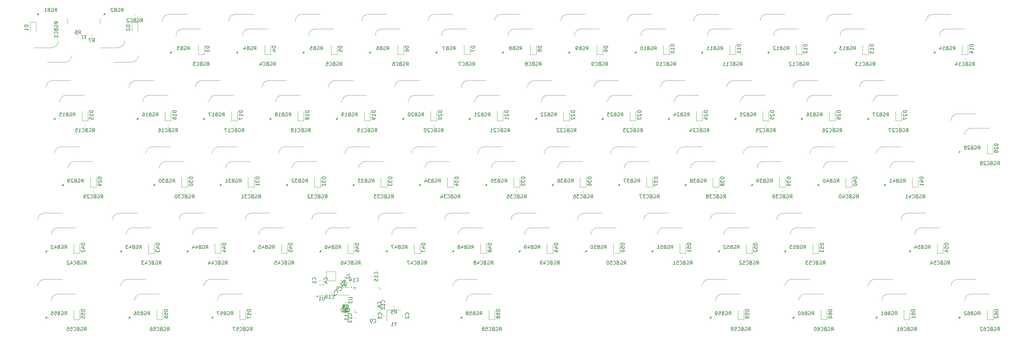
<source format=gbr>
%TF.GenerationSoftware,KiCad,Pcbnew,8.0.3*%
%TF.CreationDate,2024-10-13T01:02:16+08:00*%
%TF.ProjectId,PH60_Rev3,50483630-5f52-4657-9633-2e6b69636164,rev?*%
%TF.SameCoordinates,Original*%
%TF.FileFunction,Legend,Bot*%
%TF.FilePolarity,Positive*%
%FSLAX46Y46*%
G04 Gerber Fmt 4.6, Leading zero omitted, Abs format (unit mm)*
G04 Created by KiCad (PCBNEW 8.0.3) date 2024-10-13 01:02:16*
%MOMM*%
%LPD*%
G01*
G04 APERTURE LIST*
%ADD10C,0.150000*%
%ADD11C,0.120000*%
G04 APERTURE END LIST*
D10*
X50085357Y-65014819D02*
X50418690Y-64538628D01*
X50656785Y-65014819D02*
X50656785Y-64014819D01*
X50656785Y-64014819D02*
X50275833Y-64014819D01*
X50275833Y-64014819D02*
X50180595Y-64062438D01*
X50180595Y-64062438D02*
X50132976Y-64110057D01*
X50132976Y-64110057D02*
X50085357Y-64205295D01*
X50085357Y-64205295D02*
X50085357Y-64348152D01*
X50085357Y-64348152D02*
X50132976Y-64443390D01*
X50132976Y-64443390D02*
X50180595Y-64491009D01*
X50180595Y-64491009D02*
X50275833Y-64538628D01*
X50275833Y-64538628D02*
X50656785Y-64538628D01*
X49132976Y-64062438D02*
X49228214Y-64014819D01*
X49228214Y-64014819D02*
X49371071Y-64014819D01*
X49371071Y-64014819D02*
X49513928Y-64062438D01*
X49513928Y-64062438D02*
X49609166Y-64157676D01*
X49609166Y-64157676D02*
X49656785Y-64252914D01*
X49656785Y-64252914D02*
X49704404Y-64443390D01*
X49704404Y-64443390D02*
X49704404Y-64586247D01*
X49704404Y-64586247D02*
X49656785Y-64776723D01*
X49656785Y-64776723D02*
X49609166Y-64871961D01*
X49609166Y-64871961D02*
X49513928Y-64967200D01*
X49513928Y-64967200D02*
X49371071Y-65014819D01*
X49371071Y-65014819D02*
X49275833Y-65014819D01*
X49275833Y-65014819D02*
X49132976Y-64967200D01*
X49132976Y-64967200D02*
X49085357Y-64919580D01*
X49085357Y-64919580D02*
X49085357Y-64586247D01*
X49085357Y-64586247D02*
X49275833Y-64586247D01*
X48323452Y-64491009D02*
X48180595Y-64538628D01*
X48180595Y-64538628D02*
X48132976Y-64586247D01*
X48132976Y-64586247D02*
X48085357Y-64681485D01*
X48085357Y-64681485D02*
X48085357Y-64824342D01*
X48085357Y-64824342D02*
X48132976Y-64919580D01*
X48132976Y-64919580D02*
X48180595Y-64967200D01*
X48180595Y-64967200D02*
X48275833Y-65014819D01*
X48275833Y-65014819D02*
X48656785Y-65014819D01*
X48656785Y-65014819D02*
X48656785Y-64014819D01*
X48656785Y-64014819D02*
X48323452Y-64014819D01*
X48323452Y-64014819D02*
X48228214Y-64062438D01*
X48228214Y-64062438D02*
X48180595Y-64110057D01*
X48180595Y-64110057D02*
X48132976Y-64205295D01*
X48132976Y-64205295D02*
X48132976Y-64300533D01*
X48132976Y-64300533D02*
X48180595Y-64395771D01*
X48180595Y-64395771D02*
X48228214Y-64443390D01*
X48228214Y-64443390D02*
X48323452Y-64491009D01*
X48323452Y-64491009D02*
X48656785Y-64491009D01*
X47085357Y-64919580D02*
X47132976Y-64967200D01*
X47132976Y-64967200D02*
X47275833Y-65014819D01*
X47275833Y-65014819D02*
X47371071Y-65014819D01*
X47371071Y-65014819D02*
X47513928Y-64967200D01*
X47513928Y-64967200D02*
X47609166Y-64871961D01*
X47609166Y-64871961D02*
X47656785Y-64776723D01*
X47656785Y-64776723D02*
X47704404Y-64586247D01*
X47704404Y-64586247D02*
X47704404Y-64443390D01*
X47704404Y-64443390D02*
X47656785Y-64252914D01*
X47656785Y-64252914D02*
X47609166Y-64157676D01*
X47609166Y-64157676D02*
X47513928Y-64062438D01*
X47513928Y-64062438D02*
X47371071Y-64014819D01*
X47371071Y-64014819D02*
X47275833Y-64014819D01*
X47275833Y-64014819D02*
X47132976Y-64062438D01*
X47132976Y-64062438D02*
X47085357Y-64110057D01*
X46132976Y-65014819D02*
X46704404Y-65014819D01*
X46418690Y-65014819D02*
X46418690Y-64014819D01*
X46418690Y-64014819D02*
X46513928Y-64157676D01*
X46513928Y-64157676D02*
X46609166Y-64252914D01*
X46609166Y-64252914D02*
X46704404Y-64300533D01*
X45228214Y-64014819D02*
X45704404Y-64014819D01*
X45704404Y-64014819D02*
X45752023Y-64491009D01*
X45752023Y-64491009D02*
X45704404Y-64443390D01*
X45704404Y-64443390D02*
X45609166Y-64395771D01*
X45609166Y-64395771D02*
X45371071Y-64395771D01*
X45371071Y-64395771D02*
X45275833Y-64443390D01*
X45275833Y-64443390D02*
X45228214Y-64491009D01*
X45228214Y-64491009D02*
X45180595Y-64586247D01*
X45180595Y-64586247D02*
X45180595Y-64824342D01*
X45180595Y-64824342D02*
X45228214Y-64919580D01*
X45228214Y-64919580D02*
X45275833Y-64967200D01*
X45275833Y-64967200D02*
X45371071Y-65014819D01*
X45371071Y-65014819D02*
X45609166Y-65014819D01*
X45609166Y-65014819D02*
X45704404Y-64967200D01*
X45704404Y-64967200D02*
X45752023Y-64919580D01*
X169309819Y-58965714D02*
X168309819Y-58965714D01*
X168309819Y-58965714D02*
X168309819Y-59203809D01*
X168309819Y-59203809D02*
X168357438Y-59346666D01*
X168357438Y-59346666D02*
X168452676Y-59441904D01*
X168452676Y-59441904D02*
X168547914Y-59489523D01*
X168547914Y-59489523D02*
X168738390Y-59537142D01*
X168738390Y-59537142D02*
X168881247Y-59537142D01*
X168881247Y-59537142D02*
X169071723Y-59489523D01*
X169071723Y-59489523D02*
X169166961Y-59441904D01*
X169166961Y-59441904D02*
X169262200Y-59346666D01*
X169262200Y-59346666D02*
X169309819Y-59203809D01*
X169309819Y-59203809D02*
X169309819Y-58965714D01*
X168405057Y-59918095D02*
X168357438Y-59965714D01*
X168357438Y-59965714D02*
X168309819Y-60060952D01*
X168309819Y-60060952D02*
X168309819Y-60299047D01*
X168309819Y-60299047D02*
X168357438Y-60394285D01*
X168357438Y-60394285D02*
X168405057Y-60441904D01*
X168405057Y-60441904D02*
X168500295Y-60489523D01*
X168500295Y-60489523D02*
X168595533Y-60489523D01*
X168595533Y-60489523D02*
X168738390Y-60441904D01*
X168738390Y-60441904D02*
X169309819Y-59870476D01*
X169309819Y-59870476D02*
X169309819Y-60489523D01*
X169309819Y-61441904D02*
X169309819Y-60870476D01*
X169309819Y-61156190D02*
X168309819Y-61156190D01*
X168309819Y-61156190D02*
X168452676Y-61060952D01*
X168452676Y-61060952D02*
X168547914Y-60965714D01*
X168547914Y-60965714D02*
X168595533Y-60870476D01*
X183435357Y-103114819D02*
X183768690Y-102638628D01*
X184006785Y-103114819D02*
X184006785Y-102114819D01*
X184006785Y-102114819D02*
X183625833Y-102114819D01*
X183625833Y-102114819D02*
X183530595Y-102162438D01*
X183530595Y-102162438D02*
X183482976Y-102210057D01*
X183482976Y-102210057D02*
X183435357Y-102305295D01*
X183435357Y-102305295D02*
X183435357Y-102448152D01*
X183435357Y-102448152D02*
X183482976Y-102543390D01*
X183482976Y-102543390D02*
X183530595Y-102591009D01*
X183530595Y-102591009D02*
X183625833Y-102638628D01*
X183625833Y-102638628D02*
X184006785Y-102638628D01*
X182482976Y-102162438D02*
X182578214Y-102114819D01*
X182578214Y-102114819D02*
X182721071Y-102114819D01*
X182721071Y-102114819D02*
X182863928Y-102162438D01*
X182863928Y-102162438D02*
X182959166Y-102257676D01*
X182959166Y-102257676D02*
X183006785Y-102352914D01*
X183006785Y-102352914D02*
X183054404Y-102543390D01*
X183054404Y-102543390D02*
X183054404Y-102686247D01*
X183054404Y-102686247D02*
X183006785Y-102876723D01*
X183006785Y-102876723D02*
X182959166Y-102971961D01*
X182959166Y-102971961D02*
X182863928Y-103067200D01*
X182863928Y-103067200D02*
X182721071Y-103114819D01*
X182721071Y-103114819D02*
X182625833Y-103114819D01*
X182625833Y-103114819D02*
X182482976Y-103067200D01*
X182482976Y-103067200D02*
X182435357Y-103019580D01*
X182435357Y-103019580D02*
X182435357Y-102686247D01*
X182435357Y-102686247D02*
X182625833Y-102686247D01*
X181673452Y-102591009D02*
X181530595Y-102638628D01*
X181530595Y-102638628D02*
X181482976Y-102686247D01*
X181482976Y-102686247D02*
X181435357Y-102781485D01*
X181435357Y-102781485D02*
X181435357Y-102924342D01*
X181435357Y-102924342D02*
X181482976Y-103019580D01*
X181482976Y-103019580D02*
X181530595Y-103067200D01*
X181530595Y-103067200D02*
X181625833Y-103114819D01*
X181625833Y-103114819D02*
X182006785Y-103114819D01*
X182006785Y-103114819D02*
X182006785Y-102114819D01*
X182006785Y-102114819D02*
X181673452Y-102114819D01*
X181673452Y-102114819D02*
X181578214Y-102162438D01*
X181578214Y-102162438D02*
X181530595Y-102210057D01*
X181530595Y-102210057D02*
X181482976Y-102305295D01*
X181482976Y-102305295D02*
X181482976Y-102400533D01*
X181482976Y-102400533D02*
X181530595Y-102495771D01*
X181530595Y-102495771D02*
X181578214Y-102543390D01*
X181578214Y-102543390D02*
X181673452Y-102591009D01*
X181673452Y-102591009D02*
X182006785Y-102591009D01*
X180435357Y-103019580D02*
X180482976Y-103067200D01*
X180482976Y-103067200D02*
X180625833Y-103114819D01*
X180625833Y-103114819D02*
X180721071Y-103114819D01*
X180721071Y-103114819D02*
X180863928Y-103067200D01*
X180863928Y-103067200D02*
X180959166Y-102971961D01*
X180959166Y-102971961D02*
X181006785Y-102876723D01*
X181006785Y-102876723D02*
X181054404Y-102686247D01*
X181054404Y-102686247D02*
X181054404Y-102543390D01*
X181054404Y-102543390D02*
X181006785Y-102352914D01*
X181006785Y-102352914D02*
X180959166Y-102257676D01*
X180959166Y-102257676D02*
X180863928Y-102162438D01*
X180863928Y-102162438D02*
X180721071Y-102114819D01*
X180721071Y-102114819D02*
X180625833Y-102114819D01*
X180625833Y-102114819D02*
X180482976Y-102162438D01*
X180482976Y-102162438D02*
X180435357Y-102210057D01*
X179578214Y-102448152D02*
X179578214Y-103114819D01*
X179816309Y-102067200D02*
X180054404Y-102781485D01*
X180054404Y-102781485D02*
X179435357Y-102781485D01*
X179006785Y-103114819D02*
X178816309Y-103114819D01*
X178816309Y-103114819D02*
X178721071Y-103067200D01*
X178721071Y-103067200D02*
X178673452Y-103019580D01*
X178673452Y-103019580D02*
X178578214Y-102876723D01*
X178578214Y-102876723D02*
X178530595Y-102686247D01*
X178530595Y-102686247D02*
X178530595Y-102305295D01*
X178530595Y-102305295D02*
X178578214Y-102210057D01*
X178578214Y-102210057D02*
X178625833Y-102162438D01*
X178625833Y-102162438D02*
X178721071Y-102114819D01*
X178721071Y-102114819D02*
X178911547Y-102114819D01*
X178911547Y-102114819D02*
X179006785Y-102162438D01*
X179006785Y-102162438D02*
X179054404Y-102210057D01*
X179054404Y-102210057D02*
X179102023Y-102305295D01*
X179102023Y-102305295D02*
X179102023Y-102543390D01*
X179102023Y-102543390D02*
X179054404Y-102638628D01*
X179054404Y-102638628D02*
X179006785Y-102686247D01*
X179006785Y-102686247D02*
X178911547Y-102733866D01*
X178911547Y-102733866D02*
X178721071Y-102733866D01*
X178721071Y-102733866D02*
X178625833Y-102686247D01*
X178625833Y-102686247D02*
X178578214Y-102638628D01*
X178578214Y-102638628D02*
X178530595Y-102543390D01*
X309641607Y-74539819D02*
X309974940Y-74063628D01*
X310213035Y-74539819D02*
X310213035Y-73539819D01*
X310213035Y-73539819D02*
X309832083Y-73539819D01*
X309832083Y-73539819D02*
X309736845Y-73587438D01*
X309736845Y-73587438D02*
X309689226Y-73635057D01*
X309689226Y-73635057D02*
X309641607Y-73730295D01*
X309641607Y-73730295D02*
X309641607Y-73873152D01*
X309641607Y-73873152D02*
X309689226Y-73968390D01*
X309689226Y-73968390D02*
X309736845Y-74016009D01*
X309736845Y-74016009D02*
X309832083Y-74063628D01*
X309832083Y-74063628D02*
X310213035Y-74063628D01*
X308689226Y-73587438D02*
X308784464Y-73539819D01*
X308784464Y-73539819D02*
X308927321Y-73539819D01*
X308927321Y-73539819D02*
X309070178Y-73587438D01*
X309070178Y-73587438D02*
X309165416Y-73682676D01*
X309165416Y-73682676D02*
X309213035Y-73777914D01*
X309213035Y-73777914D02*
X309260654Y-73968390D01*
X309260654Y-73968390D02*
X309260654Y-74111247D01*
X309260654Y-74111247D02*
X309213035Y-74301723D01*
X309213035Y-74301723D02*
X309165416Y-74396961D01*
X309165416Y-74396961D02*
X309070178Y-74492200D01*
X309070178Y-74492200D02*
X308927321Y-74539819D01*
X308927321Y-74539819D02*
X308832083Y-74539819D01*
X308832083Y-74539819D02*
X308689226Y-74492200D01*
X308689226Y-74492200D02*
X308641607Y-74444580D01*
X308641607Y-74444580D02*
X308641607Y-74111247D01*
X308641607Y-74111247D02*
X308832083Y-74111247D01*
X307879702Y-74016009D02*
X307736845Y-74063628D01*
X307736845Y-74063628D02*
X307689226Y-74111247D01*
X307689226Y-74111247D02*
X307641607Y-74206485D01*
X307641607Y-74206485D02*
X307641607Y-74349342D01*
X307641607Y-74349342D02*
X307689226Y-74444580D01*
X307689226Y-74444580D02*
X307736845Y-74492200D01*
X307736845Y-74492200D02*
X307832083Y-74539819D01*
X307832083Y-74539819D02*
X308213035Y-74539819D01*
X308213035Y-74539819D02*
X308213035Y-73539819D01*
X308213035Y-73539819D02*
X307879702Y-73539819D01*
X307879702Y-73539819D02*
X307784464Y-73587438D01*
X307784464Y-73587438D02*
X307736845Y-73635057D01*
X307736845Y-73635057D02*
X307689226Y-73730295D01*
X307689226Y-73730295D02*
X307689226Y-73825533D01*
X307689226Y-73825533D02*
X307736845Y-73920771D01*
X307736845Y-73920771D02*
X307784464Y-73968390D01*
X307784464Y-73968390D02*
X307879702Y-74016009D01*
X307879702Y-74016009D02*
X308213035Y-74016009D01*
X306641607Y-74444580D02*
X306689226Y-74492200D01*
X306689226Y-74492200D02*
X306832083Y-74539819D01*
X306832083Y-74539819D02*
X306927321Y-74539819D01*
X306927321Y-74539819D02*
X307070178Y-74492200D01*
X307070178Y-74492200D02*
X307165416Y-74396961D01*
X307165416Y-74396961D02*
X307213035Y-74301723D01*
X307213035Y-74301723D02*
X307260654Y-74111247D01*
X307260654Y-74111247D02*
X307260654Y-73968390D01*
X307260654Y-73968390D02*
X307213035Y-73777914D01*
X307213035Y-73777914D02*
X307165416Y-73682676D01*
X307165416Y-73682676D02*
X307070178Y-73587438D01*
X307070178Y-73587438D02*
X306927321Y-73539819D01*
X306927321Y-73539819D02*
X306832083Y-73539819D01*
X306832083Y-73539819D02*
X306689226Y-73587438D01*
X306689226Y-73587438D02*
X306641607Y-73635057D01*
X306260654Y-73635057D02*
X306213035Y-73587438D01*
X306213035Y-73587438D02*
X306117797Y-73539819D01*
X306117797Y-73539819D02*
X305879702Y-73539819D01*
X305879702Y-73539819D02*
X305784464Y-73587438D01*
X305784464Y-73587438D02*
X305736845Y-73635057D01*
X305736845Y-73635057D02*
X305689226Y-73730295D01*
X305689226Y-73730295D02*
X305689226Y-73825533D01*
X305689226Y-73825533D02*
X305736845Y-73968390D01*
X305736845Y-73968390D02*
X306308273Y-74539819D01*
X306308273Y-74539819D02*
X305689226Y-74539819D01*
X305117797Y-73968390D02*
X305213035Y-73920771D01*
X305213035Y-73920771D02*
X305260654Y-73873152D01*
X305260654Y-73873152D02*
X305308273Y-73777914D01*
X305308273Y-73777914D02*
X305308273Y-73730295D01*
X305308273Y-73730295D02*
X305260654Y-73635057D01*
X305260654Y-73635057D02*
X305213035Y-73587438D01*
X305213035Y-73587438D02*
X305117797Y-73539819D01*
X305117797Y-73539819D02*
X304927321Y-73539819D01*
X304927321Y-73539819D02*
X304832083Y-73587438D01*
X304832083Y-73587438D02*
X304784464Y-73635057D01*
X304784464Y-73635057D02*
X304736845Y-73730295D01*
X304736845Y-73730295D02*
X304736845Y-73777914D01*
X304736845Y-73777914D02*
X304784464Y-73873152D01*
X304784464Y-73873152D02*
X304832083Y-73920771D01*
X304832083Y-73920771D02*
X304927321Y-73968390D01*
X304927321Y-73968390D02*
X305117797Y-73968390D01*
X305117797Y-73968390D02*
X305213035Y-74016009D01*
X305213035Y-74016009D02*
X305260654Y-74063628D01*
X305260654Y-74063628D02*
X305308273Y-74158866D01*
X305308273Y-74158866D02*
X305308273Y-74349342D01*
X305308273Y-74349342D02*
X305260654Y-74444580D01*
X305260654Y-74444580D02*
X305213035Y-74492200D01*
X305213035Y-74492200D02*
X305117797Y-74539819D01*
X305117797Y-74539819D02*
X304927321Y-74539819D01*
X304927321Y-74539819D02*
X304832083Y-74492200D01*
X304832083Y-74492200D02*
X304784464Y-74444580D01*
X304784464Y-74444580D02*
X304736845Y-74349342D01*
X304736845Y-74349342D02*
X304736845Y-74158866D01*
X304736845Y-74158866D02*
X304784464Y-74063628D01*
X304784464Y-74063628D02*
X304832083Y-74016009D01*
X304832083Y-74016009D02*
X304927321Y-73968390D01*
X144517857Y-60504819D02*
X144851190Y-60028628D01*
X145089285Y-60504819D02*
X145089285Y-59504819D01*
X145089285Y-59504819D02*
X144708333Y-59504819D01*
X144708333Y-59504819D02*
X144613095Y-59552438D01*
X144613095Y-59552438D02*
X144565476Y-59600057D01*
X144565476Y-59600057D02*
X144517857Y-59695295D01*
X144517857Y-59695295D02*
X144517857Y-59838152D01*
X144517857Y-59838152D02*
X144565476Y-59933390D01*
X144565476Y-59933390D02*
X144613095Y-59981009D01*
X144613095Y-59981009D02*
X144708333Y-60028628D01*
X144708333Y-60028628D02*
X145089285Y-60028628D01*
X143565476Y-59552438D02*
X143660714Y-59504819D01*
X143660714Y-59504819D02*
X143803571Y-59504819D01*
X143803571Y-59504819D02*
X143946428Y-59552438D01*
X143946428Y-59552438D02*
X144041666Y-59647676D01*
X144041666Y-59647676D02*
X144089285Y-59742914D01*
X144089285Y-59742914D02*
X144136904Y-59933390D01*
X144136904Y-59933390D02*
X144136904Y-60076247D01*
X144136904Y-60076247D02*
X144089285Y-60266723D01*
X144089285Y-60266723D02*
X144041666Y-60361961D01*
X144041666Y-60361961D02*
X143946428Y-60457200D01*
X143946428Y-60457200D02*
X143803571Y-60504819D01*
X143803571Y-60504819D02*
X143708333Y-60504819D01*
X143708333Y-60504819D02*
X143565476Y-60457200D01*
X143565476Y-60457200D02*
X143517857Y-60409580D01*
X143517857Y-60409580D02*
X143517857Y-60076247D01*
X143517857Y-60076247D02*
X143708333Y-60076247D01*
X142755952Y-59981009D02*
X142613095Y-60028628D01*
X142613095Y-60028628D02*
X142565476Y-60076247D01*
X142565476Y-60076247D02*
X142517857Y-60171485D01*
X142517857Y-60171485D02*
X142517857Y-60314342D01*
X142517857Y-60314342D02*
X142565476Y-60409580D01*
X142565476Y-60409580D02*
X142613095Y-60457200D01*
X142613095Y-60457200D02*
X142708333Y-60504819D01*
X142708333Y-60504819D02*
X143089285Y-60504819D01*
X143089285Y-60504819D02*
X143089285Y-59504819D01*
X143089285Y-59504819D02*
X142755952Y-59504819D01*
X142755952Y-59504819D02*
X142660714Y-59552438D01*
X142660714Y-59552438D02*
X142613095Y-59600057D01*
X142613095Y-59600057D02*
X142565476Y-59695295D01*
X142565476Y-59695295D02*
X142565476Y-59790533D01*
X142565476Y-59790533D02*
X142613095Y-59885771D01*
X142613095Y-59885771D02*
X142660714Y-59933390D01*
X142660714Y-59933390D02*
X142755952Y-59981009D01*
X142755952Y-59981009D02*
X143089285Y-59981009D01*
X142136904Y-59600057D02*
X142089285Y-59552438D01*
X142089285Y-59552438D02*
X141994047Y-59504819D01*
X141994047Y-59504819D02*
X141755952Y-59504819D01*
X141755952Y-59504819D02*
X141660714Y-59552438D01*
X141660714Y-59552438D02*
X141613095Y-59600057D01*
X141613095Y-59600057D02*
X141565476Y-59695295D01*
X141565476Y-59695295D02*
X141565476Y-59790533D01*
X141565476Y-59790533D02*
X141613095Y-59933390D01*
X141613095Y-59933390D02*
X142184523Y-60504819D01*
X142184523Y-60504819D02*
X141565476Y-60504819D01*
X140946428Y-59504819D02*
X140851190Y-59504819D01*
X140851190Y-59504819D02*
X140755952Y-59552438D01*
X140755952Y-59552438D02*
X140708333Y-59600057D01*
X140708333Y-59600057D02*
X140660714Y-59695295D01*
X140660714Y-59695295D02*
X140613095Y-59885771D01*
X140613095Y-59885771D02*
X140613095Y-60123866D01*
X140613095Y-60123866D02*
X140660714Y-60314342D01*
X140660714Y-60314342D02*
X140708333Y-60409580D01*
X140708333Y-60409580D02*
X140755952Y-60457200D01*
X140755952Y-60457200D02*
X140851190Y-60504819D01*
X140851190Y-60504819D02*
X140946428Y-60504819D01*
X140946428Y-60504819D02*
X141041666Y-60457200D01*
X141041666Y-60457200D02*
X141089285Y-60409580D01*
X141089285Y-60409580D02*
X141136904Y-60314342D01*
X141136904Y-60314342D02*
X141184523Y-60123866D01*
X141184523Y-60123866D02*
X141184523Y-59885771D01*
X141184523Y-59885771D02*
X141136904Y-59695295D01*
X141136904Y-59695295D02*
X141089285Y-59600057D01*
X141089285Y-59600057D02*
X141041666Y-59552438D01*
X141041666Y-59552438D02*
X140946428Y-59504819D01*
X124287080Y-117857142D02*
X124334700Y-117809523D01*
X124334700Y-117809523D02*
X124382319Y-117666666D01*
X124382319Y-117666666D02*
X124382319Y-117571428D01*
X124382319Y-117571428D02*
X124334700Y-117428571D01*
X124334700Y-117428571D02*
X124239461Y-117333333D01*
X124239461Y-117333333D02*
X124144223Y-117285714D01*
X124144223Y-117285714D02*
X123953747Y-117238095D01*
X123953747Y-117238095D02*
X123810890Y-117238095D01*
X123810890Y-117238095D02*
X123620414Y-117285714D01*
X123620414Y-117285714D02*
X123525176Y-117333333D01*
X123525176Y-117333333D02*
X123429938Y-117428571D01*
X123429938Y-117428571D02*
X123382319Y-117571428D01*
X123382319Y-117571428D02*
X123382319Y-117666666D01*
X123382319Y-117666666D02*
X123429938Y-117809523D01*
X123429938Y-117809523D02*
X123477557Y-117857142D01*
X124382319Y-118809523D02*
X124382319Y-118238095D01*
X124382319Y-118523809D02*
X123382319Y-118523809D01*
X123382319Y-118523809D02*
X123525176Y-118428571D01*
X123525176Y-118428571D02*
X123620414Y-118333333D01*
X123620414Y-118333333D02*
X123668033Y-118238095D01*
X123382319Y-119142857D02*
X123382319Y-119761904D01*
X123382319Y-119761904D02*
X123763271Y-119428571D01*
X123763271Y-119428571D02*
X123763271Y-119571428D01*
X123763271Y-119571428D02*
X123810890Y-119666666D01*
X123810890Y-119666666D02*
X123858509Y-119714285D01*
X123858509Y-119714285D02*
X123953747Y-119761904D01*
X123953747Y-119761904D02*
X124191842Y-119761904D01*
X124191842Y-119761904D02*
X124287080Y-119714285D01*
X124287080Y-119714285D02*
X124334700Y-119666666D01*
X124334700Y-119666666D02*
X124382319Y-119571428D01*
X124382319Y-119571428D02*
X124382319Y-119285714D01*
X124382319Y-119285714D02*
X124334700Y-119190476D01*
X124334700Y-119190476D02*
X124287080Y-119142857D01*
X132937080Y-117683333D02*
X132984700Y-117635714D01*
X132984700Y-117635714D02*
X133032319Y-117492857D01*
X133032319Y-117492857D02*
X133032319Y-117397619D01*
X133032319Y-117397619D02*
X132984700Y-117254762D01*
X132984700Y-117254762D02*
X132889461Y-117159524D01*
X132889461Y-117159524D02*
X132794223Y-117111905D01*
X132794223Y-117111905D02*
X132603747Y-117064286D01*
X132603747Y-117064286D02*
X132460890Y-117064286D01*
X132460890Y-117064286D02*
X132270414Y-117111905D01*
X132270414Y-117111905D02*
X132175176Y-117159524D01*
X132175176Y-117159524D02*
X132079938Y-117254762D01*
X132079938Y-117254762D02*
X132032319Y-117397619D01*
X132032319Y-117397619D02*
X132032319Y-117492857D01*
X132032319Y-117492857D02*
X132079938Y-117635714D01*
X132079938Y-117635714D02*
X132127557Y-117683333D01*
X132032319Y-118016667D02*
X132032319Y-118635714D01*
X132032319Y-118635714D02*
X132413271Y-118302381D01*
X132413271Y-118302381D02*
X132413271Y-118445238D01*
X132413271Y-118445238D02*
X132460890Y-118540476D01*
X132460890Y-118540476D02*
X132508509Y-118588095D01*
X132508509Y-118588095D02*
X132603747Y-118635714D01*
X132603747Y-118635714D02*
X132841842Y-118635714D01*
X132841842Y-118635714D02*
X132937080Y-118588095D01*
X132937080Y-118588095D02*
X132984700Y-118540476D01*
X132984700Y-118540476D02*
X133032319Y-118445238D01*
X133032319Y-118445238D02*
X133032319Y-118159524D01*
X133032319Y-118159524D02*
X132984700Y-118064286D01*
X132984700Y-118064286D02*
X132937080Y-118016667D01*
X126447319Y-97065714D02*
X125447319Y-97065714D01*
X125447319Y-97065714D02*
X125447319Y-97303809D01*
X125447319Y-97303809D02*
X125494938Y-97446666D01*
X125494938Y-97446666D02*
X125590176Y-97541904D01*
X125590176Y-97541904D02*
X125685414Y-97589523D01*
X125685414Y-97589523D02*
X125875890Y-97637142D01*
X125875890Y-97637142D02*
X126018747Y-97637142D01*
X126018747Y-97637142D02*
X126209223Y-97589523D01*
X126209223Y-97589523D02*
X126304461Y-97541904D01*
X126304461Y-97541904D02*
X126399700Y-97446666D01*
X126399700Y-97446666D02*
X126447319Y-97303809D01*
X126447319Y-97303809D02*
X126447319Y-97065714D01*
X125780652Y-98494285D02*
X126447319Y-98494285D01*
X125399700Y-98256190D02*
X126113985Y-98018095D01*
X126113985Y-98018095D02*
X126113985Y-98637142D01*
X125447319Y-99446666D02*
X125447319Y-99256190D01*
X125447319Y-99256190D02*
X125494938Y-99160952D01*
X125494938Y-99160952D02*
X125542557Y-99113333D01*
X125542557Y-99113333D02*
X125685414Y-99018095D01*
X125685414Y-99018095D02*
X125875890Y-98970476D01*
X125875890Y-98970476D02*
X126256842Y-98970476D01*
X126256842Y-98970476D02*
X126352080Y-99018095D01*
X126352080Y-99018095D02*
X126399700Y-99065714D01*
X126399700Y-99065714D02*
X126447319Y-99160952D01*
X126447319Y-99160952D02*
X126447319Y-99351428D01*
X126447319Y-99351428D02*
X126399700Y-99446666D01*
X126399700Y-99446666D02*
X126352080Y-99494285D01*
X126352080Y-99494285D02*
X126256842Y-99541904D01*
X126256842Y-99541904D02*
X126018747Y-99541904D01*
X126018747Y-99541904D02*
X125923509Y-99494285D01*
X125923509Y-99494285D02*
X125875890Y-99446666D01*
X125875890Y-99446666D02*
X125828271Y-99351428D01*
X125828271Y-99351428D02*
X125828271Y-99160952D01*
X125828271Y-99160952D02*
X125875890Y-99065714D01*
X125875890Y-99065714D02*
X125923509Y-99018095D01*
X125923509Y-99018095D02*
X126018747Y-98970476D01*
X166766607Y-122164819D02*
X167099940Y-121688628D01*
X167338035Y-122164819D02*
X167338035Y-121164819D01*
X167338035Y-121164819D02*
X166957083Y-121164819D01*
X166957083Y-121164819D02*
X166861845Y-121212438D01*
X166861845Y-121212438D02*
X166814226Y-121260057D01*
X166814226Y-121260057D02*
X166766607Y-121355295D01*
X166766607Y-121355295D02*
X166766607Y-121498152D01*
X166766607Y-121498152D02*
X166814226Y-121593390D01*
X166814226Y-121593390D02*
X166861845Y-121641009D01*
X166861845Y-121641009D02*
X166957083Y-121688628D01*
X166957083Y-121688628D02*
X167338035Y-121688628D01*
X165814226Y-121212438D02*
X165909464Y-121164819D01*
X165909464Y-121164819D02*
X166052321Y-121164819D01*
X166052321Y-121164819D02*
X166195178Y-121212438D01*
X166195178Y-121212438D02*
X166290416Y-121307676D01*
X166290416Y-121307676D02*
X166338035Y-121402914D01*
X166338035Y-121402914D02*
X166385654Y-121593390D01*
X166385654Y-121593390D02*
X166385654Y-121736247D01*
X166385654Y-121736247D02*
X166338035Y-121926723D01*
X166338035Y-121926723D02*
X166290416Y-122021961D01*
X166290416Y-122021961D02*
X166195178Y-122117200D01*
X166195178Y-122117200D02*
X166052321Y-122164819D01*
X166052321Y-122164819D02*
X165957083Y-122164819D01*
X165957083Y-122164819D02*
X165814226Y-122117200D01*
X165814226Y-122117200D02*
X165766607Y-122069580D01*
X165766607Y-122069580D02*
X165766607Y-121736247D01*
X165766607Y-121736247D02*
X165957083Y-121736247D01*
X165004702Y-121641009D02*
X164861845Y-121688628D01*
X164861845Y-121688628D02*
X164814226Y-121736247D01*
X164814226Y-121736247D02*
X164766607Y-121831485D01*
X164766607Y-121831485D02*
X164766607Y-121974342D01*
X164766607Y-121974342D02*
X164814226Y-122069580D01*
X164814226Y-122069580D02*
X164861845Y-122117200D01*
X164861845Y-122117200D02*
X164957083Y-122164819D01*
X164957083Y-122164819D02*
X165338035Y-122164819D01*
X165338035Y-122164819D02*
X165338035Y-121164819D01*
X165338035Y-121164819D02*
X165004702Y-121164819D01*
X165004702Y-121164819D02*
X164909464Y-121212438D01*
X164909464Y-121212438D02*
X164861845Y-121260057D01*
X164861845Y-121260057D02*
X164814226Y-121355295D01*
X164814226Y-121355295D02*
X164814226Y-121450533D01*
X164814226Y-121450533D02*
X164861845Y-121545771D01*
X164861845Y-121545771D02*
X164909464Y-121593390D01*
X164909464Y-121593390D02*
X165004702Y-121641009D01*
X165004702Y-121641009D02*
X165338035Y-121641009D01*
X163766607Y-122069580D02*
X163814226Y-122117200D01*
X163814226Y-122117200D02*
X163957083Y-122164819D01*
X163957083Y-122164819D02*
X164052321Y-122164819D01*
X164052321Y-122164819D02*
X164195178Y-122117200D01*
X164195178Y-122117200D02*
X164290416Y-122021961D01*
X164290416Y-122021961D02*
X164338035Y-121926723D01*
X164338035Y-121926723D02*
X164385654Y-121736247D01*
X164385654Y-121736247D02*
X164385654Y-121593390D01*
X164385654Y-121593390D02*
X164338035Y-121402914D01*
X164338035Y-121402914D02*
X164290416Y-121307676D01*
X164290416Y-121307676D02*
X164195178Y-121212438D01*
X164195178Y-121212438D02*
X164052321Y-121164819D01*
X164052321Y-121164819D02*
X163957083Y-121164819D01*
X163957083Y-121164819D02*
X163814226Y-121212438D01*
X163814226Y-121212438D02*
X163766607Y-121260057D01*
X162861845Y-121164819D02*
X163338035Y-121164819D01*
X163338035Y-121164819D02*
X163385654Y-121641009D01*
X163385654Y-121641009D02*
X163338035Y-121593390D01*
X163338035Y-121593390D02*
X163242797Y-121545771D01*
X163242797Y-121545771D02*
X163004702Y-121545771D01*
X163004702Y-121545771D02*
X162909464Y-121593390D01*
X162909464Y-121593390D02*
X162861845Y-121641009D01*
X162861845Y-121641009D02*
X162814226Y-121736247D01*
X162814226Y-121736247D02*
X162814226Y-121974342D01*
X162814226Y-121974342D02*
X162861845Y-122069580D01*
X162861845Y-122069580D02*
X162909464Y-122117200D01*
X162909464Y-122117200D02*
X163004702Y-122164819D01*
X163004702Y-122164819D02*
X163242797Y-122164819D01*
X163242797Y-122164819D02*
X163338035Y-122117200D01*
X163338035Y-122117200D02*
X163385654Y-122069580D01*
X162242797Y-121593390D02*
X162338035Y-121545771D01*
X162338035Y-121545771D02*
X162385654Y-121498152D01*
X162385654Y-121498152D02*
X162433273Y-121402914D01*
X162433273Y-121402914D02*
X162433273Y-121355295D01*
X162433273Y-121355295D02*
X162385654Y-121260057D01*
X162385654Y-121260057D02*
X162338035Y-121212438D01*
X162338035Y-121212438D02*
X162242797Y-121164819D01*
X162242797Y-121164819D02*
X162052321Y-121164819D01*
X162052321Y-121164819D02*
X161957083Y-121212438D01*
X161957083Y-121212438D02*
X161909464Y-121260057D01*
X161909464Y-121260057D02*
X161861845Y-121355295D01*
X161861845Y-121355295D02*
X161861845Y-121402914D01*
X161861845Y-121402914D02*
X161909464Y-121498152D01*
X161909464Y-121498152D02*
X161957083Y-121545771D01*
X161957083Y-121545771D02*
X162052321Y-121593390D01*
X162052321Y-121593390D02*
X162242797Y-121593390D01*
X162242797Y-121593390D02*
X162338035Y-121641009D01*
X162338035Y-121641009D02*
X162385654Y-121688628D01*
X162385654Y-121688628D02*
X162433273Y-121783866D01*
X162433273Y-121783866D02*
X162433273Y-121974342D01*
X162433273Y-121974342D02*
X162385654Y-122069580D01*
X162385654Y-122069580D02*
X162338035Y-122117200D01*
X162338035Y-122117200D02*
X162242797Y-122164819D01*
X162242797Y-122164819D02*
X162052321Y-122164819D01*
X162052321Y-122164819D02*
X161957083Y-122117200D01*
X161957083Y-122117200D02*
X161909464Y-122069580D01*
X161909464Y-122069580D02*
X161861845Y-121974342D01*
X161861845Y-121974342D02*
X161861845Y-121783866D01*
X161861845Y-121783866D02*
X161909464Y-121688628D01*
X161909464Y-121688628D02*
X161957083Y-121641009D01*
X161957083Y-121641009D02*
X162052321Y-121593390D01*
X302497857Y-45964819D02*
X302831190Y-45488628D01*
X303069285Y-45964819D02*
X303069285Y-44964819D01*
X303069285Y-44964819D02*
X302688333Y-44964819D01*
X302688333Y-44964819D02*
X302593095Y-45012438D01*
X302593095Y-45012438D02*
X302545476Y-45060057D01*
X302545476Y-45060057D02*
X302497857Y-45155295D01*
X302497857Y-45155295D02*
X302497857Y-45298152D01*
X302497857Y-45298152D02*
X302545476Y-45393390D01*
X302545476Y-45393390D02*
X302593095Y-45441009D01*
X302593095Y-45441009D02*
X302688333Y-45488628D01*
X302688333Y-45488628D02*
X303069285Y-45488628D01*
X301545476Y-45012438D02*
X301640714Y-44964819D01*
X301640714Y-44964819D02*
X301783571Y-44964819D01*
X301783571Y-44964819D02*
X301926428Y-45012438D01*
X301926428Y-45012438D02*
X302021666Y-45107676D01*
X302021666Y-45107676D02*
X302069285Y-45202914D01*
X302069285Y-45202914D02*
X302116904Y-45393390D01*
X302116904Y-45393390D02*
X302116904Y-45536247D01*
X302116904Y-45536247D02*
X302069285Y-45726723D01*
X302069285Y-45726723D02*
X302021666Y-45821961D01*
X302021666Y-45821961D02*
X301926428Y-45917200D01*
X301926428Y-45917200D02*
X301783571Y-45964819D01*
X301783571Y-45964819D02*
X301688333Y-45964819D01*
X301688333Y-45964819D02*
X301545476Y-45917200D01*
X301545476Y-45917200D02*
X301497857Y-45869580D01*
X301497857Y-45869580D02*
X301497857Y-45536247D01*
X301497857Y-45536247D02*
X301688333Y-45536247D01*
X300735952Y-45441009D02*
X300593095Y-45488628D01*
X300593095Y-45488628D02*
X300545476Y-45536247D01*
X300545476Y-45536247D02*
X300497857Y-45631485D01*
X300497857Y-45631485D02*
X300497857Y-45774342D01*
X300497857Y-45774342D02*
X300545476Y-45869580D01*
X300545476Y-45869580D02*
X300593095Y-45917200D01*
X300593095Y-45917200D02*
X300688333Y-45964819D01*
X300688333Y-45964819D02*
X301069285Y-45964819D01*
X301069285Y-45964819D02*
X301069285Y-44964819D01*
X301069285Y-44964819D02*
X300735952Y-44964819D01*
X300735952Y-44964819D02*
X300640714Y-45012438D01*
X300640714Y-45012438D02*
X300593095Y-45060057D01*
X300593095Y-45060057D02*
X300545476Y-45155295D01*
X300545476Y-45155295D02*
X300545476Y-45250533D01*
X300545476Y-45250533D02*
X300593095Y-45345771D01*
X300593095Y-45345771D02*
X300640714Y-45393390D01*
X300640714Y-45393390D02*
X300735952Y-45441009D01*
X300735952Y-45441009D02*
X301069285Y-45441009D01*
X299497857Y-45869580D02*
X299545476Y-45917200D01*
X299545476Y-45917200D02*
X299688333Y-45964819D01*
X299688333Y-45964819D02*
X299783571Y-45964819D01*
X299783571Y-45964819D02*
X299926428Y-45917200D01*
X299926428Y-45917200D02*
X300021666Y-45821961D01*
X300021666Y-45821961D02*
X300069285Y-45726723D01*
X300069285Y-45726723D02*
X300116904Y-45536247D01*
X300116904Y-45536247D02*
X300116904Y-45393390D01*
X300116904Y-45393390D02*
X300069285Y-45202914D01*
X300069285Y-45202914D02*
X300021666Y-45107676D01*
X300021666Y-45107676D02*
X299926428Y-45012438D01*
X299926428Y-45012438D02*
X299783571Y-44964819D01*
X299783571Y-44964819D02*
X299688333Y-44964819D01*
X299688333Y-44964819D02*
X299545476Y-45012438D01*
X299545476Y-45012438D02*
X299497857Y-45060057D01*
X298545476Y-45964819D02*
X299116904Y-45964819D01*
X298831190Y-45964819D02*
X298831190Y-44964819D01*
X298831190Y-44964819D02*
X298926428Y-45107676D01*
X298926428Y-45107676D02*
X299021666Y-45202914D01*
X299021666Y-45202914D02*
X299116904Y-45250533D01*
X297688333Y-45298152D02*
X297688333Y-45964819D01*
X297926428Y-44917200D02*
X298164523Y-45631485D01*
X298164523Y-45631485D02*
X297545476Y-45631485D01*
X47866069Y-116115714D02*
X46866069Y-116115714D01*
X46866069Y-116115714D02*
X46866069Y-116353809D01*
X46866069Y-116353809D02*
X46913688Y-116496666D01*
X46913688Y-116496666D02*
X47008926Y-116591904D01*
X47008926Y-116591904D02*
X47104164Y-116639523D01*
X47104164Y-116639523D02*
X47294640Y-116687142D01*
X47294640Y-116687142D02*
X47437497Y-116687142D01*
X47437497Y-116687142D02*
X47627973Y-116639523D01*
X47627973Y-116639523D02*
X47723211Y-116591904D01*
X47723211Y-116591904D02*
X47818450Y-116496666D01*
X47818450Y-116496666D02*
X47866069Y-116353809D01*
X47866069Y-116353809D02*
X47866069Y-116115714D01*
X46866069Y-117591904D02*
X46866069Y-117115714D01*
X46866069Y-117115714D02*
X47342259Y-117068095D01*
X47342259Y-117068095D02*
X47294640Y-117115714D01*
X47294640Y-117115714D02*
X47247021Y-117210952D01*
X47247021Y-117210952D02*
X47247021Y-117449047D01*
X47247021Y-117449047D02*
X47294640Y-117544285D01*
X47294640Y-117544285D02*
X47342259Y-117591904D01*
X47342259Y-117591904D02*
X47437497Y-117639523D01*
X47437497Y-117639523D02*
X47675592Y-117639523D01*
X47675592Y-117639523D02*
X47770830Y-117591904D01*
X47770830Y-117591904D02*
X47818450Y-117544285D01*
X47818450Y-117544285D02*
X47866069Y-117449047D01*
X47866069Y-117449047D02*
X47866069Y-117210952D01*
X47866069Y-117210952D02*
X47818450Y-117115714D01*
X47818450Y-117115714D02*
X47770830Y-117068095D01*
X46866069Y-118544285D02*
X46866069Y-118068095D01*
X46866069Y-118068095D02*
X47342259Y-118020476D01*
X47342259Y-118020476D02*
X47294640Y-118068095D01*
X47294640Y-118068095D02*
X47247021Y-118163333D01*
X47247021Y-118163333D02*
X47247021Y-118401428D01*
X47247021Y-118401428D02*
X47294640Y-118496666D01*
X47294640Y-118496666D02*
X47342259Y-118544285D01*
X47342259Y-118544285D02*
X47437497Y-118591904D01*
X47437497Y-118591904D02*
X47675592Y-118591904D01*
X47675592Y-118591904D02*
X47770830Y-118544285D01*
X47770830Y-118544285D02*
X47818450Y-118496666D01*
X47818450Y-118496666D02*
X47866069Y-118401428D01*
X47866069Y-118401428D02*
X47866069Y-118163333D01*
X47866069Y-118163333D02*
X47818450Y-118068095D01*
X47818450Y-118068095D02*
X47770830Y-118020476D01*
X161186607Y-117654819D02*
X161519940Y-117178628D01*
X161758035Y-117654819D02*
X161758035Y-116654819D01*
X161758035Y-116654819D02*
X161377083Y-116654819D01*
X161377083Y-116654819D02*
X161281845Y-116702438D01*
X161281845Y-116702438D02*
X161234226Y-116750057D01*
X161234226Y-116750057D02*
X161186607Y-116845295D01*
X161186607Y-116845295D02*
X161186607Y-116988152D01*
X161186607Y-116988152D02*
X161234226Y-117083390D01*
X161234226Y-117083390D02*
X161281845Y-117131009D01*
X161281845Y-117131009D02*
X161377083Y-117178628D01*
X161377083Y-117178628D02*
X161758035Y-117178628D01*
X160234226Y-116702438D02*
X160329464Y-116654819D01*
X160329464Y-116654819D02*
X160472321Y-116654819D01*
X160472321Y-116654819D02*
X160615178Y-116702438D01*
X160615178Y-116702438D02*
X160710416Y-116797676D01*
X160710416Y-116797676D02*
X160758035Y-116892914D01*
X160758035Y-116892914D02*
X160805654Y-117083390D01*
X160805654Y-117083390D02*
X160805654Y-117226247D01*
X160805654Y-117226247D02*
X160758035Y-117416723D01*
X160758035Y-117416723D02*
X160710416Y-117511961D01*
X160710416Y-117511961D02*
X160615178Y-117607200D01*
X160615178Y-117607200D02*
X160472321Y-117654819D01*
X160472321Y-117654819D02*
X160377083Y-117654819D01*
X160377083Y-117654819D02*
X160234226Y-117607200D01*
X160234226Y-117607200D02*
X160186607Y-117559580D01*
X160186607Y-117559580D02*
X160186607Y-117226247D01*
X160186607Y-117226247D02*
X160377083Y-117226247D01*
X159424702Y-117131009D02*
X159281845Y-117178628D01*
X159281845Y-117178628D02*
X159234226Y-117226247D01*
X159234226Y-117226247D02*
X159186607Y-117321485D01*
X159186607Y-117321485D02*
X159186607Y-117464342D01*
X159186607Y-117464342D02*
X159234226Y-117559580D01*
X159234226Y-117559580D02*
X159281845Y-117607200D01*
X159281845Y-117607200D02*
X159377083Y-117654819D01*
X159377083Y-117654819D02*
X159758035Y-117654819D01*
X159758035Y-117654819D02*
X159758035Y-116654819D01*
X159758035Y-116654819D02*
X159424702Y-116654819D01*
X159424702Y-116654819D02*
X159329464Y-116702438D01*
X159329464Y-116702438D02*
X159281845Y-116750057D01*
X159281845Y-116750057D02*
X159234226Y-116845295D01*
X159234226Y-116845295D02*
X159234226Y-116940533D01*
X159234226Y-116940533D02*
X159281845Y-117035771D01*
X159281845Y-117035771D02*
X159329464Y-117083390D01*
X159329464Y-117083390D02*
X159424702Y-117131009D01*
X159424702Y-117131009D02*
X159758035Y-117131009D01*
X158281845Y-116654819D02*
X158758035Y-116654819D01*
X158758035Y-116654819D02*
X158805654Y-117131009D01*
X158805654Y-117131009D02*
X158758035Y-117083390D01*
X158758035Y-117083390D02*
X158662797Y-117035771D01*
X158662797Y-117035771D02*
X158424702Y-117035771D01*
X158424702Y-117035771D02*
X158329464Y-117083390D01*
X158329464Y-117083390D02*
X158281845Y-117131009D01*
X158281845Y-117131009D02*
X158234226Y-117226247D01*
X158234226Y-117226247D02*
X158234226Y-117464342D01*
X158234226Y-117464342D02*
X158281845Y-117559580D01*
X158281845Y-117559580D02*
X158329464Y-117607200D01*
X158329464Y-117607200D02*
X158424702Y-117654819D01*
X158424702Y-117654819D02*
X158662797Y-117654819D01*
X158662797Y-117654819D02*
X158758035Y-117607200D01*
X158758035Y-117607200D02*
X158805654Y-117559580D01*
X157662797Y-117083390D02*
X157758035Y-117035771D01*
X157758035Y-117035771D02*
X157805654Y-116988152D01*
X157805654Y-116988152D02*
X157853273Y-116892914D01*
X157853273Y-116892914D02*
X157853273Y-116845295D01*
X157853273Y-116845295D02*
X157805654Y-116750057D01*
X157805654Y-116750057D02*
X157758035Y-116702438D01*
X157758035Y-116702438D02*
X157662797Y-116654819D01*
X157662797Y-116654819D02*
X157472321Y-116654819D01*
X157472321Y-116654819D02*
X157377083Y-116702438D01*
X157377083Y-116702438D02*
X157329464Y-116750057D01*
X157329464Y-116750057D02*
X157281845Y-116845295D01*
X157281845Y-116845295D02*
X157281845Y-116892914D01*
X157281845Y-116892914D02*
X157329464Y-116988152D01*
X157329464Y-116988152D02*
X157377083Y-117035771D01*
X157377083Y-117035771D02*
X157472321Y-117083390D01*
X157472321Y-117083390D02*
X157662797Y-117083390D01*
X157662797Y-117083390D02*
X157758035Y-117131009D01*
X157758035Y-117131009D02*
X157805654Y-117178628D01*
X157805654Y-117178628D02*
X157853273Y-117273866D01*
X157853273Y-117273866D02*
X157853273Y-117464342D01*
X157853273Y-117464342D02*
X157805654Y-117559580D01*
X157805654Y-117559580D02*
X157758035Y-117607200D01*
X157758035Y-117607200D02*
X157662797Y-117654819D01*
X157662797Y-117654819D02*
X157472321Y-117654819D01*
X157472321Y-117654819D02*
X157377083Y-117607200D01*
X157377083Y-117607200D02*
X157329464Y-117559580D01*
X157329464Y-117559580D02*
X157281845Y-117464342D01*
X157281845Y-117464342D02*
X157281845Y-117273866D01*
X157281845Y-117273866D02*
X157329464Y-117178628D01*
X157329464Y-117178628D02*
X157377083Y-117131009D01*
X157377083Y-117131009D02*
X157472321Y-117083390D01*
X296917857Y-41454819D02*
X297251190Y-40978628D01*
X297489285Y-41454819D02*
X297489285Y-40454819D01*
X297489285Y-40454819D02*
X297108333Y-40454819D01*
X297108333Y-40454819D02*
X297013095Y-40502438D01*
X297013095Y-40502438D02*
X296965476Y-40550057D01*
X296965476Y-40550057D02*
X296917857Y-40645295D01*
X296917857Y-40645295D02*
X296917857Y-40788152D01*
X296917857Y-40788152D02*
X296965476Y-40883390D01*
X296965476Y-40883390D02*
X297013095Y-40931009D01*
X297013095Y-40931009D02*
X297108333Y-40978628D01*
X297108333Y-40978628D02*
X297489285Y-40978628D01*
X295965476Y-40502438D02*
X296060714Y-40454819D01*
X296060714Y-40454819D02*
X296203571Y-40454819D01*
X296203571Y-40454819D02*
X296346428Y-40502438D01*
X296346428Y-40502438D02*
X296441666Y-40597676D01*
X296441666Y-40597676D02*
X296489285Y-40692914D01*
X296489285Y-40692914D02*
X296536904Y-40883390D01*
X296536904Y-40883390D02*
X296536904Y-41026247D01*
X296536904Y-41026247D02*
X296489285Y-41216723D01*
X296489285Y-41216723D02*
X296441666Y-41311961D01*
X296441666Y-41311961D02*
X296346428Y-41407200D01*
X296346428Y-41407200D02*
X296203571Y-41454819D01*
X296203571Y-41454819D02*
X296108333Y-41454819D01*
X296108333Y-41454819D02*
X295965476Y-41407200D01*
X295965476Y-41407200D02*
X295917857Y-41359580D01*
X295917857Y-41359580D02*
X295917857Y-41026247D01*
X295917857Y-41026247D02*
X296108333Y-41026247D01*
X295155952Y-40931009D02*
X295013095Y-40978628D01*
X295013095Y-40978628D02*
X294965476Y-41026247D01*
X294965476Y-41026247D02*
X294917857Y-41121485D01*
X294917857Y-41121485D02*
X294917857Y-41264342D01*
X294917857Y-41264342D02*
X294965476Y-41359580D01*
X294965476Y-41359580D02*
X295013095Y-41407200D01*
X295013095Y-41407200D02*
X295108333Y-41454819D01*
X295108333Y-41454819D02*
X295489285Y-41454819D01*
X295489285Y-41454819D02*
X295489285Y-40454819D01*
X295489285Y-40454819D02*
X295155952Y-40454819D01*
X295155952Y-40454819D02*
X295060714Y-40502438D01*
X295060714Y-40502438D02*
X295013095Y-40550057D01*
X295013095Y-40550057D02*
X294965476Y-40645295D01*
X294965476Y-40645295D02*
X294965476Y-40740533D01*
X294965476Y-40740533D02*
X295013095Y-40835771D01*
X295013095Y-40835771D02*
X295060714Y-40883390D01*
X295060714Y-40883390D02*
X295155952Y-40931009D01*
X295155952Y-40931009D02*
X295489285Y-40931009D01*
X293965476Y-41454819D02*
X294536904Y-41454819D01*
X294251190Y-41454819D02*
X294251190Y-40454819D01*
X294251190Y-40454819D02*
X294346428Y-40597676D01*
X294346428Y-40597676D02*
X294441666Y-40692914D01*
X294441666Y-40692914D02*
X294536904Y-40740533D01*
X293108333Y-40788152D02*
X293108333Y-41454819D01*
X293346428Y-40407200D02*
X293584523Y-41121485D01*
X293584523Y-41121485D02*
X292965476Y-41121485D01*
X169147857Y-65014819D02*
X169481190Y-64538628D01*
X169719285Y-65014819D02*
X169719285Y-64014819D01*
X169719285Y-64014819D02*
X169338333Y-64014819D01*
X169338333Y-64014819D02*
X169243095Y-64062438D01*
X169243095Y-64062438D02*
X169195476Y-64110057D01*
X169195476Y-64110057D02*
X169147857Y-64205295D01*
X169147857Y-64205295D02*
X169147857Y-64348152D01*
X169147857Y-64348152D02*
X169195476Y-64443390D01*
X169195476Y-64443390D02*
X169243095Y-64491009D01*
X169243095Y-64491009D02*
X169338333Y-64538628D01*
X169338333Y-64538628D02*
X169719285Y-64538628D01*
X168195476Y-64062438D02*
X168290714Y-64014819D01*
X168290714Y-64014819D02*
X168433571Y-64014819D01*
X168433571Y-64014819D02*
X168576428Y-64062438D01*
X168576428Y-64062438D02*
X168671666Y-64157676D01*
X168671666Y-64157676D02*
X168719285Y-64252914D01*
X168719285Y-64252914D02*
X168766904Y-64443390D01*
X168766904Y-64443390D02*
X168766904Y-64586247D01*
X168766904Y-64586247D02*
X168719285Y-64776723D01*
X168719285Y-64776723D02*
X168671666Y-64871961D01*
X168671666Y-64871961D02*
X168576428Y-64967200D01*
X168576428Y-64967200D02*
X168433571Y-65014819D01*
X168433571Y-65014819D02*
X168338333Y-65014819D01*
X168338333Y-65014819D02*
X168195476Y-64967200D01*
X168195476Y-64967200D02*
X168147857Y-64919580D01*
X168147857Y-64919580D02*
X168147857Y-64586247D01*
X168147857Y-64586247D02*
X168338333Y-64586247D01*
X167385952Y-64491009D02*
X167243095Y-64538628D01*
X167243095Y-64538628D02*
X167195476Y-64586247D01*
X167195476Y-64586247D02*
X167147857Y-64681485D01*
X167147857Y-64681485D02*
X167147857Y-64824342D01*
X167147857Y-64824342D02*
X167195476Y-64919580D01*
X167195476Y-64919580D02*
X167243095Y-64967200D01*
X167243095Y-64967200D02*
X167338333Y-65014819D01*
X167338333Y-65014819D02*
X167719285Y-65014819D01*
X167719285Y-65014819D02*
X167719285Y-64014819D01*
X167719285Y-64014819D02*
X167385952Y-64014819D01*
X167385952Y-64014819D02*
X167290714Y-64062438D01*
X167290714Y-64062438D02*
X167243095Y-64110057D01*
X167243095Y-64110057D02*
X167195476Y-64205295D01*
X167195476Y-64205295D02*
X167195476Y-64300533D01*
X167195476Y-64300533D02*
X167243095Y-64395771D01*
X167243095Y-64395771D02*
X167290714Y-64443390D01*
X167290714Y-64443390D02*
X167385952Y-64491009D01*
X167385952Y-64491009D02*
X167719285Y-64491009D01*
X166147857Y-64919580D02*
X166195476Y-64967200D01*
X166195476Y-64967200D02*
X166338333Y-65014819D01*
X166338333Y-65014819D02*
X166433571Y-65014819D01*
X166433571Y-65014819D02*
X166576428Y-64967200D01*
X166576428Y-64967200D02*
X166671666Y-64871961D01*
X166671666Y-64871961D02*
X166719285Y-64776723D01*
X166719285Y-64776723D02*
X166766904Y-64586247D01*
X166766904Y-64586247D02*
X166766904Y-64443390D01*
X166766904Y-64443390D02*
X166719285Y-64252914D01*
X166719285Y-64252914D02*
X166671666Y-64157676D01*
X166671666Y-64157676D02*
X166576428Y-64062438D01*
X166576428Y-64062438D02*
X166433571Y-64014819D01*
X166433571Y-64014819D02*
X166338333Y-64014819D01*
X166338333Y-64014819D02*
X166195476Y-64062438D01*
X166195476Y-64062438D02*
X166147857Y-64110057D01*
X165766904Y-64110057D02*
X165719285Y-64062438D01*
X165719285Y-64062438D02*
X165624047Y-64014819D01*
X165624047Y-64014819D02*
X165385952Y-64014819D01*
X165385952Y-64014819D02*
X165290714Y-64062438D01*
X165290714Y-64062438D02*
X165243095Y-64110057D01*
X165243095Y-64110057D02*
X165195476Y-64205295D01*
X165195476Y-64205295D02*
X165195476Y-64300533D01*
X165195476Y-64300533D02*
X165243095Y-64443390D01*
X165243095Y-64443390D02*
X165814523Y-65014819D01*
X165814523Y-65014819D02*
X165195476Y-65014819D01*
X164243095Y-65014819D02*
X164814523Y-65014819D01*
X164528809Y-65014819D02*
X164528809Y-64014819D01*
X164528809Y-64014819D02*
X164624047Y-64157676D01*
X164624047Y-64157676D02*
X164719285Y-64252914D01*
X164719285Y-64252914D02*
X164814523Y-64300533D01*
X122808480Y-115599580D02*
X122856099Y-115647200D01*
X122856099Y-115647200D02*
X122998956Y-115694819D01*
X122998956Y-115694819D02*
X123094194Y-115694819D01*
X123094194Y-115694819D02*
X123237051Y-115647200D01*
X123237051Y-115647200D02*
X123332289Y-115551961D01*
X123332289Y-115551961D02*
X123379908Y-115456723D01*
X123379908Y-115456723D02*
X123427527Y-115266247D01*
X123427527Y-115266247D02*
X123427527Y-115123390D01*
X123427527Y-115123390D02*
X123379908Y-114932914D01*
X123379908Y-114932914D02*
X123332289Y-114837676D01*
X123332289Y-114837676D02*
X123237051Y-114742438D01*
X123237051Y-114742438D02*
X123094194Y-114694819D01*
X123094194Y-114694819D02*
X122998956Y-114694819D01*
X122998956Y-114694819D02*
X122856099Y-114742438D01*
X122856099Y-114742438D02*
X122808480Y-114790057D01*
X122237051Y-115123390D02*
X122332289Y-115075771D01*
X122332289Y-115075771D02*
X122379908Y-115028152D01*
X122379908Y-115028152D02*
X122427527Y-114932914D01*
X122427527Y-114932914D02*
X122427527Y-114885295D01*
X122427527Y-114885295D02*
X122379908Y-114790057D01*
X122379908Y-114790057D02*
X122332289Y-114742438D01*
X122332289Y-114742438D02*
X122237051Y-114694819D01*
X122237051Y-114694819D02*
X122046575Y-114694819D01*
X122046575Y-114694819D02*
X121951337Y-114742438D01*
X121951337Y-114742438D02*
X121903718Y-114790057D01*
X121903718Y-114790057D02*
X121856099Y-114885295D01*
X121856099Y-114885295D02*
X121856099Y-114932914D01*
X121856099Y-114932914D02*
X121903718Y-115028152D01*
X121903718Y-115028152D02*
X121951337Y-115075771D01*
X121951337Y-115075771D02*
X122046575Y-115123390D01*
X122046575Y-115123390D02*
X122237051Y-115123390D01*
X122237051Y-115123390D02*
X122332289Y-115171009D01*
X122332289Y-115171009D02*
X122379908Y-115218628D01*
X122379908Y-115218628D02*
X122427527Y-115313866D01*
X122427527Y-115313866D02*
X122427527Y-115504342D01*
X122427527Y-115504342D02*
X122379908Y-115599580D01*
X122379908Y-115599580D02*
X122332289Y-115647200D01*
X122332289Y-115647200D02*
X122237051Y-115694819D01*
X122237051Y-115694819D02*
X122046575Y-115694819D01*
X122046575Y-115694819D02*
X121951337Y-115647200D01*
X121951337Y-115647200D02*
X121903718Y-115599580D01*
X121903718Y-115599580D02*
X121856099Y-115504342D01*
X121856099Y-115504342D02*
X121856099Y-115313866D01*
X121856099Y-115313866D02*
X121903718Y-115218628D01*
X121903718Y-115218628D02*
X121951337Y-115171009D01*
X121951337Y-115171009D02*
X122046575Y-115123390D01*
X114037080Y-107583333D02*
X114084700Y-107535714D01*
X114084700Y-107535714D02*
X114132319Y-107392857D01*
X114132319Y-107392857D02*
X114132319Y-107297619D01*
X114132319Y-107297619D02*
X114084700Y-107154762D01*
X114084700Y-107154762D02*
X113989461Y-107059524D01*
X113989461Y-107059524D02*
X113894223Y-107011905D01*
X113894223Y-107011905D02*
X113703747Y-106964286D01*
X113703747Y-106964286D02*
X113560890Y-106964286D01*
X113560890Y-106964286D02*
X113370414Y-107011905D01*
X113370414Y-107011905D02*
X113275176Y-107059524D01*
X113275176Y-107059524D02*
X113179938Y-107154762D01*
X113179938Y-107154762D02*
X113132319Y-107297619D01*
X113132319Y-107297619D02*
X113132319Y-107392857D01*
X113132319Y-107392857D02*
X113179938Y-107535714D01*
X113179938Y-107535714D02*
X113227557Y-107583333D01*
X114132319Y-108535714D02*
X114132319Y-107964286D01*
X114132319Y-108250000D02*
X113132319Y-108250000D01*
X113132319Y-108250000D02*
X113275176Y-108154762D01*
X113275176Y-108154762D02*
X113370414Y-108059524D01*
X113370414Y-108059524D02*
X113418033Y-107964286D01*
X117357080Y-107583333D02*
X117404700Y-107535714D01*
X117404700Y-107535714D02*
X117452319Y-107392857D01*
X117452319Y-107392857D02*
X117452319Y-107297619D01*
X117452319Y-107297619D02*
X117404700Y-107154762D01*
X117404700Y-107154762D02*
X117309461Y-107059524D01*
X117309461Y-107059524D02*
X117214223Y-107011905D01*
X117214223Y-107011905D02*
X117023747Y-106964286D01*
X117023747Y-106964286D02*
X116880890Y-106964286D01*
X116880890Y-106964286D02*
X116690414Y-107011905D01*
X116690414Y-107011905D02*
X116595176Y-107059524D01*
X116595176Y-107059524D02*
X116499938Y-107154762D01*
X116499938Y-107154762D02*
X116452319Y-107297619D01*
X116452319Y-107297619D02*
X116452319Y-107392857D01*
X116452319Y-107392857D02*
X116499938Y-107535714D01*
X116499938Y-107535714D02*
X116547557Y-107583333D01*
X116785652Y-108440476D02*
X117452319Y-108440476D01*
X116404700Y-108202381D02*
X117118985Y-107964286D01*
X117118985Y-107964286D02*
X117118985Y-108583333D01*
X42124107Y-117654819D02*
X42457440Y-117178628D01*
X42695535Y-117654819D02*
X42695535Y-116654819D01*
X42695535Y-116654819D02*
X42314583Y-116654819D01*
X42314583Y-116654819D02*
X42219345Y-116702438D01*
X42219345Y-116702438D02*
X42171726Y-116750057D01*
X42171726Y-116750057D02*
X42124107Y-116845295D01*
X42124107Y-116845295D02*
X42124107Y-116988152D01*
X42124107Y-116988152D02*
X42171726Y-117083390D01*
X42171726Y-117083390D02*
X42219345Y-117131009D01*
X42219345Y-117131009D02*
X42314583Y-117178628D01*
X42314583Y-117178628D02*
X42695535Y-117178628D01*
X41171726Y-116702438D02*
X41266964Y-116654819D01*
X41266964Y-116654819D02*
X41409821Y-116654819D01*
X41409821Y-116654819D02*
X41552678Y-116702438D01*
X41552678Y-116702438D02*
X41647916Y-116797676D01*
X41647916Y-116797676D02*
X41695535Y-116892914D01*
X41695535Y-116892914D02*
X41743154Y-117083390D01*
X41743154Y-117083390D02*
X41743154Y-117226247D01*
X41743154Y-117226247D02*
X41695535Y-117416723D01*
X41695535Y-117416723D02*
X41647916Y-117511961D01*
X41647916Y-117511961D02*
X41552678Y-117607200D01*
X41552678Y-117607200D02*
X41409821Y-117654819D01*
X41409821Y-117654819D02*
X41314583Y-117654819D01*
X41314583Y-117654819D02*
X41171726Y-117607200D01*
X41171726Y-117607200D02*
X41124107Y-117559580D01*
X41124107Y-117559580D02*
X41124107Y-117226247D01*
X41124107Y-117226247D02*
X41314583Y-117226247D01*
X40362202Y-117131009D02*
X40219345Y-117178628D01*
X40219345Y-117178628D02*
X40171726Y-117226247D01*
X40171726Y-117226247D02*
X40124107Y-117321485D01*
X40124107Y-117321485D02*
X40124107Y-117464342D01*
X40124107Y-117464342D02*
X40171726Y-117559580D01*
X40171726Y-117559580D02*
X40219345Y-117607200D01*
X40219345Y-117607200D02*
X40314583Y-117654819D01*
X40314583Y-117654819D02*
X40695535Y-117654819D01*
X40695535Y-117654819D02*
X40695535Y-116654819D01*
X40695535Y-116654819D02*
X40362202Y-116654819D01*
X40362202Y-116654819D02*
X40266964Y-116702438D01*
X40266964Y-116702438D02*
X40219345Y-116750057D01*
X40219345Y-116750057D02*
X40171726Y-116845295D01*
X40171726Y-116845295D02*
X40171726Y-116940533D01*
X40171726Y-116940533D02*
X40219345Y-117035771D01*
X40219345Y-117035771D02*
X40266964Y-117083390D01*
X40266964Y-117083390D02*
X40362202Y-117131009D01*
X40362202Y-117131009D02*
X40695535Y-117131009D01*
X39219345Y-116654819D02*
X39695535Y-116654819D01*
X39695535Y-116654819D02*
X39743154Y-117131009D01*
X39743154Y-117131009D02*
X39695535Y-117083390D01*
X39695535Y-117083390D02*
X39600297Y-117035771D01*
X39600297Y-117035771D02*
X39362202Y-117035771D01*
X39362202Y-117035771D02*
X39266964Y-117083390D01*
X39266964Y-117083390D02*
X39219345Y-117131009D01*
X39219345Y-117131009D02*
X39171726Y-117226247D01*
X39171726Y-117226247D02*
X39171726Y-117464342D01*
X39171726Y-117464342D02*
X39219345Y-117559580D01*
X39219345Y-117559580D02*
X39266964Y-117607200D01*
X39266964Y-117607200D02*
X39362202Y-117654819D01*
X39362202Y-117654819D02*
X39600297Y-117654819D01*
X39600297Y-117654819D02*
X39695535Y-117607200D01*
X39695535Y-117607200D02*
X39743154Y-117559580D01*
X38266964Y-116654819D02*
X38743154Y-116654819D01*
X38743154Y-116654819D02*
X38790773Y-117131009D01*
X38790773Y-117131009D02*
X38743154Y-117083390D01*
X38743154Y-117083390D02*
X38647916Y-117035771D01*
X38647916Y-117035771D02*
X38409821Y-117035771D01*
X38409821Y-117035771D02*
X38314583Y-117083390D01*
X38314583Y-117083390D02*
X38266964Y-117131009D01*
X38266964Y-117131009D02*
X38219345Y-117226247D01*
X38219345Y-117226247D02*
X38219345Y-117464342D01*
X38219345Y-117464342D02*
X38266964Y-117559580D01*
X38266964Y-117559580D02*
X38314583Y-117607200D01*
X38314583Y-117607200D02*
X38409821Y-117654819D01*
X38409821Y-117654819D02*
X38647916Y-117654819D01*
X38647916Y-117654819D02*
X38743154Y-117607200D01*
X38743154Y-117607200D02*
X38790773Y-117559580D01*
X159784819Y-40391905D02*
X158784819Y-40391905D01*
X158784819Y-40391905D02*
X158784819Y-40630000D01*
X158784819Y-40630000D02*
X158832438Y-40772857D01*
X158832438Y-40772857D02*
X158927676Y-40868095D01*
X158927676Y-40868095D02*
X159022914Y-40915714D01*
X159022914Y-40915714D02*
X159213390Y-40963333D01*
X159213390Y-40963333D02*
X159356247Y-40963333D01*
X159356247Y-40963333D02*
X159546723Y-40915714D01*
X159546723Y-40915714D02*
X159641961Y-40868095D01*
X159641961Y-40868095D02*
X159737200Y-40772857D01*
X159737200Y-40772857D02*
X159784819Y-40630000D01*
X159784819Y-40630000D02*
X159784819Y-40391905D01*
X158784819Y-41296667D02*
X158784819Y-41963333D01*
X158784819Y-41963333D02*
X159784819Y-41534762D01*
X123524819Y-112638095D02*
X124334342Y-112638095D01*
X124334342Y-112638095D02*
X124429580Y-112685714D01*
X124429580Y-112685714D02*
X124477200Y-112733333D01*
X124477200Y-112733333D02*
X124524819Y-112828571D01*
X124524819Y-112828571D02*
X124524819Y-113019047D01*
X124524819Y-113019047D02*
X124477200Y-113114285D01*
X124477200Y-113114285D02*
X124429580Y-113161904D01*
X124429580Y-113161904D02*
X124334342Y-113209523D01*
X124334342Y-113209523D02*
X123524819Y-113209523D01*
X123524819Y-113590476D02*
X123524819Y-114209523D01*
X123524819Y-114209523D02*
X123905771Y-113876190D01*
X123905771Y-113876190D02*
X123905771Y-114019047D01*
X123905771Y-114019047D02*
X123953390Y-114114285D01*
X123953390Y-114114285D02*
X124001009Y-114161904D01*
X124001009Y-114161904D02*
X124096247Y-114209523D01*
X124096247Y-114209523D02*
X124334342Y-114209523D01*
X124334342Y-114209523D02*
X124429580Y-114161904D01*
X124429580Y-114161904D02*
X124477200Y-114114285D01*
X124477200Y-114114285D02*
X124524819Y-114019047D01*
X124524819Y-114019047D02*
X124524819Y-113733333D01*
X124524819Y-113733333D02*
X124477200Y-113638095D01*
X124477200Y-113638095D02*
X124429580Y-113590476D01*
X50247319Y-58965714D02*
X49247319Y-58965714D01*
X49247319Y-58965714D02*
X49247319Y-59203809D01*
X49247319Y-59203809D02*
X49294938Y-59346666D01*
X49294938Y-59346666D02*
X49390176Y-59441904D01*
X49390176Y-59441904D02*
X49485414Y-59489523D01*
X49485414Y-59489523D02*
X49675890Y-59537142D01*
X49675890Y-59537142D02*
X49818747Y-59537142D01*
X49818747Y-59537142D02*
X50009223Y-59489523D01*
X50009223Y-59489523D02*
X50104461Y-59441904D01*
X50104461Y-59441904D02*
X50199700Y-59346666D01*
X50199700Y-59346666D02*
X50247319Y-59203809D01*
X50247319Y-59203809D02*
X50247319Y-58965714D01*
X50247319Y-60489523D02*
X50247319Y-59918095D01*
X50247319Y-60203809D02*
X49247319Y-60203809D01*
X49247319Y-60203809D02*
X49390176Y-60108571D01*
X49390176Y-60108571D02*
X49485414Y-60013333D01*
X49485414Y-60013333D02*
X49533033Y-59918095D01*
X49247319Y-61394285D02*
X49247319Y-60918095D01*
X49247319Y-60918095D02*
X49723509Y-60870476D01*
X49723509Y-60870476D02*
X49675890Y-60918095D01*
X49675890Y-60918095D02*
X49628271Y-61013333D01*
X49628271Y-61013333D02*
X49628271Y-61251428D01*
X49628271Y-61251428D02*
X49675890Y-61346666D01*
X49675890Y-61346666D02*
X49723509Y-61394285D01*
X49723509Y-61394285D02*
X49818747Y-61441904D01*
X49818747Y-61441904D02*
X50056842Y-61441904D01*
X50056842Y-61441904D02*
X50152080Y-61394285D01*
X50152080Y-61394285D02*
X50199700Y-61346666D01*
X50199700Y-61346666D02*
X50247319Y-61251428D01*
X50247319Y-61251428D02*
X50247319Y-61013333D01*
X50247319Y-61013333D02*
X50199700Y-60918095D01*
X50199700Y-60918095D02*
X50152080Y-60870476D01*
X89749107Y-117654819D02*
X90082440Y-117178628D01*
X90320535Y-117654819D02*
X90320535Y-116654819D01*
X90320535Y-116654819D02*
X89939583Y-116654819D01*
X89939583Y-116654819D02*
X89844345Y-116702438D01*
X89844345Y-116702438D02*
X89796726Y-116750057D01*
X89796726Y-116750057D02*
X89749107Y-116845295D01*
X89749107Y-116845295D02*
X89749107Y-116988152D01*
X89749107Y-116988152D02*
X89796726Y-117083390D01*
X89796726Y-117083390D02*
X89844345Y-117131009D01*
X89844345Y-117131009D02*
X89939583Y-117178628D01*
X89939583Y-117178628D02*
X90320535Y-117178628D01*
X88796726Y-116702438D02*
X88891964Y-116654819D01*
X88891964Y-116654819D02*
X89034821Y-116654819D01*
X89034821Y-116654819D02*
X89177678Y-116702438D01*
X89177678Y-116702438D02*
X89272916Y-116797676D01*
X89272916Y-116797676D02*
X89320535Y-116892914D01*
X89320535Y-116892914D02*
X89368154Y-117083390D01*
X89368154Y-117083390D02*
X89368154Y-117226247D01*
X89368154Y-117226247D02*
X89320535Y-117416723D01*
X89320535Y-117416723D02*
X89272916Y-117511961D01*
X89272916Y-117511961D02*
X89177678Y-117607200D01*
X89177678Y-117607200D02*
X89034821Y-117654819D01*
X89034821Y-117654819D02*
X88939583Y-117654819D01*
X88939583Y-117654819D02*
X88796726Y-117607200D01*
X88796726Y-117607200D02*
X88749107Y-117559580D01*
X88749107Y-117559580D02*
X88749107Y-117226247D01*
X88749107Y-117226247D02*
X88939583Y-117226247D01*
X87987202Y-117131009D02*
X87844345Y-117178628D01*
X87844345Y-117178628D02*
X87796726Y-117226247D01*
X87796726Y-117226247D02*
X87749107Y-117321485D01*
X87749107Y-117321485D02*
X87749107Y-117464342D01*
X87749107Y-117464342D02*
X87796726Y-117559580D01*
X87796726Y-117559580D02*
X87844345Y-117607200D01*
X87844345Y-117607200D02*
X87939583Y-117654819D01*
X87939583Y-117654819D02*
X88320535Y-117654819D01*
X88320535Y-117654819D02*
X88320535Y-116654819D01*
X88320535Y-116654819D02*
X87987202Y-116654819D01*
X87987202Y-116654819D02*
X87891964Y-116702438D01*
X87891964Y-116702438D02*
X87844345Y-116750057D01*
X87844345Y-116750057D02*
X87796726Y-116845295D01*
X87796726Y-116845295D02*
X87796726Y-116940533D01*
X87796726Y-116940533D02*
X87844345Y-117035771D01*
X87844345Y-117035771D02*
X87891964Y-117083390D01*
X87891964Y-117083390D02*
X87987202Y-117131009D01*
X87987202Y-117131009D02*
X88320535Y-117131009D01*
X86844345Y-116654819D02*
X87320535Y-116654819D01*
X87320535Y-116654819D02*
X87368154Y-117131009D01*
X87368154Y-117131009D02*
X87320535Y-117083390D01*
X87320535Y-117083390D02*
X87225297Y-117035771D01*
X87225297Y-117035771D02*
X86987202Y-117035771D01*
X86987202Y-117035771D02*
X86891964Y-117083390D01*
X86891964Y-117083390D02*
X86844345Y-117131009D01*
X86844345Y-117131009D02*
X86796726Y-117226247D01*
X86796726Y-117226247D02*
X86796726Y-117464342D01*
X86796726Y-117464342D02*
X86844345Y-117559580D01*
X86844345Y-117559580D02*
X86891964Y-117607200D01*
X86891964Y-117607200D02*
X86987202Y-117654819D01*
X86987202Y-117654819D02*
X87225297Y-117654819D01*
X87225297Y-117654819D02*
X87320535Y-117607200D01*
X87320535Y-117607200D02*
X87368154Y-117559580D01*
X86463392Y-116654819D02*
X85796726Y-116654819D01*
X85796726Y-116654819D02*
X86225297Y-117654819D01*
X309641607Y-122164819D02*
X309974940Y-121688628D01*
X310213035Y-122164819D02*
X310213035Y-121164819D01*
X310213035Y-121164819D02*
X309832083Y-121164819D01*
X309832083Y-121164819D02*
X309736845Y-121212438D01*
X309736845Y-121212438D02*
X309689226Y-121260057D01*
X309689226Y-121260057D02*
X309641607Y-121355295D01*
X309641607Y-121355295D02*
X309641607Y-121498152D01*
X309641607Y-121498152D02*
X309689226Y-121593390D01*
X309689226Y-121593390D02*
X309736845Y-121641009D01*
X309736845Y-121641009D02*
X309832083Y-121688628D01*
X309832083Y-121688628D02*
X310213035Y-121688628D01*
X308689226Y-121212438D02*
X308784464Y-121164819D01*
X308784464Y-121164819D02*
X308927321Y-121164819D01*
X308927321Y-121164819D02*
X309070178Y-121212438D01*
X309070178Y-121212438D02*
X309165416Y-121307676D01*
X309165416Y-121307676D02*
X309213035Y-121402914D01*
X309213035Y-121402914D02*
X309260654Y-121593390D01*
X309260654Y-121593390D02*
X309260654Y-121736247D01*
X309260654Y-121736247D02*
X309213035Y-121926723D01*
X309213035Y-121926723D02*
X309165416Y-122021961D01*
X309165416Y-122021961D02*
X309070178Y-122117200D01*
X309070178Y-122117200D02*
X308927321Y-122164819D01*
X308927321Y-122164819D02*
X308832083Y-122164819D01*
X308832083Y-122164819D02*
X308689226Y-122117200D01*
X308689226Y-122117200D02*
X308641607Y-122069580D01*
X308641607Y-122069580D02*
X308641607Y-121736247D01*
X308641607Y-121736247D02*
X308832083Y-121736247D01*
X307879702Y-121641009D02*
X307736845Y-121688628D01*
X307736845Y-121688628D02*
X307689226Y-121736247D01*
X307689226Y-121736247D02*
X307641607Y-121831485D01*
X307641607Y-121831485D02*
X307641607Y-121974342D01*
X307641607Y-121974342D02*
X307689226Y-122069580D01*
X307689226Y-122069580D02*
X307736845Y-122117200D01*
X307736845Y-122117200D02*
X307832083Y-122164819D01*
X307832083Y-122164819D02*
X308213035Y-122164819D01*
X308213035Y-122164819D02*
X308213035Y-121164819D01*
X308213035Y-121164819D02*
X307879702Y-121164819D01*
X307879702Y-121164819D02*
X307784464Y-121212438D01*
X307784464Y-121212438D02*
X307736845Y-121260057D01*
X307736845Y-121260057D02*
X307689226Y-121355295D01*
X307689226Y-121355295D02*
X307689226Y-121450533D01*
X307689226Y-121450533D02*
X307736845Y-121545771D01*
X307736845Y-121545771D02*
X307784464Y-121593390D01*
X307784464Y-121593390D02*
X307879702Y-121641009D01*
X307879702Y-121641009D02*
X308213035Y-121641009D01*
X306641607Y-122069580D02*
X306689226Y-122117200D01*
X306689226Y-122117200D02*
X306832083Y-122164819D01*
X306832083Y-122164819D02*
X306927321Y-122164819D01*
X306927321Y-122164819D02*
X307070178Y-122117200D01*
X307070178Y-122117200D02*
X307165416Y-122021961D01*
X307165416Y-122021961D02*
X307213035Y-121926723D01*
X307213035Y-121926723D02*
X307260654Y-121736247D01*
X307260654Y-121736247D02*
X307260654Y-121593390D01*
X307260654Y-121593390D02*
X307213035Y-121402914D01*
X307213035Y-121402914D02*
X307165416Y-121307676D01*
X307165416Y-121307676D02*
X307070178Y-121212438D01*
X307070178Y-121212438D02*
X306927321Y-121164819D01*
X306927321Y-121164819D02*
X306832083Y-121164819D01*
X306832083Y-121164819D02*
X306689226Y-121212438D01*
X306689226Y-121212438D02*
X306641607Y-121260057D01*
X305784464Y-121164819D02*
X305974940Y-121164819D01*
X305974940Y-121164819D02*
X306070178Y-121212438D01*
X306070178Y-121212438D02*
X306117797Y-121260057D01*
X306117797Y-121260057D02*
X306213035Y-121402914D01*
X306213035Y-121402914D02*
X306260654Y-121593390D01*
X306260654Y-121593390D02*
X306260654Y-121974342D01*
X306260654Y-121974342D02*
X306213035Y-122069580D01*
X306213035Y-122069580D02*
X306165416Y-122117200D01*
X306165416Y-122117200D02*
X306070178Y-122164819D01*
X306070178Y-122164819D02*
X305879702Y-122164819D01*
X305879702Y-122164819D02*
X305784464Y-122117200D01*
X305784464Y-122117200D02*
X305736845Y-122069580D01*
X305736845Y-122069580D02*
X305689226Y-121974342D01*
X305689226Y-121974342D02*
X305689226Y-121736247D01*
X305689226Y-121736247D02*
X305736845Y-121641009D01*
X305736845Y-121641009D02*
X305784464Y-121593390D01*
X305784464Y-121593390D02*
X305879702Y-121545771D01*
X305879702Y-121545771D02*
X306070178Y-121545771D01*
X306070178Y-121545771D02*
X306165416Y-121593390D01*
X306165416Y-121593390D02*
X306213035Y-121641009D01*
X306213035Y-121641009D02*
X306260654Y-121736247D01*
X305308273Y-121260057D02*
X305260654Y-121212438D01*
X305260654Y-121212438D02*
X305165416Y-121164819D01*
X305165416Y-121164819D02*
X304927321Y-121164819D01*
X304927321Y-121164819D02*
X304832083Y-121212438D01*
X304832083Y-121212438D02*
X304784464Y-121260057D01*
X304784464Y-121260057D02*
X304736845Y-121355295D01*
X304736845Y-121355295D02*
X304736845Y-121450533D01*
X304736845Y-121450533D02*
X304784464Y-121593390D01*
X304784464Y-121593390D02*
X305355892Y-122164819D01*
X305355892Y-122164819D02*
X304736845Y-122164819D01*
X225480357Y-79554819D02*
X225813690Y-79078628D01*
X226051785Y-79554819D02*
X226051785Y-78554819D01*
X226051785Y-78554819D02*
X225670833Y-78554819D01*
X225670833Y-78554819D02*
X225575595Y-78602438D01*
X225575595Y-78602438D02*
X225527976Y-78650057D01*
X225527976Y-78650057D02*
X225480357Y-78745295D01*
X225480357Y-78745295D02*
X225480357Y-78888152D01*
X225480357Y-78888152D02*
X225527976Y-78983390D01*
X225527976Y-78983390D02*
X225575595Y-79031009D01*
X225575595Y-79031009D02*
X225670833Y-79078628D01*
X225670833Y-79078628D02*
X226051785Y-79078628D01*
X224527976Y-78602438D02*
X224623214Y-78554819D01*
X224623214Y-78554819D02*
X224766071Y-78554819D01*
X224766071Y-78554819D02*
X224908928Y-78602438D01*
X224908928Y-78602438D02*
X225004166Y-78697676D01*
X225004166Y-78697676D02*
X225051785Y-78792914D01*
X225051785Y-78792914D02*
X225099404Y-78983390D01*
X225099404Y-78983390D02*
X225099404Y-79126247D01*
X225099404Y-79126247D02*
X225051785Y-79316723D01*
X225051785Y-79316723D02*
X225004166Y-79411961D01*
X225004166Y-79411961D02*
X224908928Y-79507200D01*
X224908928Y-79507200D02*
X224766071Y-79554819D01*
X224766071Y-79554819D02*
X224670833Y-79554819D01*
X224670833Y-79554819D02*
X224527976Y-79507200D01*
X224527976Y-79507200D02*
X224480357Y-79459580D01*
X224480357Y-79459580D02*
X224480357Y-79126247D01*
X224480357Y-79126247D02*
X224670833Y-79126247D01*
X223718452Y-79031009D02*
X223575595Y-79078628D01*
X223575595Y-79078628D02*
X223527976Y-79126247D01*
X223527976Y-79126247D02*
X223480357Y-79221485D01*
X223480357Y-79221485D02*
X223480357Y-79364342D01*
X223480357Y-79364342D02*
X223527976Y-79459580D01*
X223527976Y-79459580D02*
X223575595Y-79507200D01*
X223575595Y-79507200D02*
X223670833Y-79554819D01*
X223670833Y-79554819D02*
X224051785Y-79554819D01*
X224051785Y-79554819D02*
X224051785Y-78554819D01*
X224051785Y-78554819D02*
X223718452Y-78554819D01*
X223718452Y-78554819D02*
X223623214Y-78602438D01*
X223623214Y-78602438D02*
X223575595Y-78650057D01*
X223575595Y-78650057D02*
X223527976Y-78745295D01*
X223527976Y-78745295D02*
X223527976Y-78840533D01*
X223527976Y-78840533D02*
X223575595Y-78935771D01*
X223575595Y-78935771D02*
X223623214Y-78983390D01*
X223623214Y-78983390D02*
X223718452Y-79031009D01*
X223718452Y-79031009D02*
X224051785Y-79031009D01*
X223147023Y-78554819D02*
X222527976Y-78554819D01*
X222527976Y-78554819D02*
X222861309Y-78935771D01*
X222861309Y-78935771D02*
X222718452Y-78935771D01*
X222718452Y-78935771D02*
X222623214Y-78983390D01*
X222623214Y-78983390D02*
X222575595Y-79031009D01*
X222575595Y-79031009D02*
X222527976Y-79126247D01*
X222527976Y-79126247D02*
X222527976Y-79364342D01*
X222527976Y-79364342D02*
X222575595Y-79459580D01*
X222575595Y-79459580D02*
X222623214Y-79507200D01*
X222623214Y-79507200D02*
X222718452Y-79554819D01*
X222718452Y-79554819D02*
X223004166Y-79554819D01*
X223004166Y-79554819D02*
X223099404Y-79507200D01*
X223099404Y-79507200D02*
X223147023Y-79459580D01*
X221956547Y-78983390D02*
X222051785Y-78935771D01*
X222051785Y-78935771D02*
X222099404Y-78888152D01*
X222099404Y-78888152D02*
X222147023Y-78792914D01*
X222147023Y-78792914D02*
X222147023Y-78745295D01*
X222147023Y-78745295D02*
X222099404Y-78650057D01*
X222099404Y-78650057D02*
X222051785Y-78602438D01*
X222051785Y-78602438D02*
X221956547Y-78554819D01*
X221956547Y-78554819D02*
X221766071Y-78554819D01*
X221766071Y-78554819D02*
X221670833Y-78602438D01*
X221670833Y-78602438D02*
X221623214Y-78650057D01*
X221623214Y-78650057D02*
X221575595Y-78745295D01*
X221575595Y-78745295D02*
X221575595Y-78792914D01*
X221575595Y-78792914D02*
X221623214Y-78888152D01*
X221623214Y-78888152D02*
X221670833Y-78935771D01*
X221670833Y-78935771D02*
X221766071Y-78983390D01*
X221766071Y-78983390D02*
X221956547Y-78983390D01*
X221956547Y-78983390D02*
X222051785Y-79031009D01*
X222051785Y-79031009D02*
X222099404Y-79078628D01*
X222099404Y-79078628D02*
X222147023Y-79173866D01*
X222147023Y-79173866D02*
X222147023Y-79364342D01*
X222147023Y-79364342D02*
X222099404Y-79459580D01*
X222099404Y-79459580D02*
X222051785Y-79507200D01*
X222051785Y-79507200D02*
X221956547Y-79554819D01*
X221956547Y-79554819D02*
X221766071Y-79554819D01*
X221766071Y-79554819D02*
X221670833Y-79507200D01*
X221670833Y-79507200D02*
X221623214Y-79459580D01*
X221623214Y-79459580D02*
X221575595Y-79364342D01*
X221575595Y-79364342D02*
X221575595Y-79173866D01*
X221575595Y-79173866D02*
X221623214Y-79078628D01*
X221623214Y-79078628D02*
X221670833Y-79031009D01*
X221670833Y-79031009D02*
X221766071Y-78983390D01*
X206430357Y-79554819D02*
X206763690Y-79078628D01*
X207001785Y-79554819D02*
X207001785Y-78554819D01*
X207001785Y-78554819D02*
X206620833Y-78554819D01*
X206620833Y-78554819D02*
X206525595Y-78602438D01*
X206525595Y-78602438D02*
X206477976Y-78650057D01*
X206477976Y-78650057D02*
X206430357Y-78745295D01*
X206430357Y-78745295D02*
X206430357Y-78888152D01*
X206430357Y-78888152D02*
X206477976Y-78983390D01*
X206477976Y-78983390D02*
X206525595Y-79031009D01*
X206525595Y-79031009D02*
X206620833Y-79078628D01*
X206620833Y-79078628D02*
X207001785Y-79078628D01*
X205477976Y-78602438D02*
X205573214Y-78554819D01*
X205573214Y-78554819D02*
X205716071Y-78554819D01*
X205716071Y-78554819D02*
X205858928Y-78602438D01*
X205858928Y-78602438D02*
X205954166Y-78697676D01*
X205954166Y-78697676D02*
X206001785Y-78792914D01*
X206001785Y-78792914D02*
X206049404Y-78983390D01*
X206049404Y-78983390D02*
X206049404Y-79126247D01*
X206049404Y-79126247D02*
X206001785Y-79316723D01*
X206001785Y-79316723D02*
X205954166Y-79411961D01*
X205954166Y-79411961D02*
X205858928Y-79507200D01*
X205858928Y-79507200D02*
X205716071Y-79554819D01*
X205716071Y-79554819D02*
X205620833Y-79554819D01*
X205620833Y-79554819D02*
X205477976Y-79507200D01*
X205477976Y-79507200D02*
X205430357Y-79459580D01*
X205430357Y-79459580D02*
X205430357Y-79126247D01*
X205430357Y-79126247D02*
X205620833Y-79126247D01*
X204668452Y-79031009D02*
X204525595Y-79078628D01*
X204525595Y-79078628D02*
X204477976Y-79126247D01*
X204477976Y-79126247D02*
X204430357Y-79221485D01*
X204430357Y-79221485D02*
X204430357Y-79364342D01*
X204430357Y-79364342D02*
X204477976Y-79459580D01*
X204477976Y-79459580D02*
X204525595Y-79507200D01*
X204525595Y-79507200D02*
X204620833Y-79554819D01*
X204620833Y-79554819D02*
X205001785Y-79554819D01*
X205001785Y-79554819D02*
X205001785Y-78554819D01*
X205001785Y-78554819D02*
X204668452Y-78554819D01*
X204668452Y-78554819D02*
X204573214Y-78602438D01*
X204573214Y-78602438D02*
X204525595Y-78650057D01*
X204525595Y-78650057D02*
X204477976Y-78745295D01*
X204477976Y-78745295D02*
X204477976Y-78840533D01*
X204477976Y-78840533D02*
X204525595Y-78935771D01*
X204525595Y-78935771D02*
X204573214Y-78983390D01*
X204573214Y-78983390D02*
X204668452Y-79031009D01*
X204668452Y-79031009D02*
X205001785Y-79031009D01*
X204097023Y-78554819D02*
X203477976Y-78554819D01*
X203477976Y-78554819D02*
X203811309Y-78935771D01*
X203811309Y-78935771D02*
X203668452Y-78935771D01*
X203668452Y-78935771D02*
X203573214Y-78983390D01*
X203573214Y-78983390D02*
X203525595Y-79031009D01*
X203525595Y-79031009D02*
X203477976Y-79126247D01*
X203477976Y-79126247D02*
X203477976Y-79364342D01*
X203477976Y-79364342D02*
X203525595Y-79459580D01*
X203525595Y-79459580D02*
X203573214Y-79507200D01*
X203573214Y-79507200D02*
X203668452Y-79554819D01*
X203668452Y-79554819D02*
X203954166Y-79554819D01*
X203954166Y-79554819D02*
X204049404Y-79507200D01*
X204049404Y-79507200D02*
X204097023Y-79459580D01*
X203144642Y-78554819D02*
X202477976Y-78554819D01*
X202477976Y-78554819D02*
X202906547Y-79554819D01*
X69297319Y-97065714D02*
X68297319Y-97065714D01*
X68297319Y-97065714D02*
X68297319Y-97303809D01*
X68297319Y-97303809D02*
X68344938Y-97446666D01*
X68344938Y-97446666D02*
X68440176Y-97541904D01*
X68440176Y-97541904D02*
X68535414Y-97589523D01*
X68535414Y-97589523D02*
X68725890Y-97637142D01*
X68725890Y-97637142D02*
X68868747Y-97637142D01*
X68868747Y-97637142D02*
X69059223Y-97589523D01*
X69059223Y-97589523D02*
X69154461Y-97541904D01*
X69154461Y-97541904D02*
X69249700Y-97446666D01*
X69249700Y-97446666D02*
X69297319Y-97303809D01*
X69297319Y-97303809D02*
X69297319Y-97065714D01*
X68630652Y-98494285D02*
X69297319Y-98494285D01*
X68249700Y-98256190D02*
X68963985Y-98018095D01*
X68963985Y-98018095D02*
X68963985Y-98637142D01*
X68297319Y-98922857D02*
X68297319Y-99541904D01*
X68297319Y-99541904D02*
X68678271Y-99208571D01*
X68678271Y-99208571D02*
X68678271Y-99351428D01*
X68678271Y-99351428D02*
X68725890Y-99446666D01*
X68725890Y-99446666D02*
X68773509Y-99494285D01*
X68773509Y-99494285D02*
X68868747Y-99541904D01*
X68868747Y-99541904D02*
X69106842Y-99541904D01*
X69106842Y-99541904D02*
X69202080Y-99494285D01*
X69202080Y-99494285D02*
X69249700Y-99446666D01*
X69249700Y-99446666D02*
X69297319Y-99351428D01*
X69297319Y-99351428D02*
X69297319Y-99065714D01*
X69297319Y-99065714D02*
X69249700Y-98970476D01*
X69249700Y-98970476D02*
X69202080Y-98922857D01*
X154860357Y-84064819D02*
X155193690Y-83588628D01*
X155431785Y-84064819D02*
X155431785Y-83064819D01*
X155431785Y-83064819D02*
X155050833Y-83064819D01*
X155050833Y-83064819D02*
X154955595Y-83112438D01*
X154955595Y-83112438D02*
X154907976Y-83160057D01*
X154907976Y-83160057D02*
X154860357Y-83255295D01*
X154860357Y-83255295D02*
X154860357Y-83398152D01*
X154860357Y-83398152D02*
X154907976Y-83493390D01*
X154907976Y-83493390D02*
X154955595Y-83541009D01*
X154955595Y-83541009D02*
X155050833Y-83588628D01*
X155050833Y-83588628D02*
X155431785Y-83588628D01*
X153907976Y-83112438D02*
X154003214Y-83064819D01*
X154003214Y-83064819D02*
X154146071Y-83064819D01*
X154146071Y-83064819D02*
X154288928Y-83112438D01*
X154288928Y-83112438D02*
X154384166Y-83207676D01*
X154384166Y-83207676D02*
X154431785Y-83302914D01*
X154431785Y-83302914D02*
X154479404Y-83493390D01*
X154479404Y-83493390D02*
X154479404Y-83636247D01*
X154479404Y-83636247D02*
X154431785Y-83826723D01*
X154431785Y-83826723D02*
X154384166Y-83921961D01*
X154384166Y-83921961D02*
X154288928Y-84017200D01*
X154288928Y-84017200D02*
X154146071Y-84064819D01*
X154146071Y-84064819D02*
X154050833Y-84064819D01*
X154050833Y-84064819D02*
X153907976Y-84017200D01*
X153907976Y-84017200D02*
X153860357Y-83969580D01*
X153860357Y-83969580D02*
X153860357Y-83636247D01*
X153860357Y-83636247D02*
X154050833Y-83636247D01*
X153098452Y-83541009D02*
X152955595Y-83588628D01*
X152955595Y-83588628D02*
X152907976Y-83636247D01*
X152907976Y-83636247D02*
X152860357Y-83731485D01*
X152860357Y-83731485D02*
X152860357Y-83874342D01*
X152860357Y-83874342D02*
X152907976Y-83969580D01*
X152907976Y-83969580D02*
X152955595Y-84017200D01*
X152955595Y-84017200D02*
X153050833Y-84064819D01*
X153050833Y-84064819D02*
X153431785Y-84064819D01*
X153431785Y-84064819D02*
X153431785Y-83064819D01*
X153431785Y-83064819D02*
X153098452Y-83064819D01*
X153098452Y-83064819D02*
X153003214Y-83112438D01*
X153003214Y-83112438D02*
X152955595Y-83160057D01*
X152955595Y-83160057D02*
X152907976Y-83255295D01*
X152907976Y-83255295D02*
X152907976Y-83350533D01*
X152907976Y-83350533D02*
X152955595Y-83445771D01*
X152955595Y-83445771D02*
X153003214Y-83493390D01*
X153003214Y-83493390D02*
X153098452Y-83541009D01*
X153098452Y-83541009D02*
X153431785Y-83541009D01*
X151860357Y-83969580D02*
X151907976Y-84017200D01*
X151907976Y-84017200D02*
X152050833Y-84064819D01*
X152050833Y-84064819D02*
X152146071Y-84064819D01*
X152146071Y-84064819D02*
X152288928Y-84017200D01*
X152288928Y-84017200D02*
X152384166Y-83921961D01*
X152384166Y-83921961D02*
X152431785Y-83826723D01*
X152431785Y-83826723D02*
X152479404Y-83636247D01*
X152479404Y-83636247D02*
X152479404Y-83493390D01*
X152479404Y-83493390D02*
X152431785Y-83302914D01*
X152431785Y-83302914D02*
X152384166Y-83207676D01*
X152384166Y-83207676D02*
X152288928Y-83112438D01*
X152288928Y-83112438D02*
X152146071Y-83064819D01*
X152146071Y-83064819D02*
X152050833Y-83064819D01*
X152050833Y-83064819D02*
X151907976Y-83112438D01*
X151907976Y-83112438D02*
X151860357Y-83160057D01*
X151527023Y-83064819D02*
X150907976Y-83064819D01*
X150907976Y-83064819D02*
X151241309Y-83445771D01*
X151241309Y-83445771D02*
X151098452Y-83445771D01*
X151098452Y-83445771D02*
X151003214Y-83493390D01*
X151003214Y-83493390D02*
X150955595Y-83541009D01*
X150955595Y-83541009D02*
X150907976Y-83636247D01*
X150907976Y-83636247D02*
X150907976Y-83874342D01*
X150907976Y-83874342D02*
X150955595Y-83969580D01*
X150955595Y-83969580D02*
X151003214Y-84017200D01*
X151003214Y-84017200D02*
X151098452Y-84064819D01*
X151098452Y-84064819D02*
X151384166Y-84064819D01*
X151384166Y-84064819D02*
X151479404Y-84017200D01*
X151479404Y-84017200D02*
X151527023Y-83969580D01*
X150050833Y-83398152D02*
X150050833Y-84064819D01*
X150288928Y-83017200D02*
X150527023Y-83731485D01*
X150527023Y-83731485D02*
X149907976Y-83731485D01*
X188359819Y-58965714D02*
X187359819Y-58965714D01*
X187359819Y-58965714D02*
X187359819Y-59203809D01*
X187359819Y-59203809D02*
X187407438Y-59346666D01*
X187407438Y-59346666D02*
X187502676Y-59441904D01*
X187502676Y-59441904D02*
X187597914Y-59489523D01*
X187597914Y-59489523D02*
X187788390Y-59537142D01*
X187788390Y-59537142D02*
X187931247Y-59537142D01*
X187931247Y-59537142D02*
X188121723Y-59489523D01*
X188121723Y-59489523D02*
X188216961Y-59441904D01*
X188216961Y-59441904D02*
X188312200Y-59346666D01*
X188312200Y-59346666D02*
X188359819Y-59203809D01*
X188359819Y-59203809D02*
X188359819Y-58965714D01*
X187455057Y-59918095D02*
X187407438Y-59965714D01*
X187407438Y-59965714D02*
X187359819Y-60060952D01*
X187359819Y-60060952D02*
X187359819Y-60299047D01*
X187359819Y-60299047D02*
X187407438Y-60394285D01*
X187407438Y-60394285D02*
X187455057Y-60441904D01*
X187455057Y-60441904D02*
X187550295Y-60489523D01*
X187550295Y-60489523D02*
X187645533Y-60489523D01*
X187645533Y-60489523D02*
X187788390Y-60441904D01*
X187788390Y-60441904D02*
X188359819Y-59870476D01*
X188359819Y-59870476D02*
X188359819Y-60489523D01*
X187455057Y-60870476D02*
X187407438Y-60918095D01*
X187407438Y-60918095D02*
X187359819Y-61013333D01*
X187359819Y-61013333D02*
X187359819Y-61251428D01*
X187359819Y-61251428D02*
X187407438Y-61346666D01*
X187407438Y-61346666D02*
X187455057Y-61394285D01*
X187455057Y-61394285D02*
X187550295Y-61441904D01*
X187550295Y-61441904D02*
X187645533Y-61441904D01*
X187645533Y-61441904D02*
X187788390Y-61394285D01*
X187788390Y-61394285D02*
X188359819Y-60822857D01*
X188359819Y-60822857D02*
X188359819Y-61441904D01*
X88347319Y-97065714D02*
X87347319Y-97065714D01*
X87347319Y-97065714D02*
X87347319Y-97303809D01*
X87347319Y-97303809D02*
X87394938Y-97446666D01*
X87394938Y-97446666D02*
X87490176Y-97541904D01*
X87490176Y-97541904D02*
X87585414Y-97589523D01*
X87585414Y-97589523D02*
X87775890Y-97637142D01*
X87775890Y-97637142D02*
X87918747Y-97637142D01*
X87918747Y-97637142D02*
X88109223Y-97589523D01*
X88109223Y-97589523D02*
X88204461Y-97541904D01*
X88204461Y-97541904D02*
X88299700Y-97446666D01*
X88299700Y-97446666D02*
X88347319Y-97303809D01*
X88347319Y-97303809D02*
X88347319Y-97065714D01*
X87680652Y-98494285D02*
X88347319Y-98494285D01*
X87299700Y-98256190D02*
X88013985Y-98018095D01*
X88013985Y-98018095D02*
X88013985Y-98637142D01*
X87680652Y-99446666D02*
X88347319Y-99446666D01*
X87299700Y-99208571D02*
X88013985Y-98970476D01*
X88013985Y-98970476D02*
X88013985Y-99589523D01*
X136654166Y-117224819D02*
X136987499Y-116748628D01*
X137225594Y-117224819D02*
X137225594Y-116224819D01*
X137225594Y-116224819D02*
X136844642Y-116224819D01*
X136844642Y-116224819D02*
X136749404Y-116272438D01*
X136749404Y-116272438D02*
X136701785Y-116320057D01*
X136701785Y-116320057D02*
X136654166Y-116415295D01*
X136654166Y-116415295D02*
X136654166Y-116558152D01*
X136654166Y-116558152D02*
X136701785Y-116653390D01*
X136701785Y-116653390D02*
X136749404Y-116701009D01*
X136749404Y-116701009D02*
X136844642Y-116748628D01*
X136844642Y-116748628D02*
X137225594Y-116748628D01*
X135749404Y-116224819D02*
X136225594Y-116224819D01*
X136225594Y-116224819D02*
X136273213Y-116701009D01*
X136273213Y-116701009D02*
X136225594Y-116653390D01*
X136225594Y-116653390D02*
X136130356Y-116605771D01*
X136130356Y-116605771D02*
X135892261Y-116605771D01*
X135892261Y-116605771D02*
X135797023Y-116653390D01*
X135797023Y-116653390D02*
X135749404Y-116701009D01*
X135749404Y-116701009D02*
X135701785Y-116796247D01*
X135701785Y-116796247D02*
X135701785Y-117034342D01*
X135701785Y-117034342D02*
X135749404Y-117129580D01*
X135749404Y-117129580D02*
X135797023Y-117177200D01*
X135797023Y-117177200D02*
X135892261Y-117224819D01*
X135892261Y-117224819D02*
X136130356Y-117224819D01*
X136130356Y-117224819D02*
X136225594Y-117177200D01*
X136225594Y-117177200D02*
X136273213Y-117129580D01*
X235005357Y-98604819D02*
X235338690Y-98128628D01*
X235576785Y-98604819D02*
X235576785Y-97604819D01*
X235576785Y-97604819D02*
X235195833Y-97604819D01*
X235195833Y-97604819D02*
X235100595Y-97652438D01*
X235100595Y-97652438D02*
X235052976Y-97700057D01*
X235052976Y-97700057D02*
X235005357Y-97795295D01*
X235005357Y-97795295D02*
X235005357Y-97938152D01*
X235005357Y-97938152D02*
X235052976Y-98033390D01*
X235052976Y-98033390D02*
X235100595Y-98081009D01*
X235100595Y-98081009D02*
X235195833Y-98128628D01*
X235195833Y-98128628D02*
X235576785Y-98128628D01*
X234052976Y-97652438D02*
X234148214Y-97604819D01*
X234148214Y-97604819D02*
X234291071Y-97604819D01*
X234291071Y-97604819D02*
X234433928Y-97652438D01*
X234433928Y-97652438D02*
X234529166Y-97747676D01*
X234529166Y-97747676D02*
X234576785Y-97842914D01*
X234576785Y-97842914D02*
X234624404Y-98033390D01*
X234624404Y-98033390D02*
X234624404Y-98176247D01*
X234624404Y-98176247D02*
X234576785Y-98366723D01*
X234576785Y-98366723D02*
X234529166Y-98461961D01*
X234529166Y-98461961D02*
X234433928Y-98557200D01*
X234433928Y-98557200D02*
X234291071Y-98604819D01*
X234291071Y-98604819D02*
X234195833Y-98604819D01*
X234195833Y-98604819D02*
X234052976Y-98557200D01*
X234052976Y-98557200D02*
X234005357Y-98509580D01*
X234005357Y-98509580D02*
X234005357Y-98176247D01*
X234005357Y-98176247D02*
X234195833Y-98176247D01*
X233243452Y-98081009D02*
X233100595Y-98128628D01*
X233100595Y-98128628D02*
X233052976Y-98176247D01*
X233052976Y-98176247D02*
X233005357Y-98271485D01*
X233005357Y-98271485D02*
X233005357Y-98414342D01*
X233005357Y-98414342D02*
X233052976Y-98509580D01*
X233052976Y-98509580D02*
X233100595Y-98557200D01*
X233100595Y-98557200D02*
X233195833Y-98604819D01*
X233195833Y-98604819D02*
X233576785Y-98604819D01*
X233576785Y-98604819D02*
X233576785Y-97604819D01*
X233576785Y-97604819D02*
X233243452Y-97604819D01*
X233243452Y-97604819D02*
X233148214Y-97652438D01*
X233148214Y-97652438D02*
X233100595Y-97700057D01*
X233100595Y-97700057D02*
X233052976Y-97795295D01*
X233052976Y-97795295D02*
X233052976Y-97890533D01*
X233052976Y-97890533D02*
X233100595Y-97985771D01*
X233100595Y-97985771D02*
X233148214Y-98033390D01*
X233148214Y-98033390D02*
X233243452Y-98081009D01*
X233243452Y-98081009D02*
X233576785Y-98081009D01*
X232100595Y-97604819D02*
X232576785Y-97604819D01*
X232576785Y-97604819D02*
X232624404Y-98081009D01*
X232624404Y-98081009D02*
X232576785Y-98033390D01*
X232576785Y-98033390D02*
X232481547Y-97985771D01*
X232481547Y-97985771D02*
X232243452Y-97985771D01*
X232243452Y-97985771D02*
X232148214Y-98033390D01*
X232148214Y-98033390D02*
X232100595Y-98081009D01*
X232100595Y-98081009D02*
X232052976Y-98176247D01*
X232052976Y-98176247D02*
X232052976Y-98414342D01*
X232052976Y-98414342D02*
X232100595Y-98509580D01*
X232100595Y-98509580D02*
X232148214Y-98557200D01*
X232148214Y-98557200D02*
X232243452Y-98604819D01*
X232243452Y-98604819D02*
X232481547Y-98604819D01*
X232481547Y-98604819D02*
X232576785Y-98557200D01*
X232576785Y-98557200D02*
X232624404Y-98509580D01*
X231672023Y-97700057D02*
X231624404Y-97652438D01*
X231624404Y-97652438D02*
X231529166Y-97604819D01*
X231529166Y-97604819D02*
X231291071Y-97604819D01*
X231291071Y-97604819D02*
X231195833Y-97652438D01*
X231195833Y-97652438D02*
X231148214Y-97700057D01*
X231148214Y-97700057D02*
X231100595Y-97795295D01*
X231100595Y-97795295D02*
X231100595Y-97890533D01*
X231100595Y-97890533D02*
X231148214Y-98033390D01*
X231148214Y-98033390D02*
X231719642Y-98604819D01*
X231719642Y-98604819D02*
X231100595Y-98604819D01*
X221535357Y-103114819D02*
X221868690Y-102638628D01*
X222106785Y-103114819D02*
X222106785Y-102114819D01*
X222106785Y-102114819D02*
X221725833Y-102114819D01*
X221725833Y-102114819D02*
X221630595Y-102162438D01*
X221630595Y-102162438D02*
X221582976Y-102210057D01*
X221582976Y-102210057D02*
X221535357Y-102305295D01*
X221535357Y-102305295D02*
X221535357Y-102448152D01*
X221535357Y-102448152D02*
X221582976Y-102543390D01*
X221582976Y-102543390D02*
X221630595Y-102591009D01*
X221630595Y-102591009D02*
X221725833Y-102638628D01*
X221725833Y-102638628D02*
X222106785Y-102638628D01*
X220582976Y-102162438D02*
X220678214Y-102114819D01*
X220678214Y-102114819D02*
X220821071Y-102114819D01*
X220821071Y-102114819D02*
X220963928Y-102162438D01*
X220963928Y-102162438D02*
X221059166Y-102257676D01*
X221059166Y-102257676D02*
X221106785Y-102352914D01*
X221106785Y-102352914D02*
X221154404Y-102543390D01*
X221154404Y-102543390D02*
X221154404Y-102686247D01*
X221154404Y-102686247D02*
X221106785Y-102876723D01*
X221106785Y-102876723D02*
X221059166Y-102971961D01*
X221059166Y-102971961D02*
X220963928Y-103067200D01*
X220963928Y-103067200D02*
X220821071Y-103114819D01*
X220821071Y-103114819D02*
X220725833Y-103114819D01*
X220725833Y-103114819D02*
X220582976Y-103067200D01*
X220582976Y-103067200D02*
X220535357Y-103019580D01*
X220535357Y-103019580D02*
X220535357Y-102686247D01*
X220535357Y-102686247D02*
X220725833Y-102686247D01*
X219773452Y-102591009D02*
X219630595Y-102638628D01*
X219630595Y-102638628D02*
X219582976Y-102686247D01*
X219582976Y-102686247D02*
X219535357Y-102781485D01*
X219535357Y-102781485D02*
X219535357Y-102924342D01*
X219535357Y-102924342D02*
X219582976Y-103019580D01*
X219582976Y-103019580D02*
X219630595Y-103067200D01*
X219630595Y-103067200D02*
X219725833Y-103114819D01*
X219725833Y-103114819D02*
X220106785Y-103114819D01*
X220106785Y-103114819D02*
X220106785Y-102114819D01*
X220106785Y-102114819D02*
X219773452Y-102114819D01*
X219773452Y-102114819D02*
X219678214Y-102162438D01*
X219678214Y-102162438D02*
X219630595Y-102210057D01*
X219630595Y-102210057D02*
X219582976Y-102305295D01*
X219582976Y-102305295D02*
X219582976Y-102400533D01*
X219582976Y-102400533D02*
X219630595Y-102495771D01*
X219630595Y-102495771D02*
X219678214Y-102543390D01*
X219678214Y-102543390D02*
X219773452Y-102591009D01*
X219773452Y-102591009D02*
X220106785Y-102591009D01*
X218535357Y-103019580D02*
X218582976Y-103067200D01*
X218582976Y-103067200D02*
X218725833Y-103114819D01*
X218725833Y-103114819D02*
X218821071Y-103114819D01*
X218821071Y-103114819D02*
X218963928Y-103067200D01*
X218963928Y-103067200D02*
X219059166Y-102971961D01*
X219059166Y-102971961D02*
X219106785Y-102876723D01*
X219106785Y-102876723D02*
X219154404Y-102686247D01*
X219154404Y-102686247D02*
X219154404Y-102543390D01*
X219154404Y-102543390D02*
X219106785Y-102352914D01*
X219106785Y-102352914D02*
X219059166Y-102257676D01*
X219059166Y-102257676D02*
X218963928Y-102162438D01*
X218963928Y-102162438D02*
X218821071Y-102114819D01*
X218821071Y-102114819D02*
X218725833Y-102114819D01*
X218725833Y-102114819D02*
X218582976Y-102162438D01*
X218582976Y-102162438D02*
X218535357Y-102210057D01*
X217630595Y-102114819D02*
X218106785Y-102114819D01*
X218106785Y-102114819D02*
X218154404Y-102591009D01*
X218154404Y-102591009D02*
X218106785Y-102543390D01*
X218106785Y-102543390D02*
X218011547Y-102495771D01*
X218011547Y-102495771D02*
X217773452Y-102495771D01*
X217773452Y-102495771D02*
X217678214Y-102543390D01*
X217678214Y-102543390D02*
X217630595Y-102591009D01*
X217630595Y-102591009D02*
X217582976Y-102686247D01*
X217582976Y-102686247D02*
X217582976Y-102924342D01*
X217582976Y-102924342D02*
X217630595Y-103019580D01*
X217630595Y-103019580D02*
X217678214Y-103067200D01*
X217678214Y-103067200D02*
X217773452Y-103114819D01*
X217773452Y-103114819D02*
X218011547Y-103114819D01*
X218011547Y-103114819D02*
X218106785Y-103067200D01*
X218106785Y-103067200D02*
X218154404Y-103019580D01*
X216630595Y-103114819D02*
X217202023Y-103114819D01*
X216916309Y-103114819D02*
X216916309Y-102114819D01*
X216916309Y-102114819D02*
X217011547Y-102257676D01*
X217011547Y-102257676D02*
X217106785Y-102352914D01*
X217106785Y-102352914D02*
X217202023Y-102400533D01*
X50051666Y-39199819D02*
X50384999Y-38723628D01*
X50623094Y-39199819D02*
X50623094Y-38199819D01*
X50623094Y-38199819D02*
X50242142Y-38199819D01*
X50242142Y-38199819D02*
X50146904Y-38247438D01*
X50146904Y-38247438D02*
X50099285Y-38295057D01*
X50099285Y-38295057D02*
X50051666Y-38390295D01*
X50051666Y-38390295D02*
X50051666Y-38533152D01*
X50051666Y-38533152D02*
X50099285Y-38628390D01*
X50099285Y-38628390D02*
X50146904Y-38676009D01*
X50146904Y-38676009D02*
X50242142Y-38723628D01*
X50242142Y-38723628D02*
X50623094Y-38723628D01*
X49718332Y-38199819D02*
X49051666Y-38199819D01*
X49051666Y-38199819D02*
X49480237Y-39199819D01*
X166928569Y-116115714D02*
X165928569Y-116115714D01*
X165928569Y-116115714D02*
X165928569Y-116353809D01*
X165928569Y-116353809D02*
X165976188Y-116496666D01*
X165976188Y-116496666D02*
X166071426Y-116591904D01*
X166071426Y-116591904D02*
X166166664Y-116639523D01*
X166166664Y-116639523D02*
X166357140Y-116687142D01*
X166357140Y-116687142D02*
X166499997Y-116687142D01*
X166499997Y-116687142D02*
X166690473Y-116639523D01*
X166690473Y-116639523D02*
X166785711Y-116591904D01*
X166785711Y-116591904D02*
X166880950Y-116496666D01*
X166880950Y-116496666D02*
X166928569Y-116353809D01*
X166928569Y-116353809D02*
X166928569Y-116115714D01*
X165928569Y-117591904D02*
X165928569Y-117115714D01*
X165928569Y-117115714D02*
X166404759Y-117068095D01*
X166404759Y-117068095D02*
X166357140Y-117115714D01*
X166357140Y-117115714D02*
X166309521Y-117210952D01*
X166309521Y-117210952D02*
X166309521Y-117449047D01*
X166309521Y-117449047D02*
X166357140Y-117544285D01*
X166357140Y-117544285D02*
X166404759Y-117591904D01*
X166404759Y-117591904D02*
X166499997Y-117639523D01*
X166499997Y-117639523D02*
X166738092Y-117639523D01*
X166738092Y-117639523D02*
X166833330Y-117591904D01*
X166833330Y-117591904D02*
X166880950Y-117544285D01*
X166880950Y-117544285D02*
X166928569Y-117449047D01*
X166928569Y-117449047D02*
X166928569Y-117210952D01*
X166928569Y-117210952D02*
X166880950Y-117115714D01*
X166880950Y-117115714D02*
X166833330Y-117068095D01*
X166357140Y-118210952D02*
X166309521Y-118115714D01*
X166309521Y-118115714D02*
X166261902Y-118068095D01*
X166261902Y-118068095D02*
X166166664Y-118020476D01*
X166166664Y-118020476D02*
X166119045Y-118020476D01*
X166119045Y-118020476D02*
X166023807Y-118068095D01*
X166023807Y-118068095D02*
X165976188Y-118115714D01*
X165976188Y-118115714D02*
X165928569Y-118210952D01*
X165928569Y-118210952D02*
X165928569Y-118401428D01*
X165928569Y-118401428D02*
X165976188Y-118496666D01*
X165976188Y-118496666D02*
X166023807Y-118544285D01*
X166023807Y-118544285D02*
X166119045Y-118591904D01*
X166119045Y-118591904D02*
X166166664Y-118591904D01*
X166166664Y-118591904D02*
X166261902Y-118544285D01*
X166261902Y-118544285D02*
X166309521Y-118496666D01*
X166309521Y-118496666D02*
X166357140Y-118401428D01*
X166357140Y-118401428D02*
X166357140Y-118210952D01*
X166357140Y-118210952D02*
X166404759Y-118115714D01*
X166404759Y-118115714D02*
X166452378Y-118068095D01*
X166452378Y-118068095D02*
X166547616Y-118020476D01*
X166547616Y-118020476D02*
X166738092Y-118020476D01*
X166738092Y-118020476D02*
X166833330Y-118068095D01*
X166833330Y-118068095D02*
X166880950Y-118115714D01*
X166880950Y-118115714D02*
X166928569Y-118210952D01*
X166928569Y-118210952D02*
X166928569Y-118401428D01*
X166928569Y-118401428D02*
X166880950Y-118496666D01*
X166880950Y-118496666D02*
X166833330Y-118544285D01*
X166833330Y-118544285D02*
X166738092Y-118591904D01*
X166738092Y-118591904D02*
X166547616Y-118591904D01*
X166547616Y-118591904D02*
X166452378Y-118544285D01*
X166452378Y-118544285D02*
X166404759Y-118496666D01*
X166404759Y-118496666D02*
X166357140Y-118401428D01*
X150259819Y-58965714D02*
X149259819Y-58965714D01*
X149259819Y-58965714D02*
X149259819Y-59203809D01*
X149259819Y-59203809D02*
X149307438Y-59346666D01*
X149307438Y-59346666D02*
X149402676Y-59441904D01*
X149402676Y-59441904D02*
X149497914Y-59489523D01*
X149497914Y-59489523D02*
X149688390Y-59537142D01*
X149688390Y-59537142D02*
X149831247Y-59537142D01*
X149831247Y-59537142D02*
X150021723Y-59489523D01*
X150021723Y-59489523D02*
X150116961Y-59441904D01*
X150116961Y-59441904D02*
X150212200Y-59346666D01*
X150212200Y-59346666D02*
X150259819Y-59203809D01*
X150259819Y-59203809D02*
X150259819Y-58965714D01*
X149355057Y-59918095D02*
X149307438Y-59965714D01*
X149307438Y-59965714D02*
X149259819Y-60060952D01*
X149259819Y-60060952D02*
X149259819Y-60299047D01*
X149259819Y-60299047D02*
X149307438Y-60394285D01*
X149307438Y-60394285D02*
X149355057Y-60441904D01*
X149355057Y-60441904D02*
X149450295Y-60489523D01*
X149450295Y-60489523D02*
X149545533Y-60489523D01*
X149545533Y-60489523D02*
X149688390Y-60441904D01*
X149688390Y-60441904D02*
X150259819Y-59870476D01*
X150259819Y-59870476D02*
X150259819Y-60489523D01*
X149259819Y-61108571D02*
X149259819Y-61203809D01*
X149259819Y-61203809D02*
X149307438Y-61299047D01*
X149307438Y-61299047D02*
X149355057Y-61346666D01*
X149355057Y-61346666D02*
X149450295Y-61394285D01*
X149450295Y-61394285D02*
X149640771Y-61441904D01*
X149640771Y-61441904D02*
X149878866Y-61441904D01*
X149878866Y-61441904D02*
X150069342Y-61394285D01*
X150069342Y-61394285D02*
X150164580Y-61346666D01*
X150164580Y-61346666D02*
X150212200Y-61299047D01*
X150212200Y-61299047D02*
X150259819Y-61203809D01*
X150259819Y-61203809D02*
X150259819Y-61108571D01*
X150259819Y-61108571D02*
X150212200Y-61013333D01*
X150212200Y-61013333D02*
X150164580Y-60965714D01*
X150164580Y-60965714D02*
X150069342Y-60918095D01*
X150069342Y-60918095D02*
X149878866Y-60870476D01*
X149878866Y-60870476D02*
X149640771Y-60870476D01*
X149640771Y-60870476D02*
X149450295Y-60918095D01*
X149450295Y-60918095D02*
X149355057Y-60965714D01*
X149355057Y-60965714D02*
X149307438Y-61013333D01*
X149307438Y-61013333D02*
X149259819Y-61108571D01*
X77366666Y-41454819D02*
X77699999Y-40978628D01*
X77938094Y-41454819D02*
X77938094Y-40454819D01*
X77938094Y-40454819D02*
X77557142Y-40454819D01*
X77557142Y-40454819D02*
X77461904Y-40502438D01*
X77461904Y-40502438D02*
X77414285Y-40550057D01*
X77414285Y-40550057D02*
X77366666Y-40645295D01*
X77366666Y-40645295D02*
X77366666Y-40788152D01*
X77366666Y-40788152D02*
X77414285Y-40883390D01*
X77414285Y-40883390D02*
X77461904Y-40931009D01*
X77461904Y-40931009D02*
X77557142Y-40978628D01*
X77557142Y-40978628D02*
X77938094Y-40978628D01*
X76414285Y-40502438D02*
X76509523Y-40454819D01*
X76509523Y-40454819D02*
X76652380Y-40454819D01*
X76652380Y-40454819D02*
X76795237Y-40502438D01*
X76795237Y-40502438D02*
X76890475Y-40597676D01*
X76890475Y-40597676D02*
X76938094Y-40692914D01*
X76938094Y-40692914D02*
X76985713Y-40883390D01*
X76985713Y-40883390D02*
X76985713Y-41026247D01*
X76985713Y-41026247D02*
X76938094Y-41216723D01*
X76938094Y-41216723D02*
X76890475Y-41311961D01*
X76890475Y-41311961D02*
X76795237Y-41407200D01*
X76795237Y-41407200D02*
X76652380Y-41454819D01*
X76652380Y-41454819D02*
X76557142Y-41454819D01*
X76557142Y-41454819D02*
X76414285Y-41407200D01*
X76414285Y-41407200D02*
X76366666Y-41359580D01*
X76366666Y-41359580D02*
X76366666Y-41026247D01*
X76366666Y-41026247D02*
X76557142Y-41026247D01*
X75604761Y-40931009D02*
X75461904Y-40978628D01*
X75461904Y-40978628D02*
X75414285Y-41026247D01*
X75414285Y-41026247D02*
X75366666Y-41121485D01*
X75366666Y-41121485D02*
X75366666Y-41264342D01*
X75366666Y-41264342D02*
X75414285Y-41359580D01*
X75414285Y-41359580D02*
X75461904Y-41407200D01*
X75461904Y-41407200D02*
X75557142Y-41454819D01*
X75557142Y-41454819D02*
X75938094Y-41454819D01*
X75938094Y-41454819D02*
X75938094Y-40454819D01*
X75938094Y-40454819D02*
X75604761Y-40454819D01*
X75604761Y-40454819D02*
X75509523Y-40502438D01*
X75509523Y-40502438D02*
X75461904Y-40550057D01*
X75461904Y-40550057D02*
X75414285Y-40645295D01*
X75414285Y-40645295D02*
X75414285Y-40740533D01*
X75414285Y-40740533D02*
X75461904Y-40835771D01*
X75461904Y-40835771D02*
X75509523Y-40883390D01*
X75509523Y-40883390D02*
X75604761Y-40931009D01*
X75604761Y-40931009D02*
X75938094Y-40931009D01*
X75033332Y-40454819D02*
X74414285Y-40454819D01*
X74414285Y-40454819D02*
X74747618Y-40835771D01*
X74747618Y-40835771D02*
X74604761Y-40835771D01*
X74604761Y-40835771D02*
X74509523Y-40883390D01*
X74509523Y-40883390D02*
X74461904Y-40931009D01*
X74461904Y-40931009D02*
X74414285Y-41026247D01*
X74414285Y-41026247D02*
X74414285Y-41264342D01*
X74414285Y-41264342D02*
X74461904Y-41359580D01*
X74461904Y-41359580D02*
X74509523Y-41407200D01*
X74509523Y-41407200D02*
X74604761Y-41454819D01*
X74604761Y-41454819D02*
X74890475Y-41454819D01*
X74890475Y-41454819D02*
X74985713Y-41407200D01*
X74985713Y-41407200D02*
X75033332Y-41359580D01*
X116760357Y-84064819D02*
X117093690Y-83588628D01*
X117331785Y-84064819D02*
X117331785Y-83064819D01*
X117331785Y-83064819D02*
X116950833Y-83064819D01*
X116950833Y-83064819D02*
X116855595Y-83112438D01*
X116855595Y-83112438D02*
X116807976Y-83160057D01*
X116807976Y-83160057D02*
X116760357Y-83255295D01*
X116760357Y-83255295D02*
X116760357Y-83398152D01*
X116760357Y-83398152D02*
X116807976Y-83493390D01*
X116807976Y-83493390D02*
X116855595Y-83541009D01*
X116855595Y-83541009D02*
X116950833Y-83588628D01*
X116950833Y-83588628D02*
X117331785Y-83588628D01*
X115807976Y-83112438D02*
X115903214Y-83064819D01*
X115903214Y-83064819D02*
X116046071Y-83064819D01*
X116046071Y-83064819D02*
X116188928Y-83112438D01*
X116188928Y-83112438D02*
X116284166Y-83207676D01*
X116284166Y-83207676D02*
X116331785Y-83302914D01*
X116331785Y-83302914D02*
X116379404Y-83493390D01*
X116379404Y-83493390D02*
X116379404Y-83636247D01*
X116379404Y-83636247D02*
X116331785Y-83826723D01*
X116331785Y-83826723D02*
X116284166Y-83921961D01*
X116284166Y-83921961D02*
X116188928Y-84017200D01*
X116188928Y-84017200D02*
X116046071Y-84064819D01*
X116046071Y-84064819D02*
X115950833Y-84064819D01*
X115950833Y-84064819D02*
X115807976Y-84017200D01*
X115807976Y-84017200D02*
X115760357Y-83969580D01*
X115760357Y-83969580D02*
X115760357Y-83636247D01*
X115760357Y-83636247D02*
X115950833Y-83636247D01*
X114998452Y-83541009D02*
X114855595Y-83588628D01*
X114855595Y-83588628D02*
X114807976Y-83636247D01*
X114807976Y-83636247D02*
X114760357Y-83731485D01*
X114760357Y-83731485D02*
X114760357Y-83874342D01*
X114760357Y-83874342D02*
X114807976Y-83969580D01*
X114807976Y-83969580D02*
X114855595Y-84017200D01*
X114855595Y-84017200D02*
X114950833Y-84064819D01*
X114950833Y-84064819D02*
X115331785Y-84064819D01*
X115331785Y-84064819D02*
X115331785Y-83064819D01*
X115331785Y-83064819D02*
X114998452Y-83064819D01*
X114998452Y-83064819D02*
X114903214Y-83112438D01*
X114903214Y-83112438D02*
X114855595Y-83160057D01*
X114855595Y-83160057D02*
X114807976Y-83255295D01*
X114807976Y-83255295D02*
X114807976Y-83350533D01*
X114807976Y-83350533D02*
X114855595Y-83445771D01*
X114855595Y-83445771D02*
X114903214Y-83493390D01*
X114903214Y-83493390D02*
X114998452Y-83541009D01*
X114998452Y-83541009D02*
X115331785Y-83541009D01*
X113760357Y-83969580D02*
X113807976Y-84017200D01*
X113807976Y-84017200D02*
X113950833Y-84064819D01*
X113950833Y-84064819D02*
X114046071Y-84064819D01*
X114046071Y-84064819D02*
X114188928Y-84017200D01*
X114188928Y-84017200D02*
X114284166Y-83921961D01*
X114284166Y-83921961D02*
X114331785Y-83826723D01*
X114331785Y-83826723D02*
X114379404Y-83636247D01*
X114379404Y-83636247D02*
X114379404Y-83493390D01*
X114379404Y-83493390D02*
X114331785Y-83302914D01*
X114331785Y-83302914D02*
X114284166Y-83207676D01*
X114284166Y-83207676D02*
X114188928Y-83112438D01*
X114188928Y-83112438D02*
X114046071Y-83064819D01*
X114046071Y-83064819D02*
X113950833Y-83064819D01*
X113950833Y-83064819D02*
X113807976Y-83112438D01*
X113807976Y-83112438D02*
X113760357Y-83160057D01*
X113427023Y-83064819D02*
X112807976Y-83064819D01*
X112807976Y-83064819D02*
X113141309Y-83445771D01*
X113141309Y-83445771D02*
X112998452Y-83445771D01*
X112998452Y-83445771D02*
X112903214Y-83493390D01*
X112903214Y-83493390D02*
X112855595Y-83541009D01*
X112855595Y-83541009D02*
X112807976Y-83636247D01*
X112807976Y-83636247D02*
X112807976Y-83874342D01*
X112807976Y-83874342D02*
X112855595Y-83969580D01*
X112855595Y-83969580D02*
X112903214Y-84017200D01*
X112903214Y-84017200D02*
X112998452Y-84064819D01*
X112998452Y-84064819D02*
X113284166Y-84064819D01*
X113284166Y-84064819D02*
X113379404Y-84017200D01*
X113379404Y-84017200D02*
X113427023Y-83969580D01*
X112427023Y-83160057D02*
X112379404Y-83112438D01*
X112379404Y-83112438D02*
X112284166Y-83064819D01*
X112284166Y-83064819D02*
X112046071Y-83064819D01*
X112046071Y-83064819D02*
X111950833Y-83112438D01*
X111950833Y-83112438D02*
X111903214Y-83160057D01*
X111903214Y-83160057D02*
X111855595Y-83255295D01*
X111855595Y-83255295D02*
X111855595Y-83350533D01*
X111855595Y-83350533D02*
X111903214Y-83493390D01*
X111903214Y-83493390D02*
X112474642Y-84064819D01*
X112474642Y-84064819D02*
X111855595Y-84064819D01*
X256436607Y-117654819D02*
X256769940Y-117178628D01*
X257008035Y-117654819D02*
X257008035Y-116654819D01*
X257008035Y-116654819D02*
X256627083Y-116654819D01*
X256627083Y-116654819D02*
X256531845Y-116702438D01*
X256531845Y-116702438D02*
X256484226Y-116750057D01*
X256484226Y-116750057D02*
X256436607Y-116845295D01*
X256436607Y-116845295D02*
X256436607Y-116988152D01*
X256436607Y-116988152D02*
X256484226Y-117083390D01*
X256484226Y-117083390D02*
X256531845Y-117131009D01*
X256531845Y-117131009D02*
X256627083Y-117178628D01*
X256627083Y-117178628D02*
X257008035Y-117178628D01*
X255484226Y-116702438D02*
X255579464Y-116654819D01*
X255579464Y-116654819D02*
X255722321Y-116654819D01*
X255722321Y-116654819D02*
X255865178Y-116702438D01*
X255865178Y-116702438D02*
X255960416Y-116797676D01*
X255960416Y-116797676D02*
X256008035Y-116892914D01*
X256008035Y-116892914D02*
X256055654Y-117083390D01*
X256055654Y-117083390D02*
X256055654Y-117226247D01*
X256055654Y-117226247D02*
X256008035Y-117416723D01*
X256008035Y-117416723D02*
X255960416Y-117511961D01*
X255960416Y-117511961D02*
X255865178Y-117607200D01*
X255865178Y-117607200D02*
X255722321Y-117654819D01*
X255722321Y-117654819D02*
X255627083Y-117654819D01*
X255627083Y-117654819D02*
X255484226Y-117607200D01*
X255484226Y-117607200D02*
X255436607Y-117559580D01*
X255436607Y-117559580D02*
X255436607Y-117226247D01*
X255436607Y-117226247D02*
X255627083Y-117226247D01*
X254674702Y-117131009D02*
X254531845Y-117178628D01*
X254531845Y-117178628D02*
X254484226Y-117226247D01*
X254484226Y-117226247D02*
X254436607Y-117321485D01*
X254436607Y-117321485D02*
X254436607Y-117464342D01*
X254436607Y-117464342D02*
X254484226Y-117559580D01*
X254484226Y-117559580D02*
X254531845Y-117607200D01*
X254531845Y-117607200D02*
X254627083Y-117654819D01*
X254627083Y-117654819D02*
X255008035Y-117654819D01*
X255008035Y-117654819D02*
X255008035Y-116654819D01*
X255008035Y-116654819D02*
X254674702Y-116654819D01*
X254674702Y-116654819D02*
X254579464Y-116702438D01*
X254579464Y-116702438D02*
X254531845Y-116750057D01*
X254531845Y-116750057D02*
X254484226Y-116845295D01*
X254484226Y-116845295D02*
X254484226Y-116940533D01*
X254484226Y-116940533D02*
X254531845Y-117035771D01*
X254531845Y-117035771D02*
X254579464Y-117083390D01*
X254579464Y-117083390D02*
X254674702Y-117131009D01*
X254674702Y-117131009D02*
X255008035Y-117131009D01*
X253579464Y-116654819D02*
X253769940Y-116654819D01*
X253769940Y-116654819D02*
X253865178Y-116702438D01*
X253865178Y-116702438D02*
X253912797Y-116750057D01*
X253912797Y-116750057D02*
X254008035Y-116892914D01*
X254008035Y-116892914D02*
X254055654Y-117083390D01*
X254055654Y-117083390D02*
X254055654Y-117464342D01*
X254055654Y-117464342D02*
X254008035Y-117559580D01*
X254008035Y-117559580D02*
X253960416Y-117607200D01*
X253960416Y-117607200D02*
X253865178Y-117654819D01*
X253865178Y-117654819D02*
X253674702Y-117654819D01*
X253674702Y-117654819D02*
X253579464Y-117607200D01*
X253579464Y-117607200D02*
X253531845Y-117559580D01*
X253531845Y-117559580D02*
X253484226Y-117464342D01*
X253484226Y-117464342D02*
X253484226Y-117226247D01*
X253484226Y-117226247D02*
X253531845Y-117131009D01*
X253531845Y-117131009D02*
X253579464Y-117083390D01*
X253579464Y-117083390D02*
X253674702Y-117035771D01*
X253674702Y-117035771D02*
X253865178Y-117035771D01*
X253865178Y-117035771D02*
X253960416Y-117083390D01*
X253960416Y-117083390D02*
X254008035Y-117131009D01*
X254008035Y-117131009D02*
X254055654Y-117226247D01*
X252865178Y-116654819D02*
X252769940Y-116654819D01*
X252769940Y-116654819D02*
X252674702Y-116702438D01*
X252674702Y-116702438D02*
X252627083Y-116750057D01*
X252627083Y-116750057D02*
X252579464Y-116845295D01*
X252579464Y-116845295D02*
X252531845Y-117035771D01*
X252531845Y-117035771D02*
X252531845Y-117273866D01*
X252531845Y-117273866D02*
X252579464Y-117464342D01*
X252579464Y-117464342D02*
X252627083Y-117559580D01*
X252627083Y-117559580D02*
X252674702Y-117607200D01*
X252674702Y-117607200D02*
X252769940Y-117654819D01*
X252769940Y-117654819D02*
X252865178Y-117654819D01*
X252865178Y-117654819D02*
X252960416Y-117607200D01*
X252960416Y-117607200D02*
X253008035Y-117559580D01*
X253008035Y-117559580D02*
X253055654Y-117464342D01*
X253055654Y-117464342D02*
X253103273Y-117273866D01*
X253103273Y-117273866D02*
X253103273Y-117035771D01*
X253103273Y-117035771D02*
X253055654Y-116845295D01*
X253055654Y-116845295D02*
X253008035Y-116750057D01*
X253008035Y-116750057D02*
X252960416Y-116702438D01*
X252960416Y-116702438D02*
X252865178Y-116654819D01*
X78660357Y-84064819D02*
X78993690Y-83588628D01*
X79231785Y-84064819D02*
X79231785Y-83064819D01*
X79231785Y-83064819D02*
X78850833Y-83064819D01*
X78850833Y-83064819D02*
X78755595Y-83112438D01*
X78755595Y-83112438D02*
X78707976Y-83160057D01*
X78707976Y-83160057D02*
X78660357Y-83255295D01*
X78660357Y-83255295D02*
X78660357Y-83398152D01*
X78660357Y-83398152D02*
X78707976Y-83493390D01*
X78707976Y-83493390D02*
X78755595Y-83541009D01*
X78755595Y-83541009D02*
X78850833Y-83588628D01*
X78850833Y-83588628D02*
X79231785Y-83588628D01*
X77707976Y-83112438D02*
X77803214Y-83064819D01*
X77803214Y-83064819D02*
X77946071Y-83064819D01*
X77946071Y-83064819D02*
X78088928Y-83112438D01*
X78088928Y-83112438D02*
X78184166Y-83207676D01*
X78184166Y-83207676D02*
X78231785Y-83302914D01*
X78231785Y-83302914D02*
X78279404Y-83493390D01*
X78279404Y-83493390D02*
X78279404Y-83636247D01*
X78279404Y-83636247D02*
X78231785Y-83826723D01*
X78231785Y-83826723D02*
X78184166Y-83921961D01*
X78184166Y-83921961D02*
X78088928Y-84017200D01*
X78088928Y-84017200D02*
X77946071Y-84064819D01*
X77946071Y-84064819D02*
X77850833Y-84064819D01*
X77850833Y-84064819D02*
X77707976Y-84017200D01*
X77707976Y-84017200D02*
X77660357Y-83969580D01*
X77660357Y-83969580D02*
X77660357Y-83636247D01*
X77660357Y-83636247D02*
X77850833Y-83636247D01*
X76898452Y-83541009D02*
X76755595Y-83588628D01*
X76755595Y-83588628D02*
X76707976Y-83636247D01*
X76707976Y-83636247D02*
X76660357Y-83731485D01*
X76660357Y-83731485D02*
X76660357Y-83874342D01*
X76660357Y-83874342D02*
X76707976Y-83969580D01*
X76707976Y-83969580D02*
X76755595Y-84017200D01*
X76755595Y-84017200D02*
X76850833Y-84064819D01*
X76850833Y-84064819D02*
X77231785Y-84064819D01*
X77231785Y-84064819D02*
X77231785Y-83064819D01*
X77231785Y-83064819D02*
X76898452Y-83064819D01*
X76898452Y-83064819D02*
X76803214Y-83112438D01*
X76803214Y-83112438D02*
X76755595Y-83160057D01*
X76755595Y-83160057D02*
X76707976Y-83255295D01*
X76707976Y-83255295D02*
X76707976Y-83350533D01*
X76707976Y-83350533D02*
X76755595Y-83445771D01*
X76755595Y-83445771D02*
X76803214Y-83493390D01*
X76803214Y-83493390D02*
X76898452Y-83541009D01*
X76898452Y-83541009D02*
X77231785Y-83541009D01*
X75660357Y-83969580D02*
X75707976Y-84017200D01*
X75707976Y-84017200D02*
X75850833Y-84064819D01*
X75850833Y-84064819D02*
X75946071Y-84064819D01*
X75946071Y-84064819D02*
X76088928Y-84017200D01*
X76088928Y-84017200D02*
X76184166Y-83921961D01*
X76184166Y-83921961D02*
X76231785Y-83826723D01*
X76231785Y-83826723D02*
X76279404Y-83636247D01*
X76279404Y-83636247D02*
X76279404Y-83493390D01*
X76279404Y-83493390D02*
X76231785Y-83302914D01*
X76231785Y-83302914D02*
X76184166Y-83207676D01*
X76184166Y-83207676D02*
X76088928Y-83112438D01*
X76088928Y-83112438D02*
X75946071Y-83064819D01*
X75946071Y-83064819D02*
X75850833Y-83064819D01*
X75850833Y-83064819D02*
X75707976Y-83112438D01*
X75707976Y-83112438D02*
X75660357Y-83160057D01*
X75327023Y-83064819D02*
X74707976Y-83064819D01*
X74707976Y-83064819D02*
X75041309Y-83445771D01*
X75041309Y-83445771D02*
X74898452Y-83445771D01*
X74898452Y-83445771D02*
X74803214Y-83493390D01*
X74803214Y-83493390D02*
X74755595Y-83541009D01*
X74755595Y-83541009D02*
X74707976Y-83636247D01*
X74707976Y-83636247D02*
X74707976Y-83874342D01*
X74707976Y-83874342D02*
X74755595Y-83969580D01*
X74755595Y-83969580D02*
X74803214Y-84017200D01*
X74803214Y-84017200D02*
X74898452Y-84064819D01*
X74898452Y-84064819D02*
X75184166Y-84064819D01*
X75184166Y-84064819D02*
X75279404Y-84017200D01*
X75279404Y-84017200D02*
X75327023Y-83969580D01*
X74088928Y-83064819D02*
X73993690Y-83064819D01*
X73993690Y-83064819D02*
X73898452Y-83112438D01*
X73898452Y-83112438D02*
X73850833Y-83160057D01*
X73850833Y-83160057D02*
X73803214Y-83255295D01*
X73803214Y-83255295D02*
X73755595Y-83445771D01*
X73755595Y-83445771D02*
X73755595Y-83683866D01*
X73755595Y-83683866D02*
X73803214Y-83874342D01*
X73803214Y-83874342D02*
X73850833Y-83969580D01*
X73850833Y-83969580D02*
X73898452Y-84017200D01*
X73898452Y-84017200D02*
X73993690Y-84064819D01*
X73993690Y-84064819D02*
X74088928Y-84064819D01*
X74088928Y-84064819D02*
X74184166Y-84017200D01*
X74184166Y-84017200D02*
X74231785Y-83969580D01*
X74231785Y-83969580D02*
X74279404Y-83874342D01*
X74279404Y-83874342D02*
X74327023Y-83683866D01*
X74327023Y-83683866D02*
X74327023Y-83445771D01*
X74327023Y-83445771D02*
X74279404Y-83255295D01*
X74279404Y-83255295D02*
X74231785Y-83160057D01*
X74231785Y-83160057D02*
X74184166Y-83112438D01*
X74184166Y-83112438D02*
X74088928Y-83064819D01*
X115466666Y-41454819D02*
X115799999Y-40978628D01*
X116038094Y-41454819D02*
X116038094Y-40454819D01*
X116038094Y-40454819D02*
X115657142Y-40454819D01*
X115657142Y-40454819D02*
X115561904Y-40502438D01*
X115561904Y-40502438D02*
X115514285Y-40550057D01*
X115514285Y-40550057D02*
X115466666Y-40645295D01*
X115466666Y-40645295D02*
X115466666Y-40788152D01*
X115466666Y-40788152D02*
X115514285Y-40883390D01*
X115514285Y-40883390D02*
X115561904Y-40931009D01*
X115561904Y-40931009D02*
X115657142Y-40978628D01*
X115657142Y-40978628D02*
X116038094Y-40978628D01*
X114514285Y-40502438D02*
X114609523Y-40454819D01*
X114609523Y-40454819D02*
X114752380Y-40454819D01*
X114752380Y-40454819D02*
X114895237Y-40502438D01*
X114895237Y-40502438D02*
X114990475Y-40597676D01*
X114990475Y-40597676D02*
X115038094Y-40692914D01*
X115038094Y-40692914D02*
X115085713Y-40883390D01*
X115085713Y-40883390D02*
X115085713Y-41026247D01*
X115085713Y-41026247D02*
X115038094Y-41216723D01*
X115038094Y-41216723D02*
X114990475Y-41311961D01*
X114990475Y-41311961D02*
X114895237Y-41407200D01*
X114895237Y-41407200D02*
X114752380Y-41454819D01*
X114752380Y-41454819D02*
X114657142Y-41454819D01*
X114657142Y-41454819D02*
X114514285Y-41407200D01*
X114514285Y-41407200D02*
X114466666Y-41359580D01*
X114466666Y-41359580D02*
X114466666Y-41026247D01*
X114466666Y-41026247D02*
X114657142Y-41026247D01*
X113704761Y-40931009D02*
X113561904Y-40978628D01*
X113561904Y-40978628D02*
X113514285Y-41026247D01*
X113514285Y-41026247D02*
X113466666Y-41121485D01*
X113466666Y-41121485D02*
X113466666Y-41264342D01*
X113466666Y-41264342D02*
X113514285Y-41359580D01*
X113514285Y-41359580D02*
X113561904Y-41407200D01*
X113561904Y-41407200D02*
X113657142Y-41454819D01*
X113657142Y-41454819D02*
X114038094Y-41454819D01*
X114038094Y-41454819D02*
X114038094Y-40454819D01*
X114038094Y-40454819D02*
X113704761Y-40454819D01*
X113704761Y-40454819D02*
X113609523Y-40502438D01*
X113609523Y-40502438D02*
X113561904Y-40550057D01*
X113561904Y-40550057D02*
X113514285Y-40645295D01*
X113514285Y-40645295D02*
X113514285Y-40740533D01*
X113514285Y-40740533D02*
X113561904Y-40835771D01*
X113561904Y-40835771D02*
X113609523Y-40883390D01*
X113609523Y-40883390D02*
X113704761Y-40931009D01*
X113704761Y-40931009D02*
X114038094Y-40931009D01*
X112561904Y-40454819D02*
X113038094Y-40454819D01*
X113038094Y-40454819D02*
X113085713Y-40931009D01*
X113085713Y-40931009D02*
X113038094Y-40883390D01*
X113038094Y-40883390D02*
X112942856Y-40835771D01*
X112942856Y-40835771D02*
X112704761Y-40835771D01*
X112704761Y-40835771D02*
X112609523Y-40883390D01*
X112609523Y-40883390D02*
X112561904Y-40931009D01*
X112561904Y-40931009D02*
X112514285Y-41026247D01*
X112514285Y-41026247D02*
X112514285Y-41264342D01*
X112514285Y-41264342D02*
X112561904Y-41359580D01*
X112561904Y-41359580D02*
X112609523Y-41407200D01*
X112609523Y-41407200D02*
X112704761Y-41454819D01*
X112704761Y-41454819D02*
X112942856Y-41454819D01*
X112942856Y-41454819D02*
X113038094Y-41407200D01*
X113038094Y-41407200D02*
X113085713Y-41359580D01*
X68317857Y-60504819D02*
X68651190Y-60028628D01*
X68889285Y-60504819D02*
X68889285Y-59504819D01*
X68889285Y-59504819D02*
X68508333Y-59504819D01*
X68508333Y-59504819D02*
X68413095Y-59552438D01*
X68413095Y-59552438D02*
X68365476Y-59600057D01*
X68365476Y-59600057D02*
X68317857Y-59695295D01*
X68317857Y-59695295D02*
X68317857Y-59838152D01*
X68317857Y-59838152D02*
X68365476Y-59933390D01*
X68365476Y-59933390D02*
X68413095Y-59981009D01*
X68413095Y-59981009D02*
X68508333Y-60028628D01*
X68508333Y-60028628D02*
X68889285Y-60028628D01*
X67365476Y-59552438D02*
X67460714Y-59504819D01*
X67460714Y-59504819D02*
X67603571Y-59504819D01*
X67603571Y-59504819D02*
X67746428Y-59552438D01*
X67746428Y-59552438D02*
X67841666Y-59647676D01*
X67841666Y-59647676D02*
X67889285Y-59742914D01*
X67889285Y-59742914D02*
X67936904Y-59933390D01*
X67936904Y-59933390D02*
X67936904Y-60076247D01*
X67936904Y-60076247D02*
X67889285Y-60266723D01*
X67889285Y-60266723D02*
X67841666Y-60361961D01*
X67841666Y-60361961D02*
X67746428Y-60457200D01*
X67746428Y-60457200D02*
X67603571Y-60504819D01*
X67603571Y-60504819D02*
X67508333Y-60504819D01*
X67508333Y-60504819D02*
X67365476Y-60457200D01*
X67365476Y-60457200D02*
X67317857Y-60409580D01*
X67317857Y-60409580D02*
X67317857Y-60076247D01*
X67317857Y-60076247D02*
X67508333Y-60076247D01*
X66555952Y-59981009D02*
X66413095Y-60028628D01*
X66413095Y-60028628D02*
X66365476Y-60076247D01*
X66365476Y-60076247D02*
X66317857Y-60171485D01*
X66317857Y-60171485D02*
X66317857Y-60314342D01*
X66317857Y-60314342D02*
X66365476Y-60409580D01*
X66365476Y-60409580D02*
X66413095Y-60457200D01*
X66413095Y-60457200D02*
X66508333Y-60504819D01*
X66508333Y-60504819D02*
X66889285Y-60504819D01*
X66889285Y-60504819D02*
X66889285Y-59504819D01*
X66889285Y-59504819D02*
X66555952Y-59504819D01*
X66555952Y-59504819D02*
X66460714Y-59552438D01*
X66460714Y-59552438D02*
X66413095Y-59600057D01*
X66413095Y-59600057D02*
X66365476Y-59695295D01*
X66365476Y-59695295D02*
X66365476Y-59790533D01*
X66365476Y-59790533D02*
X66413095Y-59885771D01*
X66413095Y-59885771D02*
X66460714Y-59933390D01*
X66460714Y-59933390D02*
X66555952Y-59981009D01*
X66555952Y-59981009D02*
X66889285Y-59981009D01*
X65365476Y-60504819D02*
X65936904Y-60504819D01*
X65651190Y-60504819D02*
X65651190Y-59504819D01*
X65651190Y-59504819D02*
X65746428Y-59647676D01*
X65746428Y-59647676D02*
X65841666Y-59742914D01*
X65841666Y-59742914D02*
X65936904Y-59790533D01*
X64508333Y-59504819D02*
X64698809Y-59504819D01*
X64698809Y-59504819D02*
X64794047Y-59552438D01*
X64794047Y-59552438D02*
X64841666Y-59600057D01*
X64841666Y-59600057D02*
X64936904Y-59742914D01*
X64936904Y-59742914D02*
X64984523Y-59933390D01*
X64984523Y-59933390D02*
X64984523Y-60314342D01*
X64984523Y-60314342D02*
X64936904Y-60409580D01*
X64936904Y-60409580D02*
X64889285Y-60457200D01*
X64889285Y-60457200D02*
X64794047Y-60504819D01*
X64794047Y-60504819D02*
X64603571Y-60504819D01*
X64603571Y-60504819D02*
X64508333Y-60457200D01*
X64508333Y-60457200D02*
X64460714Y-60409580D01*
X64460714Y-60409580D02*
X64413095Y-60314342D01*
X64413095Y-60314342D02*
X64413095Y-60076247D01*
X64413095Y-60076247D02*
X64460714Y-59981009D01*
X64460714Y-59981009D02*
X64508333Y-59933390D01*
X64508333Y-59933390D02*
X64603571Y-59885771D01*
X64603571Y-59885771D02*
X64794047Y-59885771D01*
X64794047Y-59885771D02*
X64889285Y-59933390D01*
X64889285Y-59933390D02*
X64936904Y-59981009D01*
X64936904Y-59981009D02*
X64984523Y-60076247D01*
X131209819Y-58965714D02*
X130209819Y-58965714D01*
X130209819Y-58965714D02*
X130209819Y-59203809D01*
X130209819Y-59203809D02*
X130257438Y-59346666D01*
X130257438Y-59346666D02*
X130352676Y-59441904D01*
X130352676Y-59441904D02*
X130447914Y-59489523D01*
X130447914Y-59489523D02*
X130638390Y-59537142D01*
X130638390Y-59537142D02*
X130781247Y-59537142D01*
X130781247Y-59537142D02*
X130971723Y-59489523D01*
X130971723Y-59489523D02*
X131066961Y-59441904D01*
X131066961Y-59441904D02*
X131162200Y-59346666D01*
X131162200Y-59346666D02*
X131209819Y-59203809D01*
X131209819Y-59203809D02*
X131209819Y-58965714D01*
X131209819Y-60489523D02*
X131209819Y-59918095D01*
X131209819Y-60203809D02*
X130209819Y-60203809D01*
X130209819Y-60203809D02*
X130352676Y-60108571D01*
X130352676Y-60108571D02*
X130447914Y-60013333D01*
X130447914Y-60013333D02*
X130495533Y-59918095D01*
X131209819Y-60965714D02*
X131209819Y-61156190D01*
X131209819Y-61156190D02*
X131162200Y-61251428D01*
X131162200Y-61251428D02*
X131114580Y-61299047D01*
X131114580Y-61299047D02*
X130971723Y-61394285D01*
X130971723Y-61394285D02*
X130781247Y-61441904D01*
X130781247Y-61441904D02*
X130400295Y-61441904D01*
X130400295Y-61441904D02*
X130305057Y-61394285D01*
X130305057Y-61394285D02*
X130257438Y-61346666D01*
X130257438Y-61346666D02*
X130209819Y-61251428D01*
X130209819Y-61251428D02*
X130209819Y-61060952D01*
X130209819Y-61060952D02*
X130257438Y-60965714D01*
X130257438Y-60965714D02*
X130305057Y-60918095D01*
X130305057Y-60918095D02*
X130400295Y-60870476D01*
X130400295Y-60870476D02*
X130638390Y-60870476D01*
X130638390Y-60870476D02*
X130733628Y-60918095D01*
X130733628Y-60918095D02*
X130781247Y-60965714D01*
X130781247Y-60965714D02*
X130828866Y-61060952D01*
X130828866Y-61060952D02*
X130828866Y-61251428D01*
X130828866Y-61251428D02*
X130781247Y-61346666D01*
X130781247Y-61346666D02*
X130733628Y-61394285D01*
X130733628Y-61394285D02*
X130638390Y-61441904D01*
X118730357Y-112799580D02*
X118777976Y-112847200D01*
X118777976Y-112847200D02*
X118920833Y-112894819D01*
X118920833Y-112894819D02*
X119016071Y-112894819D01*
X119016071Y-112894819D02*
X119158928Y-112847200D01*
X119158928Y-112847200D02*
X119254166Y-112751961D01*
X119254166Y-112751961D02*
X119301785Y-112656723D01*
X119301785Y-112656723D02*
X119349404Y-112466247D01*
X119349404Y-112466247D02*
X119349404Y-112323390D01*
X119349404Y-112323390D02*
X119301785Y-112132914D01*
X119301785Y-112132914D02*
X119254166Y-112037676D01*
X119254166Y-112037676D02*
X119158928Y-111942438D01*
X119158928Y-111942438D02*
X119016071Y-111894819D01*
X119016071Y-111894819D02*
X118920833Y-111894819D01*
X118920833Y-111894819D02*
X118777976Y-111942438D01*
X118777976Y-111942438D02*
X118730357Y-111990057D01*
X117777976Y-112894819D02*
X118349404Y-112894819D01*
X118063690Y-112894819D02*
X118063690Y-111894819D01*
X118063690Y-111894819D02*
X118158928Y-112037676D01*
X118158928Y-112037676D02*
X118254166Y-112132914D01*
X118254166Y-112132914D02*
X118349404Y-112180533D01*
X116920833Y-111894819D02*
X117111309Y-111894819D01*
X117111309Y-111894819D02*
X117206547Y-111942438D01*
X117206547Y-111942438D02*
X117254166Y-111990057D01*
X117254166Y-111990057D02*
X117349404Y-112132914D01*
X117349404Y-112132914D02*
X117397023Y-112323390D01*
X117397023Y-112323390D02*
X117397023Y-112704342D01*
X117397023Y-112704342D02*
X117349404Y-112799580D01*
X117349404Y-112799580D02*
X117301785Y-112847200D01*
X117301785Y-112847200D02*
X117206547Y-112894819D01*
X117206547Y-112894819D02*
X117016071Y-112894819D01*
X117016071Y-112894819D02*
X116920833Y-112847200D01*
X116920833Y-112847200D02*
X116873214Y-112799580D01*
X116873214Y-112799580D02*
X116825595Y-112704342D01*
X116825595Y-112704342D02*
X116825595Y-112466247D01*
X116825595Y-112466247D02*
X116873214Y-112371009D01*
X116873214Y-112371009D02*
X116920833Y-112323390D01*
X116920833Y-112323390D02*
X117016071Y-112275771D01*
X117016071Y-112275771D02*
X117206547Y-112275771D01*
X117206547Y-112275771D02*
X117301785Y-112323390D01*
X117301785Y-112323390D02*
X117349404Y-112371009D01*
X117349404Y-112371009D02*
X117397023Y-112466247D01*
X102634819Y-40391905D02*
X101634819Y-40391905D01*
X101634819Y-40391905D02*
X101634819Y-40630000D01*
X101634819Y-40630000D02*
X101682438Y-40772857D01*
X101682438Y-40772857D02*
X101777676Y-40868095D01*
X101777676Y-40868095D02*
X101872914Y-40915714D01*
X101872914Y-40915714D02*
X102063390Y-40963333D01*
X102063390Y-40963333D02*
X102206247Y-40963333D01*
X102206247Y-40963333D02*
X102396723Y-40915714D01*
X102396723Y-40915714D02*
X102491961Y-40868095D01*
X102491961Y-40868095D02*
X102587200Y-40772857D01*
X102587200Y-40772857D02*
X102634819Y-40630000D01*
X102634819Y-40630000D02*
X102634819Y-40391905D01*
X101968152Y-41820476D02*
X102634819Y-41820476D01*
X101587200Y-41582381D02*
X102301485Y-41344286D01*
X102301485Y-41344286D02*
X102301485Y-41963333D01*
X274084819Y-39915714D02*
X273084819Y-39915714D01*
X273084819Y-39915714D02*
X273084819Y-40153809D01*
X273084819Y-40153809D02*
X273132438Y-40296666D01*
X273132438Y-40296666D02*
X273227676Y-40391904D01*
X273227676Y-40391904D02*
X273322914Y-40439523D01*
X273322914Y-40439523D02*
X273513390Y-40487142D01*
X273513390Y-40487142D02*
X273656247Y-40487142D01*
X273656247Y-40487142D02*
X273846723Y-40439523D01*
X273846723Y-40439523D02*
X273941961Y-40391904D01*
X273941961Y-40391904D02*
X274037200Y-40296666D01*
X274037200Y-40296666D02*
X274084819Y-40153809D01*
X274084819Y-40153809D02*
X274084819Y-39915714D01*
X274084819Y-41439523D02*
X274084819Y-40868095D01*
X274084819Y-41153809D02*
X273084819Y-41153809D01*
X273084819Y-41153809D02*
X273227676Y-41058571D01*
X273227676Y-41058571D02*
X273322914Y-40963333D01*
X273322914Y-40963333D02*
X273370533Y-40868095D01*
X273084819Y-41772857D02*
X273084819Y-42391904D01*
X273084819Y-42391904D02*
X273465771Y-42058571D01*
X273465771Y-42058571D02*
X273465771Y-42201428D01*
X273465771Y-42201428D02*
X273513390Y-42296666D01*
X273513390Y-42296666D02*
X273561009Y-42344285D01*
X273561009Y-42344285D02*
X273656247Y-42391904D01*
X273656247Y-42391904D02*
X273894342Y-42391904D01*
X273894342Y-42391904D02*
X273989580Y-42344285D01*
X273989580Y-42344285D02*
X274037200Y-42296666D01*
X274037200Y-42296666D02*
X274084819Y-42201428D01*
X274084819Y-42201428D02*
X274084819Y-41915714D01*
X274084819Y-41915714D02*
X274037200Y-41820476D01*
X274037200Y-41820476D02*
X273989580Y-41772857D01*
X52628569Y-78015714D02*
X51628569Y-78015714D01*
X51628569Y-78015714D02*
X51628569Y-78253809D01*
X51628569Y-78253809D02*
X51676188Y-78396666D01*
X51676188Y-78396666D02*
X51771426Y-78491904D01*
X51771426Y-78491904D02*
X51866664Y-78539523D01*
X51866664Y-78539523D02*
X52057140Y-78587142D01*
X52057140Y-78587142D02*
X52199997Y-78587142D01*
X52199997Y-78587142D02*
X52390473Y-78539523D01*
X52390473Y-78539523D02*
X52485711Y-78491904D01*
X52485711Y-78491904D02*
X52580950Y-78396666D01*
X52580950Y-78396666D02*
X52628569Y-78253809D01*
X52628569Y-78253809D02*
X52628569Y-78015714D01*
X51723807Y-78968095D02*
X51676188Y-79015714D01*
X51676188Y-79015714D02*
X51628569Y-79110952D01*
X51628569Y-79110952D02*
X51628569Y-79349047D01*
X51628569Y-79349047D02*
X51676188Y-79444285D01*
X51676188Y-79444285D02*
X51723807Y-79491904D01*
X51723807Y-79491904D02*
X51819045Y-79539523D01*
X51819045Y-79539523D02*
X51914283Y-79539523D01*
X51914283Y-79539523D02*
X52057140Y-79491904D01*
X52057140Y-79491904D02*
X52628569Y-78920476D01*
X52628569Y-78920476D02*
X52628569Y-79539523D01*
X52628569Y-80015714D02*
X52628569Y-80206190D01*
X52628569Y-80206190D02*
X52580950Y-80301428D01*
X52580950Y-80301428D02*
X52533330Y-80349047D01*
X52533330Y-80349047D02*
X52390473Y-80444285D01*
X52390473Y-80444285D02*
X52199997Y-80491904D01*
X52199997Y-80491904D02*
X51819045Y-80491904D01*
X51819045Y-80491904D02*
X51723807Y-80444285D01*
X51723807Y-80444285D02*
X51676188Y-80396666D01*
X51676188Y-80396666D02*
X51628569Y-80301428D01*
X51628569Y-80301428D02*
X51628569Y-80110952D01*
X51628569Y-80110952D02*
X51676188Y-80015714D01*
X51676188Y-80015714D02*
X51723807Y-79968095D01*
X51723807Y-79968095D02*
X51819045Y-79920476D01*
X51819045Y-79920476D02*
X52057140Y-79920476D01*
X52057140Y-79920476D02*
X52152378Y-79968095D01*
X52152378Y-79968095D02*
X52199997Y-80015714D01*
X52199997Y-80015714D02*
X52247616Y-80110952D01*
X52247616Y-80110952D02*
X52247616Y-80301428D01*
X52247616Y-80301428D02*
X52199997Y-80396666D01*
X52199997Y-80396666D02*
X52152378Y-80444285D01*
X52152378Y-80444285D02*
X52057140Y-80491904D01*
X220717857Y-60504819D02*
X221051190Y-60028628D01*
X221289285Y-60504819D02*
X221289285Y-59504819D01*
X221289285Y-59504819D02*
X220908333Y-59504819D01*
X220908333Y-59504819D02*
X220813095Y-59552438D01*
X220813095Y-59552438D02*
X220765476Y-59600057D01*
X220765476Y-59600057D02*
X220717857Y-59695295D01*
X220717857Y-59695295D02*
X220717857Y-59838152D01*
X220717857Y-59838152D02*
X220765476Y-59933390D01*
X220765476Y-59933390D02*
X220813095Y-59981009D01*
X220813095Y-59981009D02*
X220908333Y-60028628D01*
X220908333Y-60028628D02*
X221289285Y-60028628D01*
X219765476Y-59552438D02*
X219860714Y-59504819D01*
X219860714Y-59504819D02*
X220003571Y-59504819D01*
X220003571Y-59504819D02*
X220146428Y-59552438D01*
X220146428Y-59552438D02*
X220241666Y-59647676D01*
X220241666Y-59647676D02*
X220289285Y-59742914D01*
X220289285Y-59742914D02*
X220336904Y-59933390D01*
X220336904Y-59933390D02*
X220336904Y-60076247D01*
X220336904Y-60076247D02*
X220289285Y-60266723D01*
X220289285Y-60266723D02*
X220241666Y-60361961D01*
X220241666Y-60361961D02*
X220146428Y-60457200D01*
X220146428Y-60457200D02*
X220003571Y-60504819D01*
X220003571Y-60504819D02*
X219908333Y-60504819D01*
X219908333Y-60504819D02*
X219765476Y-60457200D01*
X219765476Y-60457200D02*
X219717857Y-60409580D01*
X219717857Y-60409580D02*
X219717857Y-60076247D01*
X219717857Y-60076247D02*
X219908333Y-60076247D01*
X218955952Y-59981009D02*
X218813095Y-60028628D01*
X218813095Y-60028628D02*
X218765476Y-60076247D01*
X218765476Y-60076247D02*
X218717857Y-60171485D01*
X218717857Y-60171485D02*
X218717857Y-60314342D01*
X218717857Y-60314342D02*
X218765476Y-60409580D01*
X218765476Y-60409580D02*
X218813095Y-60457200D01*
X218813095Y-60457200D02*
X218908333Y-60504819D01*
X218908333Y-60504819D02*
X219289285Y-60504819D01*
X219289285Y-60504819D02*
X219289285Y-59504819D01*
X219289285Y-59504819D02*
X218955952Y-59504819D01*
X218955952Y-59504819D02*
X218860714Y-59552438D01*
X218860714Y-59552438D02*
X218813095Y-59600057D01*
X218813095Y-59600057D02*
X218765476Y-59695295D01*
X218765476Y-59695295D02*
X218765476Y-59790533D01*
X218765476Y-59790533D02*
X218813095Y-59885771D01*
X218813095Y-59885771D02*
X218860714Y-59933390D01*
X218860714Y-59933390D02*
X218955952Y-59981009D01*
X218955952Y-59981009D02*
X219289285Y-59981009D01*
X218336904Y-59600057D02*
X218289285Y-59552438D01*
X218289285Y-59552438D02*
X218194047Y-59504819D01*
X218194047Y-59504819D02*
X217955952Y-59504819D01*
X217955952Y-59504819D02*
X217860714Y-59552438D01*
X217860714Y-59552438D02*
X217813095Y-59600057D01*
X217813095Y-59600057D02*
X217765476Y-59695295D01*
X217765476Y-59695295D02*
X217765476Y-59790533D01*
X217765476Y-59790533D02*
X217813095Y-59933390D01*
X217813095Y-59933390D02*
X218384523Y-60504819D01*
X218384523Y-60504819D02*
X217765476Y-60504819D01*
X216908333Y-59838152D02*
X216908333Y-60504819D01*
X217146428Y-59457200D02*
X217384523Y-60171485D01*
X217384523Y-60171485D02*
X216765476Y-60171485D01*
X235984819Y-39915714D02*
X234984819Y-39915714D01*
X234984819Y-39915714D02*
X234984819Y-40153809D01*
X234984819Y-40153809D02*
X235032438Y-40296666D01*
X235032438Y-40296666D02*
X235127676Y-40391904D01*
X235127676Y-40391904D02*
X235222914Y-40439523D01*
X235222914Y-40439523D02*
X235413390Y-40487142D01*
X235413390Y-40487142D02*
X235556247Y-40487142D01*
X235556247Y-40487142D02*
X235746723Y-40439523D01*
X235746723Y-40439523D02*
X235841961Y-40391904D01*
X235841961Y-40391904D02*
X235937200Y-40296666D01*
X235937200Y-40296666D02*
X235984819Y-40153809D01*
X235984819Y-40153809D02*
X235984819Y-39915714D01*
X235984819Y-41439523D02*
X235984819Y-40868095D01*
X235984819Y-41153809D02*
X234984819Y-41153809D01*
X234984819Y-41153809D02*
X235127676Y-41058571D01*
X235127676Y-41058571D02*
X235222914Y-40963333D01*
X235222914Y-40963333D02*
X235270533Y-40868095D01*
X235984819Y-42391904D02*
X235984819Y-41820476D01*
X235984819Y-42106190D02*
X234984819Y-42106190D01*
X234984819Y-42106190D02*
X235127676Y-42010952D01*
X235127676Y-42010952D02*
X235222914Y-41915714D01*
X235222914Y-41915714D02*
X235270533Y-41820476D01*
X121004166Y-110519580D02*
X121051785Y-110567200D01*
X121051785Y-110567200D02*
X121194642Y-110614819D01*
X121194642Y-110614819D02*
X121289880Y-110614819D01*
X121289880Y-110614819D02*
X121432737Y-110567200D01*
X121432737Y-110567200D02*
X121527975Y-110471961D01*
X121527975Y-110471961D02*
X121575594Y-110376723D01*
X121575594Y-110376723D02*
X121623213Y-110186247D01*
X121623213Y-110186247D02*
X121623213Y-110043390D01*
X121623213Y-110043390D02*
X121575594Y-109852914D01*
X121575594Y-109852914D02*
X121527975Y-109757676D01*
X121527975Y-109757676D02*
X121432737Y-109662438D01*
X121432737Y-109662438D02*
X121289880Y-109614819D01*
X121289880Y-109614819D02*
X121194642Y-109614819D01*
X121194642Y-109614819D02*
X121051785Y-109662438D01*
X121051785Y-109662438D02*
X121004166Y-109710057D01*
X120099404Y-109614819D02*
X120575594Y-109614819D01*
X120575594Y-109614819D02*
X120623213Y-110091009D01*
X120623213Y-110091009D02*
X120575594Y-110043390D01*
X120575594Y-110043390D02*
X120480356Y-109995771D01*
X120480356Y-109995771D02*
X120242261Y-109995771D01*
X120242261Y-109995771D02*
X120147023Y-110043390D01*
X120147023Y-110043390D02*
X120099404Y-110091009D01*
X120099404Y-110091009D02*
X120051785Y-110186247D01*
X120051785Y-110186247D02*
X120051785Y-110424342D01*
X120051785Y-110424342D02*
X120099404Y-110519580D01*
X120099404Y-110519580D02*
X120147023Y-110567200D01*
X120147023Y-110567200D02*
X120242261Y-110614819D01*
X120242261Y-110614819D02*
X120480356Y-110614819D01*
X120480356Y-110614819D02*
X120575594Y-110567200D01*
X120575594Y-110567200D02*
X120623213Y-110519580D01*
X106417857Y-60504819D02*
X106751190Y-60028628D01*
X106989285Y-60504819D02*
X106989285Y-59504819D01*
X106989285Y-59504819D02*
X106608333Y-59504819D01*
X106608333Y-59504819D02*
X106513095Y-59552438D01*
X106513095Y-59552438D02*
X106465476Y-59600057D01*
X106465476Y-59600057D02*
X106417857Y-59695295D01*
X106417857Y-59695295D02*
X106417857Y-59838152D01*
X106417857Y-59838152D02*
X106465476Y-59933390D01*
X106465476Y-59933390D02*
X106513095Y-59981009D01*
X106513095Y-59981009D02*
X106608333Y-60028628D01*
X106608333Y-60028628D02*
X106989285Y-60028628D01*
X105465476Y-59552438D02*
X105560714Y-59504819D01*
X105560714Y-59504819D02*
X105703571Y-59504819D01*
X105703571Y-59504819D02*
X105846428Y-59552438D01*
X105846428Y-59552438D02*
X105941666Y-59647676D01*
X105941666Y-59647676D02*
X105989285Y-59742914D01*
X105989285Y-59742914D02*
X106036904Y-59933390D01*
X106036904Y-59933390D02*
X106036904Y-60076247D01*
X106036904Y-60076247D02*
X105989285Y-60266723D01*
X105989285Y-60266723D02*
X105941666Y-60361961D01*
X105941666Y-60361961D02*
X105846428Y-60457200D01*
X105846428Y-60457200D02*
X105703571Y-60504819D01*
X105703571Y-60504819D02*
X105608333Y-60504819D01*
X105608333Y-60504819D02*
X105465476Y-60457200D01*
X105465476Y-60457200D02*
X105417857Y-60409580D01*
X105417857Y-60409580D02*
X105417857Y-60076247D01*
X105417857Y-60076247D02*
X105608333Y-60076247D01*
X104655952Y-59981009D02*
X104513095Y-60028628D01*
X104513095Y-60028628D02*
X104465476Y-60076247D01*
X104465476Y-60076247D02*
X104417857Y-60171485D01*
X104417857Y-60171485D02*
X104417857Y-60314342D01*
X104417857Y-60314342D02*
X104465476Y-60409580D01*
X104465476Y-60409580D02*
X104513095Y-60457200D01*
X104513095Y-60457200D02*
X104608333Y-60504819D01*
X104608333Y-60504819D02*
X104989285Y-60504819D01*
X104989285Y-60504819D02*
X104989285Y-59504819D01*
X104989285Y-59504819D02*
X104655952Y-59504819D01*
X104655952Y-59504819D02*
X104560714Y-59552438D01*
X104560714Y-59552438D02*
X104513095Y-59600057D01*
X104513095Y-59600057D02*
X104465476Y-59695295D01*
X104465476Y-59695295D02*
X104465476Y-59790533D01*
X104465476Y-59790533D02*
X104513095Y-59885771D01*
X104513095Y-59885771D02*
X104560714Y-59933390D01*
X104560714Y-59933390D02*
X104655952Y-59981009D01*
X104655952Y-59981009D02*
X104989285Y-59981009D01*
X103465476Y-60504819D02*
X104036904Y-60504819D01*
X103751190Y-60504819D02*
X103751190Y-59504819D01*
X103751190Y-59504819D02*
X103846428Y-59647676D01*
X103846428Y-59647676D02*
X103941666Y-59742914D01*
X103941666Y-59742914D02*
X104036904Y-59790533D01*
X102894047Y-59933390D02*
X102989285Y-59885771D01*
X102989285Y-59885771D02*
X103036904Y-59838152D01*
X103036904Y-59838152D02*
X103084523Y-59742914D01*
X103084523Y-59742914D02*
X103084523Y-59695295D01*
X103084523Y-59695295D02*
X103036904Y-59600057D01*
X103036904Y-59600057D02*
X102989285Y-59552438D01*
X102989285Y-59552438D02*
X102894047Y-59504819D01*
X102894047Y-59504819D02*
X102703571Y-59504819D01*
X102703571Y-59504819D02*
X102608333Y-59552438D01*
X102608333Y-59552438D02*
X102560714Y-59600057D01*
X102560714Y-59600057D02*
X102513095Y-59695295D01*
X102513095Y-59695295D02*
X102513095Y-59742914D01*
X102513095Y-59742914D02*
X102560714Y-59838152D01*
X102560714Y-59838152D02*
X102608333Y-59885771D01*
X102608333Y-59885771D02*
X102703571Y-59933390D01*
X102703571Y-59933390D02*
X102894047Y-59933390D01*
X102894047Y-59933390D02*
X102989285Y-59981009D01*
X102989285Y-59981009D02*
X103036904Y-60028628D01*
X103036904Y-60028628D02*
X103084523Y-60123866D01*
X103084523Y-60123866D02*
X103084523Y-60314342D01*
X103084523Y-60314342D02*
X103036904Y-60409580D01*
X103036904Y-60409580D02*
X102989285Y-60457200D01*
X102989285Y-60457200D02*
X102894047Y-60504819D01*
X102894047Y-60504819D02*
X102703571Y-60504819D01*
X102703571Y-60504819D02*
X102608333Y-60457200D01*
X102608333Y-60457200D02*
X102560714Y-60409580D01*
X102560714Y-60409580D02*
X102513095Y-60314342D01*
X102513095Y-60314342D02*
X102513095Y-60123866D01*
X102513095Y-60123866D02*
X102560714Y-60028628D01*
X102560714Y-60028628D02*
X102608333Y-59981009D01*
X102608333Y-59981009D02*
X102703571Y-59933390D01*
X277867857Y-60504819D02*
X278201190Y-60028628D01*
X278439285Y-60504819D02*
X278439285Y-59504819D01*
X278439285Y-59504819D02*
X278058333Y-59504819D01*
X278058333Y-59504819D02*
X277963095Y-59552438D01*
X277963095Y-59552438D02*
X277915476Y-59600057D01*
X277915476Y-59600057D02*
X277867857Y-59695295D01*
X277867857Y-59695295D02*
X277867857Y-59838152D01*
X277867857Y-59838152D02*
X277915476Y-59933390D01*
X277915476Y-59933390D02*
X277963095Y-59981009D01*
X277963095Y-59981009D02*
X278058333Y-60028628D01*
X278058333Y-60028628D02*
X278439285Y-60028628D01*
X276915476Y-59552438D02*
X277010714Y-59504819D01*
X277010714Y-59504819D02*
X277153571Y-59504819D01*
X277153571Y-59504819D02*
X277296428Y-59552438D01*
X277296428Y-59552438D02*
X277391666Y-59647676D01*
X277391666Y-59647676D02*
X277439285Y-59742914D01*
X277439285Y-59742914D02*
X277486904Y-59933390D01*
X277486904Y-59933390D02*
X277486904Y-60076247D01*
X277486904Y-60076247D02*
X277439285Y-60266723D01*
X277439285Y-60266723D02*
X277391666Y-60361961D01*
X277391666Y-60361961D02*
X277296428Y-60457200D01*
X277296428Y-60457200D02*
X277153571Y-60504819D01*
X277153571Y-60504819D02*
X277058333Y-60504819D01*
X277058333Y-60504819D02*
X276915476Y-60457200D01*
X276915476Y-60457200D02*
X276867857Y-60409580D01*
X276867857Y-60409580D02*
X276867857Y-60076247D01*
X276867857Y-60076247D02*
X277058333Y-60076247D01*
X276105952Y-59981009D02*
X275963095Y-60028628D01*
X275963095Y-60028628D02*
X275915476Y-60076247D01*
X275915476Y-60076247D02*
X275867857Y-60171485D01*
X275867857Y-60171485D02*
X275867857Y-60314342D01*
X275867857Y-60314342D02*
X275915476Y-60409580D01*
X275915476Y-60409580D02*
X275963095Y-60457200D01*
X275963095Y-60457200D02*
X276058333Y-60504819D01*
X276058333Y-60504819D02*
X276439285Y-60504819D01*
X276439285Y-60504819D02*
X276439285Y-59504819D01*
X276439285Y-59504819D02*
X276105952Y-59504819D01*
X276105952Y-59504819D02*
X276010714Y-59552438D01*
X276010714Y-59552438D02*
X275963095Y-59600057D01*
X275963095Y-59600057D02*
X275915476Y-59695295D01*
X275915476Y-59695295D02*
X275915476Y-59790533D01*
X275915476Y-59790533D02*
X275963095Y-59885771D01*
X275963095Y-59885771D02*
X276010714Y-59933390D01*
X276010714Y-59933390D02*
X276105952Y-59981009D01*
X276105952Y-59981009D02*
X276439285Y-59981009D01*
X275486904Y-59600057D02*
X275439285Y-59552438D01*
X275439285Y-59552438D02*
X275344047Y-59504819D01*
X275344047Y-59504819D02*
X275105952Y-59504819D01*
X275105952Y-59504819D02*
X275010714Y-59552438D01*
X275010714Y-59552438D02*
X274963095Y-59600057D01*
X274963095Y-59600057D02*
X274915476Y-59695295D01*
X274915476Y-59695295D02*
X274915476Y-59790533D01*
X274915476Y-59790533D02*
X274963095Y-59933390D01*
X274963095Y-59933390D02*
X275534523Y-60504819D01*
X275534523Y-60504819D02*
X274915476Y-60504819D01*
X274582142Y-59504819D02*
X273915476Y-59504819D01*
X273915476Y-59504819D02*
X274344047Y-60504819D01*
X149280357Y-79554819D02*
X149613690Y-79078628D01*
X149851785Y-79554819D02*
X149851785Y-78554819D01*
X149851785Y-78554819D02*
X149470833Y-78554819D01*
X149470833Y-78554819D02*
X149375595Y-78602438D01*
X149375595Y-78602438D02*
X149327976Y-78650057D01*
X149327976Y-78650057D02*
X149280357Y-78745295D01*
X149280357Y-78745295D02*
X149280357Y-78888152D01*
X149280357Y-78888152D02*
X149327976Y-78983390D01*
X149327976Y-78983390D02*
X149375595Y-79031009D01*
X149375595Y-79031009D02*
X149470833Y-79078628D01*
X149470833Y-79078628D02*
X149851785Y-79078628D01*
X148327976Y-78602438D02*
X148423214Y-78554819D01*
X148423214Y-78554819D02*
X148566071Y-78554819D01*
X148566071Y-78554819D02*
X148708928Y-78602438D01*
X148708928Y-78602438D02*
X148804166Y-78697676D01*
X148804166Y-78697676D02*
X148851785Y-78792914D01*
X148851785Y-78792914D02*
X148899404Y-78983390D01*
X148899404Y-78983390D02*
X148899404Y-79126247D01*
X148899404Y-79126247D02*
X148851785Y-79316723D01*
X148851785Y-79316723D02*
X148804166Y-79411961D01*
X148804166Y-79411961D02*
X148708928Y-79507200D01*
X148708928Y-79507200D02*
X148566071Y-79554819D01*
X148566071Y-79554819D02*
X148470833Y-79554819D01*
X148470833Y-79554819D02*
X148327976Y-79507200D01*
X148327976Y-79507200D02*
X148280357Y-79459580D01*
X148280357Y-79459580D02*
X148280357Y-79126247D01*
X148280357Y-79126247D02*
X148470833Y-79126247D01*
X147518452Y-79031009D02*
X147375595Y-79078628D01*
X147375595Y-79078628D02*
X147327976Y-79126247D01*
X147327976Y-79126247D02*
X147280357Y-79221485D01*
X147280357Y-79221485D02*
X147280357Y-79364342D01*
X147280357Y-79364342D02*
X147327976Y-79459580D01*
X147327976Y-79459580D02*
X147375595Y-79507200D01*
X147375595Y-79507200D02*
X147470833Y-79554819D01*
X147470833Y-79554819D02*
X147851785Y-79554819D01*
X147851785Y-79554819D02*
X147851785Y-78554819D01*
X147851785Y-78554819D02*
X147518452Y-78554819D01*
X147518452Y-78554819D02*
X147423214Y-78602438D01*
X147423214Y-78602438D02*
X147375595Y-78650057D01*
X147375595Y-78650057D02*
X147327976Y-78745295D01*
X147327976Y-78745295D02*
X147327976Y-78840533D01*
X147327976Y-78840533D02*
X147375595Y-78935771D01*
X147375595Y-78935771D02*
X147423214Y-78983390D01*
X147423214Y-78983390D02*
X147518452Y-79031009D01*
X147518452Y-79031009D02*
X147851785Y-79031009D01*
X146947023Y-78554819D02*
X146327976Y-78554819D01*
X146327976Y-78554819D02*
X146661309Y-78935771D01*
X146661309Y-78935771D02*
X146518452Y-78935771D01*
X146518452Y-78935771D02*
X146423214Y-78983390D01*
X146423214Y-78983390D02*
X146375595Y-79031009D01*
X146375595Y-79031009D02*
X146327976Y-79126247D01*
X146327976Y-79126247D02*
X146327976Y-79364342D01*
X146327976Y-79364342D02*
X146375595Y-79459580D01*
X146375595Y-79459580D02*
X146423214Y-79507200D01*
X146423214Y-79507200D02*
X146518452Y-79554819D01*
X146518452Y-79554819D02*
X146804166Y-79554819D01*
X146804166Y-79554819D02*
X146899404Y-79507200D01*
X146899404Y-79507200D02*
X146947023Y-79459580D01*
X145470833Y-78888152D02*
X145470833Y-79554819D01*
X145708928Y-78507200D02*
X145947023Y-79221485D01*
X145947023Y-79221485D02*
X145327976Y-79221485D01*
X69135357Y-103114819D02*
X69468690Y-102638628D01*
X69706785Y-103114819D02*
X69706785Y-102114819D01*
X69706785Y-102114819D02*
X69325833Y-102114819D01*
X69325833Y-102114819D02*
X69230595Y-102162438D01*
X69230595Y-102162438D02*
X69182976Y-102210057D01*
X69182976Y-102210057D02*
X69135357Y-102305295D01*
X69135357Y-102305295D02*
X69135357Y-102448152D01*
X69135357Y-102448152D02*
X69182976Y-102543390D01*
X69182976Y-102543390D02*
X69230595Y-102591009D01*
X69230595Y-102591009D02*
X69325833Y-102638628D01*
X69325833Y-102638628D02*
X69706785Y-102638628D01*
X68182976Y-102162438D02*
X68278214Y-102114819D01*
X68278214Y-102114819D02*
X68421071Y-102114819D01*
X68421071Y-102114819D02*
X68563928Y-102162438D01*
X68563928Y-102162438D02*
X68659166Y-102257676D01*
X68659166Y-102257676D02*
X68706785Y-102352914D01*
X68706785Y-102352914D02*
X68754404Y-102543390D01*
X68754404Y-102543390D02*
X68754404Y-102686247D01*
X68754404Y-102686247D02*
X68706785Y-102876723D01*
X68706785Y-102876723D02*
X68659166Y-102971961D01*
X68659166Y-102971961D02*
X68563928Y-103067200D01*
X68563928Y-103067200D02*
X68421071Y-103114819D01*
X68421071Y-103114819D02*
X68325833Y-103114819D01*
X68325833Y-103114819D02*
X68182976Y-103067200D01*
X68182976Y-103067200D02*
X68135357Y-103019580D01*
X68135357Y-103019580D02*
X68135357Y-102686247D01*
X68135357Y-102686247D02*
X68325833Y-102686247D01*
X67373452Y-102591009D02*
X67230595Y-102638628D01*
X67230595Y-102638628D02*
X67182976Y-102686247D01*
X67182976Y-102686247D02*
X67135357Y-102781485D01*
X67135357Y-102781485D02*
X67135357Y-102924342D01*
X67135357Y-102924342D02*
X67182976Y-103019580D01*
X67182976Y-103019580D02*
X67230595Y-103067200D01*
X67230595Y-103067200D02*
X67325833Y-103114819D01*
X67325833Y-103114819D02*
X67706785Y-103114819D01*
X67706785Y-103114819D02*
X67706785Y-102114819D01*
X67706785Y-102114819D02*
X67373452Y-102114819D01*
X67373452Y-102114819D02*
X67278214Y-102162438D01*
X67278214Y-102162438D02*
X67230595Y-102210057D01*
X67230595Y-102210057D02*
X67182976Y-102305295D01*
X67182976Y-102305295D02*
X67182976Y-102400533D01*
X67182976Y-102400533D02*
X67230595Y-102495771D01*
X67230595Y-102495771D02*
X67278214Y-102543390D01*
X67278214Y-102543390D02*
X67373452Y-102591009D01*
X67373452Y-102591009D02*
X67706785Y-102591009D01*
X66135357Y-103019580D02*
X66182976Y-103067200D01*
X66182976Y-103067200D02*
X66325833Y-103114819D01*
X66325833Y-103114819D02*
X66421071Y-103114819D01*
X66421071Y-103114819D02*
X66563928Y-103067200D01*
X66563928Y-103067200D02*
X66659166Y-102971961D01*
X66659166Y-102971961D02*
X66706785Y-102876723D01*
X66706785Y-102876723D02*
X66754404Y-102686247D01*
X66754404Y-102686247D02*
X66754404Y-102543390D01*
X66754404Y-102543390D02*
X66706785Y-102352914D01*
X66706785Y-102352914D02*
X66659166Y-102257676D01*
X66659166Y-102257676D02*
X66563928Y-102162438D01*
X66563928Y-102162438D02*
X66421071Y-102114819D01*
X66421071Y-102114819D02*
X66325833Y-102114819D01*
X66325833Y-102114819D02*
X66182976Y-102162438D01*
X66182976Y-102162438D02*
X66135357Y-102210057D01*
X65278214Y-102448152D02*
X65278214Y-103114819D01*
X65516309Y-102067200D02*
X65754404Y-102781485D01*
X65754404Y-102781485D02*
X65135357Y-102781485D01*
X64849642Y-102114819D02*
X64230595Y-102114819D01*
X64230595Y-102114819D02*
X64563928Y-102495771D01*
X64563928Y-102495771D02*
X64421071Y-102495771D01*
X64421071Y-102495771D02*
X64325833Y-102543390D01*
X64325833Y-102543390D02*
X64278214Y-102591009D01*
X64278214Y-102591009D02*
X64230595Y-102686247D01*
X64230595Y-102686247D02*
X64230595Y-102924342D01*
X64230595Y-102924342D02*
X64278214Y-103019580D01*
X64278214Y-103019580D02*
X64325833Y-103067200D01*
X64325833Y-103067200D02*
X64421071Y-103114819D01*
X64421071Y-103114819D02*
X64706785Y-103114819D01*
X64706785Y-103114819D02*
X64802023Y-103067200D01*
X64802023Y-103067200D02*
X64849642Y-103019580D01*
X139755357Y-98604819D02*
X140088690Y-98128628D01*
X140326785Y-98604819D02*
X140326785Y-97604819D01*
X140326785Y-97604819D02*
X139945833Y-97604819D01*
X139945833Y-97604819D02*
X139850595Y-97652438D01*
X139850595Y-97652438D02*
X139802976Y-97700057D01*
X139802976Y-97700057D02*
X139755357Y-97795295D01*
X139755357Y-97795295D02*
X139755357Y-97938152D01*
X139755357Y-97938152D02*
X139802976Y-98033390D01*
X139802976Y-98033390D02*
X139850595Y-98081009D01*
X139850595Y-98081009D02*
X139945833Y-98128628D01*
X139945833Y-98128628D02*
X140326785Y-98128628D01*
X138802976Y-97652438D02*
X138898214Y-97604819D01*
X138898214Y-97604819D02*
X139041071Y-97604819D01*
X139041071Y-97604819D02*
X139183928Y-97652438D01*
X139183928Y-97652438D02*
X139279166Y-97747676D01*
X139279166Y-97747676D02*
X139326785Y-97842914D01*
X139326785Y-97842914D02*
X139374404Y-98033390D01*
X139374404Y-98033390D02*
X139374404Y-98176247D01*
X139374404Y-98176247D02*
X139326785Y-98366723D01*
X139326785Y-98366723D02*
X139279166Y-98461961D01*
X139279166Y-98461961D02*
X139183928Y-98557200D01*
X139183928Y-98557200D02*
X139041071Y-98604819D01*
X139041071Y-98604819D02*
X138945833Y-98604819D01*
X138945833Y-98604819D02*
X138802976Y-98557200D01*
X138802976Y-98557200D02*
X138755357Y-98509580D01*
X138755357Y-98509580D02*
X138755357Y-98176247D01*
X138755357Y-98176247D02*
X138945833Y-98176247D01*
X137993452Y-98081009D02*
X137850595Y-98128628D01*
X137850595Y-98128628D02*
X137802976Y-98176247D01*
X137802976Y-98176247D02*
X137755357Y-98271485D01*
X137755357Y-98271485D02*
X137755357Y-98414342D01*
X137755357Y-98414342D02*
X137802976Y-98509580D01*
X137802976Y-98509580D02*
X137850595Y-98557200D01*
X137850595Y-98557200D02*
X137945833Y-98604819D01*
X137945833Y-98604819D02*
X138326785Y-98604819D01*
X138326785Y-98604819D02*
X138326785Y-97604819D01*
X138326785Y-97604819D02*
X137993452Y-97604819D01*
X137993452Y-97604819D02*
X137898214Y-97652438D01*
X137898214Y-97652438D02*
X137850595Y-97700057D01*
X137850595Y-97700057D02*
X137802976Y-97795295D01*
X137802976Y-97795295D02*
X137802976Y-97890533D01*
X137802976Y-97890533D02*
X137850595Y-97985771D01*
X137850595Y-97985771D02*
X137898214Y-98033390D01*
X137898214Y-98033390D02*
X137993452Y-98081009D01*
X137993452Y-98081009D02*
X138326785Y-98081009D01*
X136898214Y-97938152D02*
X136898214Y-98604819D01*
X137136309Y-97557200D02*
X137374404Y-98271485D01*
X137374404Y-98271485D02*
X136755357Y-98271485D01*
X136469642Y-97604819D02*
X135802976Y-97604819D01*
X135802976Y-97604819D02*
X136231547Y-98604819D01*
X130754166Y-119769580D02*
X130801785Y-119817200D01*
X130801785Y-119817200D02*
X130944642Y-119864819D01*
X130944642Y-119864819D02*
X131039880Y-119864819D01*
X131039880Y-119864819D02*
X131182737Y-119817200D01*
X131182737Y-119817200D02*
X131277975Y-119721961D01*
X131277975Y-119721961D02*
X131325594Y-119626723D01*
X131325594Y-119626723D02*
X131373213Y-119436247D01*
X131373213Y-119436247D02*
X131373213Y-119293390D01*
X131373213Y-119293390D02*
X131325594Y-119102914D01*
X131325594Y-119102914D02*
X131277975Y-119007676D01*
X131277975Y-119007676D02*
X131182737Y-118912438D01*
X131182737Y-118912438D02*
X131039880Y-118864819D01*
X131039880Y-118864819D02*
X130944642Y-118864819D01*
X130944642Y-118864819D02*
X130801785Y-118912438D01*
X130801785Y-118912438D02*
X130754166Y-118960057D01*
X130277975Y-119864819D02*
X130087499Y-119864819D01*
X130087499Y-119864819D02*
X129992261Y-119817200D01*
X129992261Y-119817200D02*
X129944642Y-119769580D01*
X129944642Y-119769580D02*
X129849404Y-119626723D01*
X129849404Y-119626723D02*
X129801785Y-119436247D01*
X129801785Y-119436247D02*
X129801785Y-119055295D01*
X129801785Y-119055295D02*
X129849404Y-118960057D01*
X129849404Y-118960057D02*
X129897023Y-118912438D01*
X129897023Y-118912438D02*
X129992261Y-118864819D01*
X129992261Y-118864819D02*
X130182737Y-118864819D01*
X130182737Y-118864819D02*
X130277975Y-118912438D01*
X130277975Y-118912438D02*
X130325594Y-118960057D01*
X130325594Y-118960057D02*
X130373213Y-119055295D01*
X130373213Y-119055295D02*
X130373213Y-119293390D01*
X130373213Y-119293390D02*
X130325594Y-119388628D01*
X130325594Y-119388628D02*
X130277975Y-119436247D01*
X130277975Y-119436247D02*
X130182737Y-119483866D01*
X130182737Y-119483866D02*
X129992261Y-119483866D01*
X129992261Y-119483866D02*
X129897023Y-119436247D01*
X129897023Y-119436247D02*
X129849404Y-119388628D01*
X129849404Y-119388628D02*
X129801785Y-119293390D01*
X60834819Y-34331905D02*
X59834819Y-34331905D01*
X59834819Y-34331905D02*
X59834819Y-34570000D01*
X59834819Y-34570000D02*
X59882438Y-34712857D01*
X59882438Y-34712857D02*
X59977676Y-34808095D01*
X59977676Y-34808095D02*
X60072914Y-34855714D01*
X60072914Y-34855714D02*
X60263390Y-34903333D01*
X60263390Y-34903333D02*
X60406247Y-34903333D01*
X60406247Y-34903333D02*
X60596723Y-34855714D01*
X60596723Y-34855714D02*
X60691961Y-34808095D01*
X60691961Y-34808095D02*
X60787200Y-34712857D01*
X60787200Y-34712857D02*
X60834819Y-34570000D01*
X60834819Y-34570000D02*
X60834819Y-34331905D01*
X59930057Y-35284286D02*
X59882438Y-35331905D01*
X59882438Y-35331905D02*
X59834819Y-35427143D01*
X59834819Y-35427143D02*
X59834819Y-35665238D01*
X59834819Y-35665238D02*
X59882438Y-35760476D01*
X59882438Y-35760476D02*
X59930057Y-35808095D01*
X59930057Y-35808095D02*
X60025295Y-35855714D01*
X60025295Y-35855714D02*
X60120533Y-35855714D01*
X60120533Y-35855714D02*
X60263390Y-35808095D01*
X60263390Y-35808095D02*
X60834819Y-35236667D01*
X60834819Y-35236667D02*
X60834819Y-35855714D01*
X46886607Y-79554819D02*
X47219940Y-79078628D01*
X47458035Y-79554819D02*
X47458035Y-78554819D01*
X47458035Y-78554819D02*
X47077083Y-78554819D01*
X47077083Y-78554819D02*
X46981845Y-78602438D01*
X46981845Y-78602438D02*
X46934226Y-78650057D01*
X46934226Y-78650057D02*
X46886607Y-78745295D01*
X46886607Y-78745295D02*
X46886607Y-78888152D01*
X46886607Y-78888152D02*
X46934226Y-78983390D01*
X46934226Y-78983390D02*
X46981845Y-79031009D01*
X46981845Y-79031009D02*
X47077083Y-79078628D01*
X47077083Y-79078628D02*
X47458035Y-79078628D01*
X45934226Y-78602438D02*
X46029464Y-78554819D01*
X46029464Y-78554819D02*
X46172321Y-78554819D01*
X46172321Y-78554819D02*
X46315178Y-78602438D01*
X46315178Y-78602438D02*
X46410416Y-78697676D01*
X46410416Y-78697676D02*
X46458035Y-78792914D01*
X46458035Y-78792914D02*
X46505654Y-78983390D01*
X46505654Y-78983390D02*
X46505654Y-79126247D01*
X46505654Y-79126247D02*
X46458035Y-79316723D01*
X46458035Y-79316723D02*
X46410416Y-79411961D01*
X46410416Y-79411961D02*
X46315178Y-79507200D01*
X46315178Y-79507200D02*
X46172321Y-79554819D01*
X46172321Y-79554819D02*
X46077083Y-79554819D01*
X46077083Y-79554819D02*
X45934226Y-79507200D01*
X45934226Y-79507200D02*
X45886607Y-79459580D01*
X45886607Y-79459580D02*
X45886607Y-79126247D01*
X45886607Y-79126247D02*
X46077083Y-79126247D01*
X45124702Y-79031009D02*
X44981845Y-79078628D01*
X44981845Y-79078628D02*
X44934226Y-79126247D01*
X44934226Y-79126247D02*
X44886607Y-79221485D01*
X44886607Y-79221485D02*
X44886607Y-79364342D01*
X44886607Y-79364342D02*
X44934226Y-79459580D01*
X44934226Y-79459580D02*
X44981845Y-79507200D01*
X44981845Y-79507200D02*
X45077083Y-79554819D01*
X45077083Y-79554819D02*
X45458035Y-79554819D01*
X45458035Y-79554819D02*
X45458035Y-78554819D01*
X45458035Y-78554819D02*
X45124702Y-78554819D01*
X45124702Y-78554819D02*
X45029464Y-78602438D01*
X45029464Y-78602438D02*
X44981845Y-78650057D01*
X44981845Y-78650057D02*
X44934226Y-78745295D01*
X44934226Y-78745295D02*
X44934226Y-78840533D01*
X44934226Y-78840533D02*
X44981845Y-78935771D01*
X44981845Y-78935771D02*
X45029464Y-78983390D01*
X45029464Y-78983390D02*
X45124702Y-79031009D01*
X45124702Y-79031009D02*
X45458035Y-79031009D01*
X44505654Y-78650057D02*
X44458035Y-78602438D01*
X44458035Y-78602438D02*
X44362797Y-78554819D01*
X44362797Y-78554819D02*
X44124702Y-78554819D01*
X44124702Y-78554819D02*
X44029464Y-78602438D01*
X44029464Y-78602438D02*
X43981845Y-78650057D01*
X43981845Y-78650057D02*
X43934226Y-78745295D01*
X43934226Y-78745295D02*
X43934226Y-78840533D01*
X43934226Y-78840533D02*
X43981845Y-78983390D01*
X43981845Y-78983390D02*
X44553273Y-79554819D01*
X44553273Y-79554819D02*
X43934226Y-79554819D01*
X43458035Y-79554819D02*
X43267559Y-79554819D01*
X43267559Y-79554819D02*
X43172321Y-79507200D01*
X43172321Y-79507200D02*
X43124702Y-79459580D01*
X43124702Y-79459580D02*
X43029464Y-79316723D01*
X43029464Y-79316723D02*
X42981845Y-79126247D01*
X42981845Y-79126247D02*
X42981845Y-78745295D01*
X42981845Y-78745295D02*
X43029464Y-78650057D01*
X43029464Y-78650057D02*
X43077083Y-78602438D01*
X43077083Y-78602438D02*
X43172321Y-78554819D01*
X43172321Y-78554819D02*
X43362797Y-78554819D01*
X43362797Y-78554819D02*
X43458035Y-78602438D01*
X43458035Y-78602438D02*
X43505654Y-78650057D01*
X43505654Y-78650057D02*
X43553273Y-78745295D01*
X43553273Y-78745295D02*
X43553273Y-78983390D01*
X43553273Y-78983390D02*
X43505654Y-79078628D01*
X43505654Y-79078628D02*
X43458035Y-79126247D01*
X43458035Y-79126247D02*
X43362797Y-79173866D01*
X43362797Y-79173866D02*
X43172321Y-79173866D01*
X43172321Y-79173866D02*
X43077083Y-79126247D01*
X43077083Y-79126247D02*
X43029464Y-79078628D01*
X43029464Y-79078628D02*
X42981845Y-78983390D01*
X153566666Y-41454819D02*
X153899999Y-40978628D01*
X154138094Y-41454819D02*
X154138094Y-40454819D01*
X154138094Y-40454819D02*
X153757142Y-40454819D01*
X153757142Y-40454819D02*
X153661904Y-40502438D01*
X153661904Y-40502438D02*
X153614285Y-40550057D01*
X153614285Y-40550057D02*
X153566666Y-40645295D01*
X153566666Y-40645295D02*
X153566666Y-40788152D01*
X153566666Y-40788152D02*
X153614285Y-40883390D01*
X153614285Y-40883390D02*
X153661904Y-40931009D01*
X153661904Y-40931009D02*
X153757142Y-40978628D01*
X153757142Y-40978628D02*
X154138094Y-40978628D01*
X152614285Y-40502438D02*
X152709523Y-40454819D01*
X152709523Y-40454819D02*
X152852380Y-40454819D01*
X152852380Y-40454819D02*
X152995237Y-40502438D01*
X152995237Y-40502438D02*
X153090475Y-40597676D01*
X153090475Y-40597676D02*
X153138094Y-40692914D01*
X153138094Y-40692914D02*
X153185713Y-40883390D01*
X153185713Y-40883390D02*
X153185713Y-41026247D01*
X153185713Y-41026247D02*
X153138094Y-41216723D01*
X153138094Y-41216723D02*
X153090475Y-41311961D01*
X153090475Y-41311961D02*
X152995237Y-41407200D01*
X152995237Y-41407200D02*
X152852380Y-41454819D01*
X152852380Y-41454819D02*
X152757142Y-41454819D01*
X152757142Y-41454819D02*
X152614285Y-41407200D01*
X152614285Y-41407200D02*
X152566666Y-41359580D01*
X152566666Y-41359580D02*
X152566666Y-41026247D01*
X152566666Y-41026247D02*
X152757142Y-41026247D01*
X151804761Y-40931009D02*
X151661904Y-40978628D01*
X151661904Y-40978628D02*
X151614285Y-41026247D01*
X151614285Y-41026247D02*
X151566666Y-41121485D01*
X151566666Y-41121485D02*
X151566666Y-41264342D01*
X151566666Y-41264342D02*
X151614285Y-41359580D01*
X151614285Y-41359580D02*
X151661904Y-41407200D01*
X151661904Y-41407200D02*
X151757142Y-41454819D01*
X151757142Y-41454819D02*
X152138094Y-41454819D01*
X152138094Y-41454819D02*
X152138094Y-40454819D01*
X152138094Y-40454819D02*
X151804761Y-40454819D01*
X151804761Y-40454819D02*
X151709523Y-40502438D01*
X151709523Y-40502438D02*
X151661904Y-40550057D01*
X151661904Y-40550057D02*
X151614285Y-40645295D01*
X151614285Y-40645295D02*
X151614285Y-40740533D01*
X151614285Y-40740533D02*
X151661904Y-40835771D01*
X151661904Y-40835771D02*
X151709523Y-40883390D01*
X151709523Y-40883390D02*
X151804761Y-40931009D01*
X151804761Y-40931009D02*
X152138094Y-40931009D01*
X151233332Y-40454819D02*
X150566666Y-40454819D01*
X150566666Y-40454819D02*
X150995237Y-41454819D01*
X155022319Y-78015714D02*
X154022319Y-78015714D01*
X154022319Y-78015714D02*
X154022319Y-78253809D01*
X154022319Y-78253809D02*
X154069938Y-78396666D01*
X154069938Y-78396666D02*
X154165176Y-78491904D01*
X154165176Y-78491904D02*
X154260414Y-78539523D01*
X154260414Y-78539523D02*
X154450890Y-78587142D01*
X154450890Y-78587142D02*
X154593747Y-78587142D01*
X154593747Y-78587142D02*
X154784223Y-78539523D01*
X154784223Y-78539523D02*
X154879461Y-78491904D01*
X154879461Y-78491904D02*
X154974700Y-78396666D01*
X154974700Y-78396666D02*
X155022319Y-78253809D01*
X155022319Y-78253809D02*
X155022319Y-78015714D01*
X154022319Y-78920476D02*
X154022319Y-79539523D01*
X154022319Y-79539523D02*
X154403271Y-79206190D01*
X154403271Y-79206190D02*
X154403271Y-79349047D01*
X154403271Y-79349047D02*
X154450890Y-79444285D01*
X154450890Y-79444285D02*
X154498509Y-79491904D01*
X154498509Y-79491904D02*
X154593747Y-79539523D01*
X154593747Y-79539523D02*
X154831842Y-79539523D01*
X154831842Y-79539523D02*
X154927080Y-79491904D01*
X154927080Y-79491904D02*
X154974700Y-79444285D01*
X154974700Y-79444285D02*
X155022319Y-79349047D01*
X155022319Y-79349047D02*
X155022319Y-79063333D01*
X155022319Y-79063333D02*
X154974700Y-78968095D01*
X154974700Y-78968095D02*
X154927080Y-78920476D01*
X154355652Y-80396666D02*
X155022319Y-80396666D01*
X153974700Y-80158571D02*
X154688985Y-79920476D01*
X154688985Y-79920476D02*
X154688985Y-80539523D01*
X173910357Y-84064819D02*
X174243690Y-83588628D01*
X174481785Y-84064819D02*
X174481785Y-83064819D01*
X174481785Y-83064819D02*
X174100833Y-83064819D01*
X174100833Y-83064819D02*
X174005595Y-83112438D01*
X174005595Y-83112438D02*
X173957976Y-83160057D01*
X173957976Y-83160057D02*
X173910357Y-83255295D01*
X173910357Y-83255295D02*
X173910357Y-83398152D01*
X173910357Y-83398152D02*
X173957976Y-83493390D01*
X173957976Y-83493390D02*
X174005595Y-83541009D01*
X174005595Y-83541009D02*
X174100833Y-83588628D01*
X174100833Y-83588628D02*
X174481785Y-83588628D01*
X172957976Y-83112438D02*
X173053214Y-83064819D01*
X173053214Y-83064819D02*
X173196071Y-83064819D01*
X173196071Y-83064819D02*
X173338928Y-83112438D01*
X173338928Y-83112438D02*
X173434166Y-83207676D01*
X173434166Y-83207676D02*
X173481785Y-83302914D01*
X173481785Y-83302914D02*
X173529404Y-83493390D01*
X173529404Y-83493390D02*
X173529404Y-83636247D01*
X173529404Y-83636247D02*
X173481785Y-83826723D01*
X173481785Y-83826723D02*
X173434166Y-83921961D01*
X173434166Y-83921961D02*
X173338928Y-84017200D01*
X173338928Y-84017200D02*
X173196071Y-84064819D01*
X173196071Y-84064819D02*
X173100833Y-84064819D01*
X173100833Y-84064819D02*
X172957976Y-84017200D01*
X172957976Y-84017200D02*
X172910357Y-83969580D01*
X172910357Y-83969580D02*
X172910357Y-83636247D01*
X172910357Y-83636247D02*
X173100833Y-83636247D01*
X172148452Y-83541009D02*
X172005595Y-83588628D01*
X172005595Y-83588628D02*
X171957976Y-83636247D01*
X171957976Y-83636247D02*
X171910357Y-83731485D01*
X171910357Y-83731485D02*
X171910357Y-83874342D01*
X171910357Y-83874342D02*
X171957976Y-83969580D01*
X171957976Y-83969580D02*
X172005595Y-84017200D01*
X172005595Y-84017200D02*
X172100833Y-84064819D01*
X172100833Y-84064819D02*
X172481785Y-84064819D01*
X172481785Y-84064819D02*
X172481785Y-83064819D01*
X172481785Y-83064819D02*
X172148452Y-83064819D01*
X172148452Y-83064819D02*
X172053214Y-83112438D01*
X172053214Y-83112438D02*
X172005595Y-83160057D01*
X172005595Y-83160057D02*
X171957976Y-83255295D01*
X171957976Y-83255295D02*
X171957976Y-83350533D01*
X171957976Y-83350533D02*
X172005595Y-83445771D01*
X172005595Y-83445771D02*
X172053214Y-83493390D01*
X172053214Y-83493390D02*
X172148452Y-83541009D01*
X172148452Y-83541009D02*
X172481785Y-83541009D01*
X170910357Y-83969580D02*
X170957976Y-84017200D01*
X170957976Y-84017200D02*
X171100833Y-84064819D01*
X171100833Y-84064819D02*
X171196071Y-84064819D01*
X171196071Y-84064819D02*
X171338928Y-84017200D01*
X171338928Y-84017200D02*
X171434166Y-83921961D01*
X171434166Y-83921961D02*
X171481785Y-83826723D01*
X171481785Y-83826723D02*
X171529404Y-83636247D01*
X171529404Y-83636247D02*
X171529404Y-83493390D01*
X171529404Y-83493390D02*
X171481785Y-83302914D01*
X171481785Y-83302914D02*
X171434166Y-83207676D01*
X171434166Y-83207676D02*
X171338928Y-83112438D01*
X171338928Y-83112438D02*
X171196071Y-83064819D01*
X171196071Y-83064819D02*
X171100833Y-83064819D01*
X171100833Y-83064819D02*
X170957976Y-83112438D01*
X170957976Y-83112438D02*
X170910357Y-83160057D01*
X170577023Y-83064819D02*
X169957976Y-83064819D01*
X169957976Y-83064819D02*
X170291309Y-83445771D01*
X170291309Y-83445771D02*
X170148452Y-83445771D01*
X170148452Y-83445771D02*
X170053214Y-83493390D01*
X170053214Y-83493390D02*
X170005595Y-83541009D01*
X170005595Y-83541009D02*
X169957976Y-83636247D01*
X169957976Y-83636247D02*
X169957976Y-83874342D01*
X169957976Y-83874342D02*
X170005595Y-83969580D01*
X170005595Y-83969580D02*
X170053214Y-84017200D01*
X170053214Y-84017200D02*
X170148452Y-84064819D01*
X170148452Y-84064819D02*
X170434166Y-84064819D01*
X170434166Y-84064819D02*
X170529404Y-84017200D01*
X170529404Y-84017200D02*
X170577023Y-83969580D01*
X169053214Y-83064819D02*
X169529404Y-83064819D01*
X169529404Y-83064819D02*
X169577023Y-83541009D01*
X169577023Y-83541009D02*
X169529404Y-83493390D01*
X169529404Y-83493390D02*
X169434166Y-83445771D01*
X169434166Y-83445771D02*
X169196071Y-83445771D01*
X169196071Y-83445771D02*
X169100833Y-83493390D01*
X169100833Y-83493390D02*
X169053214Y-83541009D01*
X169053214Y-83541009D02*
X169005595Y-83636247D01*
X169005595Y-83636247D02*
X169005595Y-83874342D01*
X169005595Y-83874342D02*
X169053214Y-83969580D01*
X169053214Y-83969580D02*
X169100833Y-84017200D01*
X169100833Y-84017200D02*
X169196071Y-84064819D01*
X169196071Y-84064819D02*
X169434166Y-84064819D01*
X169434166Y-84064819D02*
X169529404Y-84017200D01*
X169529404Y-84017200D02*
X169577023Y-83969580D01*
X158805357Y-98604819D02*
X159138690Y-98128628D01*
X159376785Y-98604819D02*
X159376785Y-97604819D01*
X159376785Y-97604819D02*
X158995833Y-97604819D01*
X158995833Y-97604819D02*
X158900595Y-97652438D01*
X158900595Y-97652438D02*
X158852976Y-97700057D01*
X158852976Y-97700057D02*
X158805357Y-97795295D01*
X158805357Y-97795295D02*
X158805357Y-97938152D01*
X158805357Y-97938152D02*
X158852976Y-98033390D01*
X158852976Y-98033390D02*
X158900595Y-98081009D01*
X158900595Y-98081009D02*
X158995833Y-98128628D01*
X158995833Y-98128628D02*
X159376785Y-98128628D01*
X157852976Y-97652438D02*
X157948214Y-97604819D01*
X157948214Y-97604819D02*
X158091071Y-97604819D01*
X158091071Y-97604819D02*
X158233928Y-97652438D01*
X158233928Y-97652438D02*
X158329166Y-97747676D01*
X158329166Y-97747676D02*
X158376785Y-97842914D01*
X158376785Y-97842914D02*
X158424404Y-98033390D01*
X158424404Y-98033390D02*
X158424404Y-98176247D01*
X158424404Y-98176247D02*
X158376785Y-98366723D01*
X158376785Y-98366723D02*
X158329166Y-98461961D01*
X158329166Y-98461961D02*
X158233928Y-98557200D01*
X158233928Y-98557200D02*
X158091071Y-98604819D01*
X158091071Y-98604819D02*
X157995833Y-98604819D01*
X157995833Y-98604819D02*
X157852976Y-98557200D01*
X157852976Y-98557200D02*
X157805357Y-98509580D01*
X157805357Y-98509580D02*
X157805357Y-98176247D01*
X157805357Y-98176247D02*
X157995833Y-98176247D01*
X157043452Y-98081009D02*
X156900595Y-98128628D01*
X156900595Y-98128628D02*
X156852976Y-98176247D01*
X156852976Y-98176247D02*
X156805357Y-98271485D01*
X156805357Y-98271485D02*
X156805357Y-98414342D01*
X156805357Y-98414342D02*
X156852976Y-98509580D01*
X156852976Y-98509580D02*
X156900595Y-98557200D01*
X156900595Y-98557200D02*
X156995833Y-98604819D01*
X156995833Y-98604819D02*
X157376785Y-98604819D01*
X157376785Y-98604819D02*
X157376785Y-97604819D01*
X157376785Y-97604819D02*
X157043452Y-97604819D01*
X157043452Y-97604819D02*
X156948214Y-97652438D01*
X156948214Y-97652438D02*
X156900595Y-97700057D01*
X156900595Y-97700057D02*
X156852976Y-97795295D01*
X156852976Y-97795295D02*
X156852976Y-97890533D01*
X156852976Y-97890533D02*
X156900595Y-97985771D01*
X156900595Y-97985771D02*
X156948214Y-98033390D01*
X156948214Y-98033390D02*
X157043452Y-98081009D01*
X157043452Y-98081009D02*
X157376785Y-98081009D01*
X155948214Y-97938152D02*
X155948214Y-98604819D01*
X156186309Y-97557200D02*
X156424404Y-98271485D01*
X156424404Y-98271485D02*
X155805357Y-98271485D01*
X155281547Y-98033390D02*
X155376785Y-97985771D01*
X155376785Y-97985771D02*
X155424404Y-97938152D01*
X155424404Y-97938152D02*
X155472023Y-97842914D01*
X155472023Y-97842914D02*
X155472023Y-97795295D01*
X155472023Y-97795295D02*
X155424404Y-97700057D01*
X155424404Y-97700057D02*
X155376785Y-97652438D01*
X155376785Y-97652438D02*
X155281547Y-97604819D01*
X155281547Y-97604819D02*
X155091071Y-97604819D01*
X155091071Y-97604819D02*
X154995833Y-97652438D01*
X154995833Y-97652438D02*
X154948214Y-97700057D01*
X154948214Y-97700057D02*
X154900595Y-97795295D01*
X154900595Y-97795295D02*
X154900595Y-97842914D01*
X154900595Y-97842914D02*
X154948214Y-97938152D01*
X154948214Y-97938152D02*
X154995833Y-97985771D01*
X154995833Y-97985771D02*
X155091071Y-98033390D01*
X155091071Y-98033390D02*
X155281547Y-98033390D01*
X155281547Y-98033390D02*
X155376785Y-98081009D01*
X155376785Y-98081009D02*
X155424404Y-98128628D01*
X155424404Y-98128628D02*
X155472023Y-98223866D01*
X155472023Y-98223866D02*
X155472023Y-98414342D01*
X155472023Y-98414342D02*
X155424404Y-98509580D01*
X155424404Y-98509580D02*
X155376785Y-98557200D01*
X155376785Y-98557200D02*
X155281547Y-98604819D01*
X155281547Y-98604819D02*
X155091071Y-98604819D01*
X155091071Y-98604819D02*
X154995833Y-98557200D01*
X154995833Y-98557200D02*
X154948214Y-98509580D01*
X154948214Y-98509580D02*
X154900595Y-98414342D01*
X154900595Y-98414342D02*
X154900595Y-98223866D01*
X154900595Y-98223866D02*
X154948214Y-98128628D01*
X154948214Y-98128628D02*
X154995833Y-98081009D01*
X154995833Y-98081009D02*
X155091071Y-98033390D01*
X47704107Y-103114819D02*
X48037440Y-102638628D01*
X48275535Y-103114819D02*
X48275535Y-102114819D01*
X48275535Y-102114819D02*
X47894583Y-102114819D01*
X47894583Y-102114819D02*
X47799345Y-102162438D01*
X47799345Y-102162438D02*
X47751726Y-102210057D01*
X47751726Y-102210057D02*
X47704107Y-102305295D01*
X47704107Y-102305295D02*
X47704107Y-102448152D01*
X47704107Y-102448152D02*
X47751726Y-102543390D01*
X47751726Y-102543390D02*
X47799345Y-102591009D01*
X47799345Y-102591009D02*
X47894583Y-102638628D01*
X47894583Y-102638628D02*
X48275535Y-102638628D01*
X46751726Y-102162438D02*
X46846964Y-102114819D01*
X46846964Y-102114819D02*
X46989821Y-102114819D01*
X46989821Y-102114819D02*
X47132678Y-102162438D01*
X47132678Y-102162438D02*
X47227916Y-102257676D01*
X47227916Y-102257676D02*
X47275535Y-102352914D01*
X47275535Y-102352914D02*
X47323154Y-102543390D01*
X47323154Y-102543390D02*
X47323154Y-102686247D01*
X47323154Y-102686247D02*
X47275535Y-102876723D01*
X47275535Y-102876723D02*
X47227916Y-102971961D01*
X47227916Y-102971961D02*
X47132678Y-103067200D01*
X47132678Y-103067200D02*
X46989821Y-103114819D01*
X46989821Y-103114819D02*
X46894583Y-103114819D01*
X46894583Y-103114819D02*
X46751726Y-103067200D01*
X46751726Y-103067200D02*
X46704107Y-103019580D01*
X46704107Y-103019580D02*
X46704107Y-102686247D01*
X46704107Y-102686247D02*
X46894583Y-102686247D01*
X45942202Y-102591009D02*
X45799345Y-102638628D01*
X45799345Y-102638628D02*
X45751726Y-102686247D01*
X45751726Y-102686247D02*
X45704107Y-102781485D01*
X45704107Y-102781485D02*
X45704107Y-102924342D01*
X45704107Y-102924342D02*
X45751726Y-103019580D01*
X45751726Y-103019580D02*
X45799345Y-103067200D01*
X45799345Y-103067200D02*
X45894583Y-103114819D01*
X45894583Y-103114819D02*
X46275535Y-103114819D01*
X46275535Y-103114819D02*
X46275535Y-102114819D01*
X46275535Y-102114819D02*
X45942202Y-102114819D01*
X45942202Y-102114819D02*
X45846964Y-102162438D01*
X45846964Y-102162438D02*
X45799345Y-102210057D01*
X45799345Y-102210057D02*
X45751726Y-102305295D01*
X45751726Y-102305295D02*
X45751726Y-102400533D01*
X45751726Y-102400533D02*
X45799345Y-102495771D01*
X45799345Y-102495771D02*
X45846964Y-102543390D01*
X45846964Y-102543390D02*
X45942202Y-102591009D01*
X45942202Y-102591009D02*
X46275535Y-102591009D01*
X44704107Y-103019580D02*
X44751726Y-103067200D01*
X44751726Y-103067200D02*
X44894583Y-103114819D01*
X44894583Y-103114819D02*
X44989821Y-103114819D01*
X44989821Y-103114819D02*
X45132678Y-103067200D01*
X45132678Y-103067200D02*
X45227916Y-102971961D01*
X45227916Y-102971961D02*
X45275535Y-102876723D01*
X45275535Y-102876723D02*
X45323154Y-102686247D01*
X45323154Y-102686247D02*
X45323154Y-102543390D01*
X45323154Y-102543390D02*
X45275535Y-102352914D01*
X45275535Y-102352914D02*
X45227916Y-102257676D01*
X45227916Y-102257676D02*
X45132678Y-102162438D01*
X45132678Y-102162438D02*
X44989821Y-102114819D01*
X44989821Y-102114819D02*
X44894583Y-102114819D01*
X44894583Y-102114819D02*
X44751726Y-102162438D01*
X44751726Y-102162438D02*
X44704107Y-102210057D01*
X43846964Y-102448152D02*
X43846964Y-103114819D01*
X44085059Y-102067200D02*
X44323154Y-102781485D01*
X44323154Y-102781485D02*
X43704107Y-102781485D01*
X43370773Y-102210057D02*
X43323154Y-102162438D01*
X43323154Y-102162438D02*
X43227916Y-102114819D01*
X43227916Y-102114819D02*
X42989821Y-102114819D01*
X42989821Y-102114819D02*
X42894583Y-102162438D01*
X42894583Y-102162438D02*
X42846964Y-102210057D01*
X42846964Y-102210057D02*
X42799345Y-102305295D01*
X42799345Y-102305295D02*
X42799345Y-102400533D01*
X42799345Y-102400533D02*
X42846964Y-102543390D01*
X42846964Y-102543390D02*
X43418392Y-103114819D01*
X43418392Y-103114819D02*
X42799345Y-103114819D01*
X283609819Y-58965714D02*
X282609819Y-58965714D01*
X282609819Y-58965714D02*
X282609819Y-59203809D01*
X282609819Y-59203809D02*
X282657438Y-59346666D01*
X282657438Y-59346666D02*
X282752676Y-59441904D01*
X282752676Y-59441904D02*
X282847914Y-59489523D01*
X282847914Y-59489523D02*
X283038390Y-59537142D01*
X283038390Y-59537142D02*
X283181247Y-59537142D01*
X283181247Y-59537142D02*
X283371723Y-59489523D01*
X283371723Y-59489523D02*
X283466961Y-59441904D01*
X283466961Y-59441904D02*
X283562200Y-59346666D01*
X283562200Y-59346666D02*
X283609819Y-59203809D01*
X283609819Y-59203809D02*
X283609819Y-58965714D01*
X282705057Y-59918095D02*
X282657438Y-59965714D01*
X282657438Y-59965714D02*
X282609819Y-60060952D01*
X282609819Y-60060952D02*
X282609819Y-60299047D01*
X282609819Y-60299047D02*
X282657438Y-60394285D01*
X282657438Y-60394285D02*
X282705057Y-60441904D01*
X282705057Y-60441904D02*
X282800295Y-60489523D01*
X282800295Y-60489523D02*
X282895533Y-60489523D01*
X282895533Y-60489523D02*
X283038390Y-60441904D01*
X283038390Y-60441904D02*
X283609819Y-59870476D01*
X283609819Y-59870476D02*
X283609819Y-60489523D01*
X282609819Y-60822857D02*
X282609819Y-61489523D01*
X282609819Y-61489523D02*
X283609819Y-61060952D01*
X288210357Y-84064819D02*
X288543690Y-83588628D01*
X288781785Y-84064819D02*
X288781785Y-83064819D01*
X288781785Y-83064819D02*
X288400833Y-83064819D01*
X288400833Y-83064819D02*
X288305595Y-83112438D01*
X288305595Y-83112438D02*
X288257976Y-83160057D01*
X288257976Y-83160057D02*
X288210357Y-83255295D01*
X288210357Y-83255295D02*
X288210357Y-83398152D01*
X288210357Y-83398152D02*
X288257976Y-83493390D01*
X288257976Y-83493390D02*
X288305595Y-83541009D01*
X288305595Y-83541009D02*
X288400833Y-83588628D01*
X288400833Y-83588628D02*
X288781785Y-83588628D01*
X287257976Y-83112438D02*
X287353214Y-83064819D01*
X287353214Y-83064819D02*
X287496071Y-83064819D01*
X287496071Y-83064819D02*
X287638928Y-83112438D01*
X287638928Y-83112438D02*
X287734166Y-83207676D01*
X287734166Y-83207676D02*
X287781785Y-83302914D01*
X287781785Y-83302914D02*
X287829404Y-83493390D01*
X287829404Y-83493390D02*
X287829404Y-83636247D01*
X287829404Y-83636247D02*
X287781785Y-83826723D01*
X287781785Y-83826723D02*
X287734166Y-83921961D01*
X287734166Y-83921961D02*
X287638928Y-84017200D01*
X287638928Y-84017200D02*
X287496071Y-84064819D01*
X287496071Y-84064819D02*
X287400833Y-84064819D01*
X287400833Y-84064819D02*
X287257976Y-84017200D01*
X287257976Y-84017200D02*
X287210357Y-83969580D01*
X287210357Y-83969580D02*
X287210357Y-83636247D01*
X287210357Y-83636247D02*
X287400833Y-83636247D01*
X286448452Y-83541009D02*
X286305595Y-83588628D01*
X286305595Y-83588628D02*
X286257976Y-83636247D01*
X286257976Y-83636247D02*
X286210357Y-83731485D01*
X286210357Y-83731485D02*
X286210357Y-83874342D01*
X286210357Y-83874342D02*
X286257976Y-83969580D01*
X286257976Y-83969580D02*
X286305595Y-84017200D01*
X286305595Y-84017200D02*
X286400833Y-84064819D01*
X286400833Y-84064819D02*
X286781785Y-84064819D01*
X286781785Y-84064819D02*
X286781785Y-83064819D01*
X286781785Y-83064819D02*
X286448452Y-83064819D01*
X286448452Y-83064819D02*
X286353214Y-83112438D01*
X286353214Y-83112438D02*
X286305595Y-83160057D01*
X286305595Y-83160057D02*
X286257976Y-83255295D01*
X286257976Y-83255295D02*
X286257976Y-83350533D01*
X286257976Y-83350533D02*
X286305595Y-83445771D01*
X286305595Y-83445771D02*
X286353214Y-83493390D01*
X286353214Y-83493390D02*
X286448452Y-83541009D01*
X286448452Y-83541009D02*
X286781785Y-83541009D01*
X285210357Y-83969580D02*
X285257976Y-84017200D01*
X285257976Y-84017200D02*
X285400833Y-84064819D01*
X285400833Y-84064819D02*
X285496071Y-84064819D01*
X285496071Y-84064819D02*
X285638928Y-84017200D01*
X285638928Y-84017200D02*
X285734166Y-83921961D01*
X285734166Y-83921961D02*
X285781785Y-83826723D01*
X285781785Y-83826723D02*
X285829404Y-83636247D01*
X285829404Y-83636247D02*
X285829404Y-83493390D01*
X285829404Y-83493390D02*
X285781785Y-83302914D01*
X285781785Y-83302914D02*
X285734166Y-83207676D01*
X285734166Y-83207676D02*
X285638928Y-83112438D01*
X285638928Y-83112438D02*
X285496071Y-83064819D01*
X285496071Y-83064819D02*
X285400833Y-83064819D01*
X285400833Y-83064819D02*
X285257976Y-83112438D01*
X285257976Y-83112438D02*
X285210357Y-83160057D01*
X284353214Y-83398152D02*
X284353214Y-84064819D01*
X284591309Y-83017200D02*
X284829404Y-83731485D01*
X284829404Y-83731485D02*
X284210357Y-83731485D01*
X283305595Y-84064819D02*
X283877023Y-84064819D01*
X283591309Y-84064819D02*
X283591309Y-83064819D01*
X283591309Y-83064819D02*
X283686547Y-83207676D01*
X283686547Y-83207676D02*
X283781785Y-83302914D01*
X283781785Y-83302914D02*
X283877023Y-83350533D01*
X240585357Y-103114819D02*
X240918690Y-102638628D01*
X241156785Y-103114819D02*
X241156785Y-102114819D01*
X241156785Y-102114819D02*
X240775833Y-102114819D01*
X240775833Y-102114819D02*
X240680595Y-102162438D01*
X240680595Y-102162438D02*
X240632976Y-102210057D01*
X240632976Y-102210057D02*
X240585357Y-102305295D01*
X240585357Y-102305295D02*
X240585357Y-102448152D01*
X240585357Y-102448152D02*
X240632976Y-102543390D01*
X240632976Y-102543390D02*
X240680595Y-102591009D01*
X240680595Y-102591009D02*
X240775833Y-102638628D01*
X240775833Y-102638628D02*
X241156785Y-102638628D01*
X239632976Y-102162438D02*
X239728214Y-102114819D01*
X239728214Y-102114819D02*
X239871071Y-102114819D01*
X239871071Y-102114819D02*
X240013928Y-102162438D01*
X240013928Y-102162438D02*
X240109166Y-102257676D01*
X240109166Y-102257676D02*
X240156785Y-102352914D01*
X240156785Y-102352914D02*
X240204404Y-102543390D01*
X240204404Y-102543390D02*
X240204404Y-102686247D01*
X240204404Y-102686247D02*
X240156785Y-102876723D01*
X240156785Y-102876723D02*
X240109166Y-102971961D01*
X240109166Y-102971961D02*
X240013928Y-103067200D01*
X240013928Y-103067200D02*
X239871071Y-103114819D01*
X239871071Y-103114819D02*
X239775833Y-103114819D01*
X239775833Y-103114819D02*
X239632976Y-103067200D01*
X239632976Y-103067200D02*
X239585357Y-103019580D01*
X239585357Y-103019580D02*
X239585357Y-102686247D01*
X239585357Y-102686247D02*
X239775833Y-102686247D01*
X238823452Y-102591009D02*
X238680595Y-102638628D01*
X238680595Y-102638628D02*
X238632976Y-102686247D01*
X238632976Y-102686247D02*
X238585357Y-102781485D01*
X238585357Y-102781485D02*
X238585357Y-102924342D01*
X238585357Y-102924342D02*
X238632976Y-103019580D01*
X238632976Y-103019580D02*
X238680595Y-103067200D01*
X238680595Y-103067200D02*
X238775833Y-103114819D01*
X238775833Y-103114819D02*
X239156785Y-103114819D01*
X239156785Y-103114819D02*
X239156785Y-102114819D01*
X239156785Y-102114819D02*
X238823452Y-102114819D01*
X238823452Y-102114819D02*
X238728214Y-102162438D01*
X238728214Y-102162438D02*
X238680595Y-102210057D01*
X238680595Y-102210057D02*
X238632976Y-102305295D01*
X238632976Y-102305295D02*
X238632976Y-102400533D01*
X238632976Y-102400533D02*
X238680595Y-102495771D01*
X238680595Y-102495771D02*
X238728214Y-102543390D01*
X238728214Y-102543390D02*
X238823452Y-102591009D01*
X238823452Y-102591009D02*
X239156785Y-102591009D01*
X237585357Y-103019580D02*
X237632976Y-103067200D01*
X237632976Y-103067200D02*
X237775833Y-103114819D01*
X237775833Y-103114819D02*
X237871071Y-103114819D01*
X237871071Y-103114819D02*
X238013928Y-103067200D01*
X238013928Y-103067200D02*
X238109166Y-102971961D01*
X238109166Y-102971961D02*
X238156785Y-102876723D01*
X238156785Y-102876723D02*
X238204404Y-102686247D01*
X238204404Y-102686247D02*
X238204404Y-102543390D01*
X238204404Y-102543390D02*
X238156785Y-102352914D01*
X238156785Y-102352914D02*
X238109166Y-102257676D01*
X238109166Y-102257676D02*
X238013928Y-102162438D01*
X238013928Y-102162438D02*
X237871071Y-102114819D01*
X237871071Y-102114819D02*
X237775833Y-102114819D01*
X237775833Y-102114819D02*
X237632976Y-102162438D01*
X237632976Y-102162438D02*
X237585357Y-102210057D01*
X236680595Y-102114819D02*
X237156785Y-102114819D01*
X237156785Y-102114819D02*
X237204404Y-102591009D01*
X237204404Y-102591009D02*
X237156785Y-102543390D01*
X237156785Y-102543390D02*
X237061547Y-102495771D01*
X237061547Y-102495771D02*
X236823452Y-102495771D01*
X236823452Y-102495771D02*
X236728214Y-102543390D01*
X236728214Y-102543390D02*
X236680595Y-102591009D01*
X236680595Y-102591009D02*
X236632976Y-102686247D01*
X236632976Y-102686247D02*
X236632976Y-102924342D01*
X236632976Y-102924342D02*
X236680595Y-103019580D01*
X236680595Y-103019580D02*
X236728214Y-103067200D01*
X236728214Y-103067200D02*
X236823452Y-103114819D01*
X236823452Y-103114819D02*
X237061547Y-103114819D01*
X237061547Y-103114819D02*
X237156785Y-103067200D01*
X237156785Y-103067200D02*
X237204404Y-103019580D01*
X236252023Y-102210057D02*
X236204404Y-102162438D01*
X236204404Y-102162438D02*
X236109166Y-102114819D01*
X236109166Y-102114819D02*
X235871071Y-102114819D01*
X235871071Y-102114819D02*
X235775833Y-102162438D01*
X235775833Y-102162438D02*
X235728214Y-102210057D01*
X235728214Y-102210057D02*
X235680595Y-102305295D01*
X235680595Y-102305295D02*
X235680595Y-102400533D01*
X235680595Y-102400533D02*
X235728214Y-102543390D01*
X235728214Y-102543390D02*
X236299642Y-103114819D01*
X236299642Y-103114819D02*
X235680595Y-103114819D01*
X96416666Y-41454819D02*
X96749999Y-40978628D01*
X96988094Y-41454819D02*
X96988094Y-40454819D01*
X96988094Y-40454819D02*
X96607142Y-40454819D01*
X96607142Y-40454819D02*
X96511904Y-40502438D01*
X96511904Y-40502438D02*
X96464285Y-40550057D01*
X96464285Y-40550057D02*
X96416666Y-40645295D01*
X96416666Y-40645295D02*
X96416666Y-40788152D01*
X96416666Y-40788152D02*
X96464285Y-40883390D01*
X96464285Y-40883390D02*
X96511904Y-40931009D01*
X96511904Y-40931009D02*
X96607142Y-40978628D01*
X96607142Y-40978628D02*
X96988094Y-40978628D01*
X95464285Y-40502438D02*
X95559523Y-40454819D01*
X95559523Y-40454819D02*
X95702380Y-40454819D01*
X95702380Y-40454819D02*
X95845237Y-40502438D01*
X95845237Y-40502438D02*
X95940475Y-40597676D01*
X95940475Y-40597676D02*
X95988094Y-40692914D01*
X95988094Y-40692914D02*
X96035713Y-40883390D01*
X96035713Y-40883390D02*
X96035713Y-41026247D01*
X96035713Y-41026247D02*
X95988094Y-41216723D01*
X95988094Y-41216723D02*
X95940475Y-41311961D01*
X95940475Y-41311961D02*
X95845237Y-41407200D01*
X95845237Y-41407200D02*
X95702380Y-41454819D01*
X95702380Y-41454819D02*
X95607142Y-41454819D01*
X95607142Y-41454819D02*
X95464285Y-41407200D01*
X95464285Y-41407200D02*
X95416666Y-41359580D01*
X95416666Y-41359580D02*
X95416666Y-41026247D01*
X95416666Y-41026247D02*
X95607142Y-41026247D01*
X94654761Y-40931009D02*
X94511904Y-40978628D01*
X94511904Y-40978628D02*
X94464285Y-41026247D01*
X94464285Y-41026247D02*
X94416666Y-41121485D01*
X94416666Y-41121485D02*
X94416666Y-41264342D01*
X94416666Y-41264342D02*
X94464285Y-41359580D01*
X94464285Y-41359580D02*
X94511904Y-41407200D01*
X94511904Y-41407200D02*
X94607142Y-41454819D01*
X94607142Y-41454819D02*
X94988094Y-41454819D01*
X94988094Y-41454819D02*
X94988094Y-40454819D01*
X94988094Y-40454819D02*
X94654761Y-40454819D01*
X94654761Y-40454819D02*
X94559523Y-40502438D01*
X94559523Y-40502438D02*
X94511904Y-40550057D01*
X94511904Y-40550057D02*
X94464285Y-40645295D01*
X94464285Y-40645295D02*
X94464285Y-40740533D01*
X94464285Y-40740533D02*
X94511904Y-40835771D01*
X94511904Y-40835771D02*
X94559523Y-40883390D01*
X94559523Y-40883390D02*
X94654761Y-40931009D01*
X94654761Y-40931009D02*
X94988094Y-40931009D01*
X93559523Y-40788152D02*
X93559523Y-41454819D01*
X93797618Y-40407200D02*
X94035713Y-41121485D01*
X94035713Y-41121485D02*
X93416666Y-41121485D01*
X87367857Y-60504819D02*
X87701190Y-60028628D01*
X87939285Y-60504819D02*
X87939285Y-59504819D01*
X87939285Y-59504819D02*
X87558333Y-59504819D01*
X87558333Y-59504819D02*
X87463095Y-59552438D01*
X87463095Y-59552438D02*
X87415476Y-59600057D01*
X87415476Y-59600057D02*
X87367857Y-59695295D01*
X87367857Y-59695295D02*
X87367857Y-59838152D01*
X87367857Y-59838152D02*
X87415476Y-59933390D01*
X87415476Y-59933390D02*
X87463095Y-59981009D01*
X87463095Y-59981009D02*
X87558333Y-60028628D01*
X87558333Y-60028628D02*
X87939285Y-60028628D01*
X86415476Y-59552438D02*
X86510714Y-59504819D01*
X86510714Y-59504819D02*
X86653571Y-59504819D01*
X86653571Y-59504819D02*
X86796428Y-59552438D01*
X86796428Y-59552438D02*
X86891666Y-59647676D01*
X86891666Y-59647676D02*
X86939285Y-59742914D01*
X86939285Y-59742914D02*
X86986904Y-59933390D01*
X86986904Y-59933390D02*
X86986904Y-60076247D01*
X86986904Y-60076247D02*
X86939285Y-60266723D01*
X86939285Y-60266723D02*
X86891666Y-60361961D01*
X86891666Y-60361961D02*
X86796428Y-60457200D01*
X86796428Y-60457200D02*
X86653571Y-60504819D01*
X86653571Y-60504819D02*
X86558333Y-60504819D01*
X86558333Y-60504819D02*
X86415476Y-60457200D01*
X86415476Y-60457200D02*
X86367857Y-60409580D01*
X86367857Y-60409580D02*
X86367857Y-60076247D01*
X86367857Y-60076247D02*
X86558333Y-60076247D01*
X85605952Y-59981009D02*
X85463095Y-60028628D01*
X85463095Y-60028628D02*
X85415476Y-60076247D01*
X85415476Y-60076247D02*
X85367857Y-60171485D01*
X85367857Y-60171485D02*
X85367857Y-60314342D01*
X85367857Y-60314342D02*
X85415476Y-60409580D01*
X85415476Y-60409580D02*
X85463095Y-60457200D01*
X85463095Y-60457200D02*
X85558333Y-60504819D01*
X85558333Y-60504819D02*
X85939285Y-60504819D01*
X85939285Y-60504819D02*
X85939285Y-59504819D01*
X85939285Y-59504819D02*
X85605952Y-59504819D01*
X85605952Y-59504819D02*
X85510714Y-59552438D01*
X85510714Y-59552438D02*
X85463095Y-59600057D01*
X85463095Y-59600057D02*
X85415476Y-59695295D01*
X85415476Y-59695295D02*
X85415476Y-59790533D01*
X85415476Y-59790533D02*
X85463095Y-59885771D01*
X85463095Y-59885771D02*
X85510714Y-59933390D01*
X85510714Y-59933390D02*
X85605952Y-59981009D01*
X85605952Y-59981009D02*
X85939285Y-59981009D01*
X84415476Y-60504819D02*
X84986904Y-60504819D01*
X84701190Y-60504819D02*
X84701190Y-59504819D01*
X84701190Y-59504819D02*
X84796428Y-59647676D01*
X84796428Y-59647676D02*
X84891666Y-59742914D01*
X84891666Y-59742914D02*
X84986904Y-59790533D01*
X84082142Y-59504819D02*
X83415476Y-59504819D01*
X83415476Y-59504819D02*
X83844047Y-60504819D01*
X191666666Y-41454819D02*
X191999999Y-40978628D01*
X192238094Y-41454819D02*
X192238094Y-40454819D01*
X192238094Y-40454819D02*
X191857142Y-40454819D01*
X191857142Y-40454819D02*
X191761904Y-40502438D01*
X191761904Y-40502438D02*
X191714285Y-40550057D01*
X191714285Y-40550057D02*
X191666666Y-40645295D01*
X191666666Y-40645295D02*
X191666666Y-40788152D01*
X191666666Y-40788152D02*
X191714285Y-40883390D01*
X191714285Y-40883390D02*
X191761904Y-40931009D01*
X191761904Y-40931009D02*
X191857142Y-40978628D01*
X191857142Y-40978628D02*
X192238094Y-40978628D01*
X190714285Y-40502438D02*
X190809523Y-40454819D01*
X190809523Y-40454819D02*
X190952380Y-40454819D01*
X190952380Y-40454819D02*
X191095237Y-40502438D01*
X191095237Y-40502438D02*
X191190475Y-40597676D01*
X191190475Y-40597676D02*
X191238094Y-40692914D01*
X191238094Y-40692914D02*
X191285713Y-40883390D01*
X191285713Y-40883390D02*
X191285713Y-41026247D01*
X191285713Y-41026247D02*
X191238094Y-41216723D01*
X191238094Y-41216723D02*
X191190475Y-41311961D01*
X191190475Y-41311961D02*
X191095237Y-41407200D01*
X191095237Y-41407200D02*
X190952380Y-41454819D01*
X190952380Y-41454819D02*
X190857142Y-41454819D01*
X190857142Y-41454819D02*
X190714285Y-41407200D01*
X190714285Y-41407200D02*
X190666666Y-41359580D01*
X190666666Y-41359580D02*
X190666666Y-41026247D01*
X190666666Y-41026247D02*
X190857142Y-41026247D01*
X189904761Y-40931009D02*
X189761904Y-40978628D01*
X189761904Y-40978628D02*
X189714285Y-41026247D01*
X189714285Y-41026247D02*
X189666666Y-41121485D01*
X189666666Y-41121485D02*
X189666666Y-41264342D01*
X189666666Y-41264342D02*
X189714285Y-41359580D01*
X189714285Y-41359580D02*
X189761904Y-41407200D01*
X189761904Y-41407200D02*
X189857142Y-41454819D01*
X189857142Y-41454819D02*
X190238094Y-41454819D01*
X190238094Y-41454819D02*
X190238094Y-40454819D01*
X190238094Y-40454819D02*
X189904761Y-40454819D01*
X189904761Y-40454819D02*
X189809523Y-40502438D01*
X189809523Y-40502438D02*
X189761904Y-40550057D01*
X189761904Y-40550057D02*
X189714285Y-40645295D01*
X189714285Y-40645295D02*
X189714285Y-40740533D01*
X189714285Y-40740533D02*
X189761904Y-40835771D01*
X189761904Y-40835771D02*
X189809523Y-40883390D01*
X189809523Y-40883390D02*
X189904761Y-40931009D01*
X189904761Y-40931009D02*
X190238094Y-40931009D01*
X189190475Y-41454819D02*
X188999999Y-41454819D01*
X188999999Y-41454819D02*
X188904761Y-41407200D01*
X188904761Y-41407200D02*
X188857142Y-41359580D01*
X188857142Y-41359580D02*
X188761904Y-41216723D01*
X188761904Y-41216723D02*
X188714285Y-41026247D01*
X188714285Y-41026247D02*
X188714285Y-40645295D01*
X188714285Y-40645295D02*
X188761904Y-40550057D01*
X188761904Y-40550057D02*
X188809523Y-40502438D01*
X188809523Y-40502438D02*
X188904761Y-40454819D01*
X188904761Y-40454819D02*
X189095237Y-40454819D01*
X189095237Y-40454819D02*
X189190475Y-40502438D01*
X189190475Y-40502438D02*
X189238094Y-40550057D01*
X189238094Y-40550057D02*
X189285713Y-40645295D01*
X189285713Y-40645295D02*
X189285713Y-40883390D01*
X189285713Y-40883390D02*
X189238094Y-40978628D01*
X189238094Y-40978628D02*
X189190475Y-41026247D01*
X189190475Y-41026247D02*
X189095237Y-41073866D01*
X189095237Y-41073866D02*
X188904761Y-41073866D01*
X188904761Y-41073866D02*
X188809523Y-41026247D01*
X188809523Y-41026247D02*
X188761904Y-40978628D01*
X188761904Y-40978628D02*
X188714285Y-40883390D01*
X232624107Y-117654819D02*
X232957440Y-117178628D01*
X233195535Y-117654819D02*
X233195535Y-116654819D01*
X233195535Y-116654819D02*
X232814583Y-116654819D01*
X232814583Y-116654819D02*
X232719345Y-116702438D01*
X232719345Y-116702438D02*
X232671726Y-116750057D01*
X232671726Y-116750057D02*
X232624107Y-116845295D01*
X232624107Y-116845295D02*
X232624107Y-116988152D01*
X232624107Y-116988152D02*
X232671726Y-117083390D01*
X232671726Y-117083390D02*
X232719345Y-117131009D01*
X232719345Y-117131009D02*
X232814583Y-117178628D01*
X232814583Y-117178628D02*
X233195535Y-117178628D01*
X231671726Y-116702438D02*
X231766964Y-116654819D01*
X231766964Y-116654819D02*
X231909821Y-116654819D01*
X231909821Y-116654819D02*
X232052678Y-116702438D01*
X232052678Y-116702438D02*
X232147916Y-116797676D01*
X232147916Y-116797676D02*
X232195535Y-116892914D01*
X232195535Y-116892914D02*
X232243154Y-117083390D01*
X232243154Y-117083390D02*
X232243154Y-117226247D01*
X232243154Y-117226247D02*
X232195535Y-117416723D01*
X232195535Y-117416723D02*
X232147916Y-117511961D01*
X232147916Y-117511961D02*
X232052678Y-117607200D01*
X232052678Y-117607200D02*
X231909821Y-117654819D01*
X231909821Y-117654819D02*
X231814583Y-117654819D01*
X231814583Y-117654819D02*
X231671726Y-117607200D01*
X231671726Y-117607200D02*
X231624107Y-117559580D01*
X231624107Y-117559580D02*
X231624107Y-117226247D01*
X231624107Y-117226247D02*
X231814583Y-117226247D01*
X230862202Y-117131009D02*
X230719345Y-117178628D01*
X230719345Y-117178628D02*
X230671726Y-117226247D01*
X230671726Y-117226247D02*
X230624107Y-117321485D01*
X230624107Y-117321485D02*
X230624107Y-117464342D01*
X230624107Y-117464342D02*
X230671726Y-117559580D01*
X230671726Y-117559580D02*
X230719345Y-117607200D01*
X230719345Y-117607200D02*
X230814583Y-117654819D01*
X230814583Y-117654819D02*
X231195535Y-117654819D01*
X231195535Y-117654819D02*
X231195535Y-116654819D01*
X231195535Y-116654819D02*
X230862202Y-116654819D01*
X230862202Y-116654819D02*
X230766964Y-116702438D01*
X230766964Y-116702438D02*
X230719345Y-116750057D01*
X230719345Y-116750057D02*
X230671726Y-116845295D01*
X230671726Y-116845295D02*
X230671726Y-116940533D01*
X230671726Y-116940533D02*
X230719345Y-117035771D01*
X230719345Y-117035771D02*
X230766964Y-117083390D01*
X230766964Y-117083390D02*
X230862202Y-117131009D01*
X230862202Y-117131009D02*
X231195535Y-117131009D01*
X229719345Y-116654819D02*
X230195535Y-116654819D01*
X230195535Y-116654819D02*
X230243154Y-117131009D01*
X230243154Y-117131009D02*
X230195535Y-117083390D01*
X230195535Y-117083390D02*
X230100297Y-117035771D01*
X230100297Y-117035771D02*
X229862202Y-117035771D01*
X229862202Y-117035771D02*
X229766964Y-117083390D01*
X229766964Y-117083390D02*
X229719345Y-117131009D01*
X229719345Y-117131009D02*
X229671726Y-117226247D01*
X229671726Y-117226247D02*
X229671726Y-117464342D01*
X229671726Y-117464342D02*
X229719345Y-117559580D01*
X229719345Y-117559580D02*
X229766964Y-117607200D01*
X229766964Y-117607200D02*
X229862202Y-117654819D01*
X229862202Y-117654819D02*
X230100297Y-117654819D01*
X230100297Y-117654819D02*
X230195535Y-117607200D01*
X230195535Y-117607200D02*
X230243154Y-117559580D01*
X229195535Y-117654819D02*
X229005059Y-117654819D01*
X229005059Y-117654819D02*
X228909821Y-117607200D01*
X228909821Y-117607200D02*
X228862202Y-117559580D01*
X228862202Y-117559580D02*
X228766964Y-117416723D01*
X228766964Y-117416723D02*
X228719345Y-117226247D01*
X228719345Y-117226247D02*
X228719345Y-116845295D01*
X228719345Y-116845295D02*
X228766964Y-116750057D01*
X228766964Y-116750057D02*
X228814583Y-116702438D01*
X228814583Y-116702438D02*
X228909821Y-116654819D01*
X228909821Y-116654819D02*
X229100297Y-116654819D01*
X229100297Y-116654819D02*
X229195535Y-116702438D01*
X229195535Y-116702438D02*
X229243154Y-116750057D01*
X229243154Y-116750057D02*
X229290773Y-116845295D01*
X229290773Y-116845295D02*
X229290773Y-117083390D01*
X229290773Y-117083390D02*
X229243154Y-117178628D01*
X229243154Y-117178628D02*
X229195535Y-117226247D01*
X229195535Y-117226247D02*
X229100297Y-117273866D01*
X229100297Y-117273866D02*
X228909821Y-117273866D01*
X228909821Y-117273866D02*
X228814583Y-117226247D01*
X228814583Y-117226247D02*
X228766964Y-117178628D01*
X228766964Y-117178628D02*
X228719345Y-117083390D01*
X122808480Y-116024819D02*
X123141813Y-115548628D01*
X123379908Y-116024819D02*
X123379908Y-115024819D01*
X123379908Y-115024819D02*
X122998956Y-115024819D01*
X122998956Y-115024819D02*
X122903718Y-115072438D01*
X122903718Y-115072438D02*
X122856099Y-115120057D01*
X122856099Y-115120057D02*
X122808480Y-115215295D01*
X122808480Y-115215295D02*
X122808480Y-115358152D01*
X122808480Y-115358152D02*
X122856099Y-115453390D01*
X122856099Y-115453390D02*
X122903718Y-115501009D01*
X122903718Y-115501009D02*
X122998956Y-115548628D01*
X122998956Y-115548628D02*
X123379908Y-115548628D01*
X122475146Y-115024819D02*
X121856099Y-115024819D01*
X121856099Y-115024819D02*
X122189432Y-115405771D01*
X122189432Y-115405771D02*
X122046575Y-115405771D01*
X122046575Y-115405771D02*
X121951337Y-115453390D01*
X121951337Y-115453390D02*
X121903718Y-115501009D01*
X121903718Y-115501009D02*
X121856099Y-115596247D01*
X121856099Y-115596247D02*
X121856099Y-115834342D01*
X121856099Y-115834342D02*
X121903718Y-115929580D01*
X121903718Y-115929580D02*
X121951337Y-115977200D01*
X121951337Y-115977200D02*
X122046575Y-116024819D01*
X122046575Y-116024819D02*
X122332289Y-116024819D01*
X122332289Y-116024819D02*
X122427527Y-115977200D01*
X122427527Y-115977200D02*
X122475146Y-115929580D01*
X112159819Y-58965714D02*
X111159819Y-58965714D01*
X111159819Y-58965714D02*
X111159819Y-59203809D01*
X111159819Y-59203809D02*
X111207438Y-59346666D01*
X111207438Y-59346666D02*
X111302676Y-59441904D01*
X111302676Y-59441904D02*
X111397914Y-59489523D01*
X111397914Y-59489523D02*
X111588390Y-59537142D01*
X111588390Y-59537142D02*
X111731247Y-59537142D01*
X111731247Y-59537142D02*
X111921723Y-59489523D01*
X111921723Y-59489523D02*
X112016961Y-59441904D01*
X112016961Y-59441904D02*
X112112200Y-59346666D01*
X112112200Y-59346666D02*
X112159819Y-59203809D01*
X112159819Y-59203809D02*
X112159819Y-58965714D01*
X112159819Y-60489523D02*
X112159819Y-59918095D01*
X112159819Y-60203809D02*
X111159819Y-60203809D01*
X111159819Y-60203809D02*
X111302676Y-60108571D01*
X111302676Y-60108571D02*
X111397914Y-60013333D01*
X111397914Y-60013333D02*
X111445533Y-59918095D01*
X111588390Y-61060952D02*
X111540771Y-60965714D01*
X111540771Y-60965714D02*
X111493152Y-60918095D01*
X111493152Y-60918095D02*
X111397914Y-60870476D01*
X111397914Y-60870476D02*
X111350295Y-60870476D01*
X111350295Y-60870476D02*
X111255057Y-60918095D01*
X111255057Y-60918095D02*
X111207438Y-60965714D01*
X111207438Y-60965714D02*
X111159819Y-61060952D01*
X111159819Y-61060952D02*
X111159819Y-61251428D01*
X111159819Y-61251428D02*
X111207438Y-61346666D01*
X111207438Y-61346666D02*
X111255057Y-61394285D01*
X111255057Y-61394285D02*
X111350295Y-61441904D01*
X111350295Y-61441904D02*
X111397914Y-61441904D01*
X111397914Y-61441904D02*
X111493152Y-61394285D01*
X111493152Y-61394285D02*
X111540771Y-61346666D01*
X111540771Y-61346666D02*
X111588390Y-61251428D01*
X111588390Y-61251428D02*
X111588390Y-61060952D01*
X111588390Y-61060952D02*
X111636009Y-60965714D01*
X111636009Y-60965714D02*
X111683628Y-60918095D01*
X111683628Y-60918095D02*
X111778866Y-60870476D01*
X111778866Y-60870476D02*
X111969342Y-60870476D01*
X111969342Y-60870476D02*
X112064580Y-60918095D01*
X112064580Y-60918095D02*
X112112200Y-60965714D01*
X112112200Y-60965714D02*
X112159819Y-61060952D01*
X112159819Y-61060952D02*
X112159819Y-61251428D01*
X112159819Y-61251428D02*
X112112200Y-61346666D01*
X112112200Y-61346666D02*
X112064580Y-61394285D01*
X112064580Y-61394285D02*
X111969342Y-61441904D01*
X111969342Y-61441904D02*
X111778866Y-61441904D01*
X111778866Y-61441904D02*
X111683628Y-61394285D01*
X111683628Y-61394285D02*
X111636009Y-61346666D01*
X111636009Y-61346666D02*
X111588390Y-61251428D01*
X78822319Y-78015714D02*
X77822319Y-78015714D01*
X77822319Y-78015714D02*
X77822319Y-78253809D01*
X77822319Y-78253809D02*
X77869938Y-78396666D01*
X77869938Y-78396666D02*
X77965176Y-78491904D01*
X77965176Y-78491904D02*
X78060414Y-78539523D01*
X78060414Y-78539523D02*
X78250890Y-78587142D01*
X78250890Y-78587142D02*
X78393747Y-78587142D01*
X78393747Y-78587142D02*
X78584223Y-78539523D01*
X78584223Y-78539523D02*
X78679461Y-78491904D01*
X78679461Y-78491904D02*
X78774700Y-78396666D01*
X78774700Y-78396666D02*
X78822319Y-78253809D01*
X78822319Y-78253809D02*
X78822319Y-78015714D01*
X77822319Y-78920476D02*
X77822319Y-79539523D01*
X77822319Y-79539523D02*
X78203271Y-79206190D01*
X78203271Y-79206190D02*
X78203271Y-79349047D01*
X78203271Y-79349047D02*
X78250890Y-79444285D01*
X78250890Y-79444285D02*
X78298509Y-79491904D01*
X78298509Y-79491904D02*
X78393747Y-79539523D01*
X78393747Y-79539523D02*
X78631842Y-79539523D01*
X78631842Y-79539523D02*
X78727080Y-79491904D01*
X78727080Y-79491904D02*
X78774700Y-79444285D01*
X78774700Y-79444285D02*
X78822319Y-79349047D01*
X78822319Y-79349047D02*
X78822319Y-79063333D01*
X78822319Y-79063333D02*
X78774700Y-78968095D01*
X78774700Y-78968095D02*
X78727080Y-78920476D01*
X77822319Y-80158571D02*
X77822319Y-80253809D01*
X77822319Y-80253809D02*
X77869938Y-80349047D01*
X77869938Y-80349047D02*
X77917557Y-80396666D01*
X77917557Y-80396666D02*
X78012795Y-80444285D01*
X78012795Y-80444285D02*
X78203271Y-80491904D01*
X78203271Y-80491904D02*
X78441366Y-80491904D01*
X78441366Y-80491904D02*
X78631842Y-80444285D01*
X78631842Y-80444285D02*
X78727080Y-80396666D01*
X78727080Y-80396666D02*
X78774700Y-80349047D01*
X78774700Y-80349047D02*
X78822319Y-80253809D01*
X78822319Y-80253809D02*
X78822319Y-80158571D01*
X78822319Y-80158571D02*
X78774700Y-80063333D01*
X78774700Y-80063333D02*
X78727080Y-80015714D01*
X78727080Y-80015714D02*
X78631842Y-79968095D01*
X78631842Y-79968095D02*
X78441366Y-79920476D01*
X78441366Y-79920476D02*
X78203271Y-79920476D01*
X78203271Y-79920476D02*
X78012795Y-79968095D01*
X78012795Y-79968095D02*
X77917557Y-80015714D01*
X77917557Y-80015714D02*
X77869938Y-80063333D01*
X77869938Y-80063333D02*
X77822319Y-80158571D01*
X212010357Y-84064819D02*
X212343690Y-83588628D01*
X212581785Y-84064819D02*
X212581785Y-83064819D01*
X212581785Y-83064819D02*
X212200833Y-83064819D01*
X212200833Y-83064819D02*
X212105595Y-83112438D01*
X212105595Y-83112438D02*
X212057976Y-83160057D01*
X212057976Y-83160057D02*
X212010357Y-83255295D01*
X212010357Y-83255295D02*
X212010357Y-83398152D01*
X212010357Y-83398152D02*
X212057976Y-83493390D01*
X212057976Y-83493390D02*
X212105595Y-83541009D01*
X212105595Y-83541009D02*
X212200833Y-83588628D01*
X212200833Y-83588628D02*
X212581785Y-83588628D01*
X211057976Y-83112438D02*
X211153214Y-83064819D01*
X211153214Y-83064819D02*
X211296071Y-83064819D01*
X211296071Y-83064819D02*
X211438928Y-83112438D01*
X211438928Y-83112438D02*
X211534166Y-83207676D01*
X211534166Y-83207676D02*
X211581785Y-83302914D01*
X211581785Y-83302914D02*
X211629404Y-83493390D01*
X211629404Y-83493390D02*
X211629404Y-83636247D01*
X211629404Y-83636247D02*
X211581785Y-83826723D01*
X211581785Y-83826723D02*
X211534166Y-83921961D01*
X211534166Y-83921961D02*
X211438928Y-84017200D01*
X211438928Y-84017200D02*
X211296071Y-84064819D01*
X211296071Y-84064819D02*
X211200833Y-84064819D01*
X211200833Y-84064819D02*
X211057976Y-84017200D01*
X211057976Y-84017200D02*
X211010357Y-83969580D01*
X211010357Y-83969580D02*
X211010357Y-83636247D01*
X211010357Y-83636247D02*
X211200833Y-83636247D01*
X210248452Y-83541009D02*
X210105595Y-83588628D01*
X210105595Y-83588628D02*
X210057976Y-83636247D01*
X210057976Y-83636247D02*
X210010357Y-83731485D01*
X210010357Y-83731485D02*
X210010357Y-83874342D01*
X210010357Y-83874342D02*
X210057976Y-83969580D01*
X210057976Y-83969580D02*
X210105595Y-84017200D01*
X210105595Y-84017200D02*
X210200833Y-84064819D01*
X210200833Y-84064819D02*
X210581785Y-84064819D01*
X210581785Y-84064819D02*
X210581785Y-83064819D01*
X210581785Y-83064819D02*
X210248452Y-83064819D01*
X210248452Y-83064819D02*
X210153214Y-83112438D01*
X210153214Y-83112438D02*
X210105595Y-83160057D01*
X210105595Y-83160057D02*
X210057976Y-83255295D01*
X210057976Y-83255295D02*
X210057976Y-83350533D01*
X210057976Y-83350533D02*
X210105595Y-83445771D01*
X210105595Y-83445771D02*
X210153214Y-83493390D01*
X210153214Y-83493390D02*
X210248452Y-83541009D01*
X210248452Y-83541009D02*
X210581785Y-83541009D01*
X209010357Y-83969580D02*
X209057976Y-84017200D01*
X209057976Y-84017200D02*
X209200833Y-84064819D01*
X209200833Y-84064819D02*
X209296071Y-84064819D01*
X209296071Y-84064819D02*
X209438928Y-84017200D01*
X209438928Y-84017200D02*
X209534166Y-83921961D01*
X209534166Y-83921961D02*
X209581785Y-83826723D01*
X209581785Y-83826723D02*
X209629404Y-83636247D01*
X209629404Y-83636247D02*
X209629404Y-83493390D01*
X209629404Y-83493390D02*
X209581785Y-83302914D01*
X209581785Y-83302914D02*
X209534166Y-83207676D01*
X209534166Y-83207676D02*
X209438928Y-83112438D01*
X209438928Y-83112438D02*
X209296071Y-83064819D01*
X209296071Y-83064819D02*
X209200833Y-83064819D01*
X209200833Y-83064819D02*
X209057976Y-83112438D01*
X209057976Y-83112438D02*
X209010357Y-83160057
... [458843 chars truncated]
</source>
